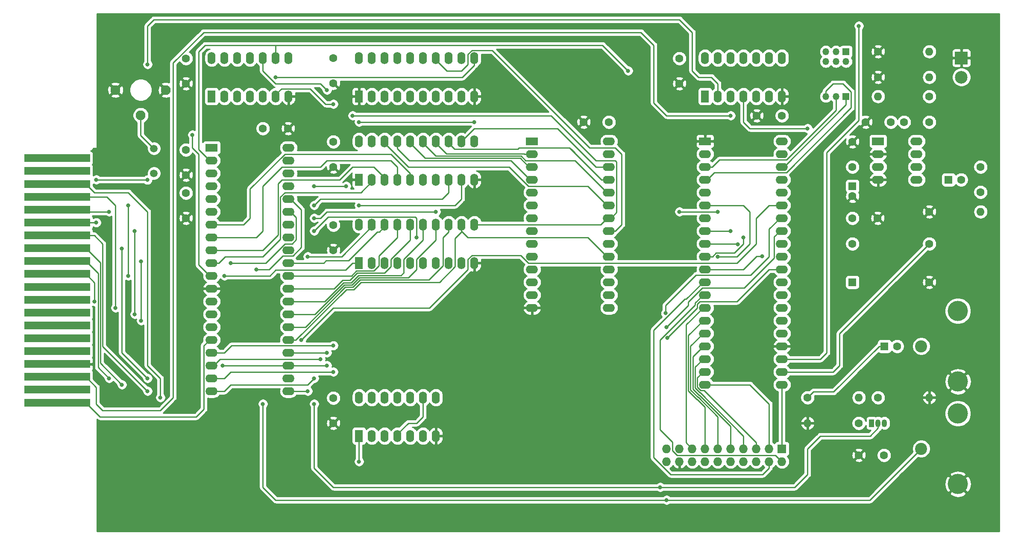
<source format=gbr>
G04 #@! TF.GenerationSoftware,KiCad,Pcbnew,(5.1.4)-1*
G04 #@! TF.CreationDate,2019-12-09T02:50:24+01:00*
G04 #@! TF.ProjectId,Z80MiniFrame-Sound_Graphics,5a38304d-696e-4694-9672-616d652d536f,rev?*
G04 #@! TF.SameCoordinates,Original*
G04 #@! TF.FileFunction,Copper,L2,Bot*
G04 #@! TF.FilePolarity,Positive*
%FSLAX46Y46*%
G04 Gerber Fmt 4.6, Leading zero omitted, Abs format (unit mm)*
G04 Created by KiCad (PCBNEW (5.1.4)-1) date 2019-12-09 02:50:24*
%MOMM*%
%LPD*%
G04 APERTURE LIST*
%ADD10C,1.950000*%
%ADD11C,1.600000*%
%ADD12O,1.727200X1.727200*%
%ADD13R,1.727200X1.727200*%
%ADD14C,2.400000*%
%ADD15C,4.000000*%
%ADD16O,1.600000X2.400000*%
%ADD17R,1.600000X2.400000*%
%ADD18O,1.600000X1.600000*%
%ADD19R,1.050000X1.500000*%
%ADD20O,1.050000X1.500000*%
%ADD21R,1.600000X1.600000*%
%ADD22R,2.400000X1.600000*%
%ADD23O,2.400000X1.600000*%
%ADD24O,1.350000X1.350000*%
%ADD25R,1.350000X1.350000*%
%ADD26C,1.500000*%
%ADD27C,2.499360*%
%ADD28R,2.499360X2.499360*%
%ADD29R,13.000000X1.650000*%
%ADD30C,0.800000*%
%ADD31C,0.250000*%
%ADD32C,1.000000*%
%ADD33C,0.254000*%
G04 APERTURE END LIST*
D10*
X63500000Y-58420000D03*
X68500000Y-63420000D03*
X73500000Y-58420000D03*
D11*
X214550000Y-83820000D03*
X209550000Y-83820000D03*
D12*
X172720000Y-132080000D03*
X172720000Y-129540000D03*
X175260000Y-132080000D03*
X175260000Y-129540000D03*
X177800000Y-132080000D03*
X177800000Y-129540000D03*
X180340000Y-132080000D03*
X180340000Y-129540000D03*
X182880000Y-132080000D03*
X182880000Y-129540000D03*
X185420000Y-132080000D03*
X185420000Y-129540000D03*
X187960000Y-132080000D03*
X187960000Y-129540000D03*
X190500000Y-132080000D03*
X190500000Y-129540000D03*
X193040000Y-132080000D03*
X193040000Y-129540000D03*
X195580000Y-132080000D03*
D13*
X195580000Y-129540000D03*
D14*
X223190000Y-129540000D03*
D15*
X230460000Y-136540000D03*
X230460000Y-122540000D03*
D14*
X223190000Y-109220000D03*
D15*
X230460000Y-116220000D03*
X230460000Y-102220000D03*
D16*
X111760000Y-119380000D03*
X127000000Y-127000000D03*
X114300000Y-119380000D03*
X124460000Y-127000000D03*
X116840000Y-119380000D03*
X121920000Y-127000000D03*
X119380000Y-119380000D03*
X119380000Y-127000000D03*
X121920000Y-119380000D03*
X116840000Y-127000000D03*
X124460000Y-119380000D03*
X114300000Y-127000000D03*
X127000000Y-119380000D03*
D17*
X111760000Y-127000000D03*
D18*
X224790000Y-119380000D03*
D11*
X214630000Y-119380000D03*
D18*
X200660000Y-124460000D03*
D11*
X210820000Y-124460000D03*
D19*
X213360000Y-124460000D03*
D20*
X215900000Y-124460000D03*
X214630000Y-124460000D03*
D11*
X215820000Y-130810000D03*
X210820000Y-130810000D03*
X218400000Y-109220000D03*
D21*
X215900000Y-109220000D03*
D22*
X180340000Y-68580000D03*
D23*
X195580000Y-116840000D03*
X180340000Y-71120000D03*
X195580000Y-114300000D03*
X180340000Y-73660000D03*
X195580000Y-111760000D03*
X180340000Y-76200000D03*
X195580000Y-109220000D03*
X180340000Y-78740000D03*
X195580000Y-106680000D03*
X180340000Y-81280000D03*
X195580000Y-104140000D03*
X180340000Y-83820000D03*
X195580000Y-101600000D03*
X180340000Y-86360000D03*
X195580000Y-99060000D03*
X180340000Y-88900000D03*
X195580000Y-96520000D03*
X180340000Y-91440000D03*
X195580000Y-93980000D03*
X180340000Y-93980000D03*
X195580000Y-91440000D03*
X180340000Y-96520000D03*
X195580000Y-88900000D03*
X180340000Y-99060000D03*
X195580000Y-86360000D03*
X180340000Y-101600000D03*
X195580000Y-83820000D03*
X180340000Y-104140000D03*
X195580000Y-81280000D03*
X180340000Y-106680000D03*
X195580000Y-78740000D03*
X180340000Y-109220000D03*
X195580000Y-76200000D03*
X180340000Y-111760000D03*
X195580000Y-73660000D03*
X180340000Y-114300000D03*
X195580000Y-71120000D03*
X180340000Y-116840000D03*
X195580000Y-68580000D03*
X222250000Y-68580000D03*
X214630000Y-76200000D03*
X222250000Y-71120000D03*
X214630000Y-73660000D03*
X222250000Y-73660000D03*
X214630000Y-71120000D03*
X222250000Y-76200000D03*
D22*
X214630000Y-68580000D03*
D18*
X214630000Y-59690000D03*
D11*
X224790000Y-59690000D03*
D24*
X204280000Y-59690000D03*
X206280000Y-59690000D03*
D25*
X208280000Y-59690000D03*
D24*
X204280000Y-52800000D03*
X204280000Y-50800000D03*
X206280000Y-52800000D03*
X206280000Y-50800000D03*
X208280000Y-52800000D03*
D25*
X208280000Y-50800000D03*
D11*
X209550000Y-68660000D03*
X209550000Y-73660000D03*
X209550000Y-79470000D03*
D21*
X209550000Y-77470000D03*
D23*
X97790000Y-69850000D03*
X82550000Y-118110000D03*
X97790000Y-72390000D03*
X82550000Y-115570000D03*
X97790000Y-74930000D03*
X82550000Y-113030000D03*
X97790000Y-77470000D03*
X82550000Y-110490000D03*
X97790000Y-80010000D03*
X82550000Y-107950000D03*
X97790000Y-82550000D03*
X82550000Y-105410000D03*
X97790000Y-85090000D03*
X82550000Y-102870000D03*
X97790000Y-87630000D03*
X82550000Y-100330000D03*
X97790000Y-90170000D03*
X82550000Y-97790000D03*
X97790000Y-92710000D03*
X82550000Y-95250000D03*
X97790000Y-95250000D03*
X82550000Y-92710000D03*
X97790000Y-97790000D03*
X82550000Y-90170000D03*
X97790000Y-100330000D03*
X82550000Y-87630000D03*
X97790000Y-102870000D03*
X82550000Y-85090000D03*
X97790000Y-105410000D03*
X82550000Y-82550000D03*
X97790000Y-107950000D03*
X82550000Y-80010000D03*
X97790000Y-110490000D03*
X82550000Y-77470000D03*
X97790000Y-113030000D03*
X82550000Y-74930000D03*
X97790000Y-115570000D03*
X82550000Y-72390000D03*
X97790000Y-118110000D03*
D22*
X82550000Y-69850000D03*
D11*
X77470000Y-70270000D03*
X77470000Y-75270000D03*
D23*
X161290000Y-68580000D03*
X146050000Y-101600000D03*
X161290000Y-71120000D03*
X146050000Y-99060000D03*
X161290000Y-73660000D03*
X146050000Y-96520000D03*
X161290000Y-76200000D03*
X146050000Y-93980000D03*
X161290000Y-78740000D03*
X146050000Y-91440000D03*
X161290000Y-81280000D03*
X146050000Y-88900000D03*
X161290000Y-83820000D03*
X146050000Y-86360000D03*
X161290000Y-86360000D03*
X146050000Y-83820000D03*
X161290000Y-88900000D03*
X146050000Y-81280000D03*
X161290000Y-91440000D03*
X146050000Y-78740000D03*
X161290000Y-93980000D03*
X146050000Y-76200000D03*
X161290000Y-96520000D03*
X146050000Y-73660000D03*
X161290000Y-99060000D03*
X146050000Y-71120000D03*
X161290000Y-101600000D03*
D22*
X146050000Y-68580000D03*
D11*
X224790000Y-96520000D03*
X224790000Y-88900000D03*
X209550000Y-88900000D03*
D21*
X209550000Y-96520000D03*
D11*
X106680000Y-119460000D03*
X106680000Y-124460000D03*
D18*
X210820000Y-119380000D03*
D11*
X200660000Y-119380000D03*
D26*
X71120000Y-70030000D03*
X71120000Y-74930000D03*
D11*
X77470000Y-78820000D03*
X77470000Y-83820000D03*
D27*
X231140000Y-55880000D03*
D28*
X231140000Y-52070000D03*
D11*
X175260000Y-52150000D03*
X175260000Y-57150000D03*
X77470000Y-52150000D03*
X77470000Y-57150000D03*
X161290000Y-64770000D03*
X156290000Y-64770000D03*
D29*
X51943000Y-71946000D03*
X51943000Y-74496000D03*
X51943000Y-77046000D03*
X51943000Y-79596000D03*
X51943000Y-82146000D03*
X51943000Y-84696000D03*
X51943000Y-87246000D03*
X51943000Y-89796000D03*
X51943000Y-92346000D03*
X51943000Y-94896000D03*
X51943000Y-97446000D03*
X51943000Y-99996000D03*
X51943000Y-102546000D03*
X51943000Y-115296000D03*
X51943000Y-105096000D03*
X51943000Y-107646000D03*
X51943000Y-112746000D03*
X51943000Y-110196000D03*
X51943000Y-117846000D03*
X51943000Y-120396000D03*
D11*
X106680000Y-85170000D03*
X106680000Y-90170000D03*
X106680000Y-68660000D03*
X106680000Y-73660000D03*
X106680000Y-57070000D03*
X106680000Y-52070000D03*
X97710000Y-66040000D03*
X92710000Y-66040000D03*
X190580000Y-63500000D03*
X195580000Y-63500000D03*
D18*
X234950000Y-82550000D03*
D11*
X224790000Y-82550000D03*
X234950000Y-78660000D03*
X234950000Y-73660000D03*
X219790000Y-64770000D03*
X224790000Y-64770000D03*
X212170000Y-64770000D03*
X217170000Y-64770000D03*
X231100000Y-76200000D03*
D21*
X228600000Y-76200000D03*
D18*
X224790000Y-55880000D03*
D11*
X214630000Y-55880000D03*
D18*
X224790000Y-50800000D03*
D11*
X214630000Y-50800000D03*
D17*
X82550000Y-59690000D03*
D16*
X97790000Y-52070000D03*
X85090000Y-59690000D03*
X95250000Y-52070000D03*
X87630000Y-59690000D03*
X92710000Y-52070000D03*
X90170000Y-59690000D03*
X90170000Y-52070000D03*
X92710000Y-59690000D03*
X87630000Y-52070000D03*
X95250000Y-59690000D03*
X85090000Y-52070000D03*
X97790000Y-59690000D03*
X82550000Y-52070000D03*
D17*
X180340000Y-59690000D03*
D16*
X195580000Y-52070000D03*
X182880000Y-59690000D03*
X193040000Y-52070000D03*
X185420000Y-59690000D03*
X190500000Y-52070000D03*
X187960000Y-59690000D03*
X187960000Y-52070000D03*
X190500000Y-59690000D03*
X185420000Y-52070000D03*
X193040000Y-59690000D03*
X182880000Y-52070000D03*
X195580000Y-59690000D03*
X180340000Y-52070000D03*
X111760000Y-85090000D03*
X134620000Y-92710000D03*
X114300000Y-85090000D03*
X132080000Y-92710000D03*
X116840000Y-85090000D03*
X129540000Y-92710000D03*
X119380000Y-85090000D03*
X127000000Y-92710000D03*
X121920000Y-85090000D03*
X124460000Y-92710000D03*
X124460000Y-85090000D03*
X121920000Y-92710000D03*
X127000000Y-85090000D03*
X119380000Y-92710000D03*
X129540000Y-85090000D03*
X116840000Y-92710000D03*
X132080000Y-85090000D03*
X114300000Y-92710000D03*
X134620000Y-85090000D03*
D17*
X111760000Y-92710000D03*
D16*
X111760000Y-68580000D03*
X134620000Y-76200000D03*
X114300000Y-68580000D03*
X132080000Y-76200000D03*
X116840000Y-68580000D03*
X129540000Y-76200000D03*
X119380000Y-68580000D03*
X127000000Y-76200000D03*
X121920000Y-68580000D03*
X124460000Y-76200000D03*
X124460000Y-68580000D03*
X121920000Y-76200000D03*
X127000000Y-68580000D03*
X119380000Y-76200000D03*
X129540000Y-68580000D03*
X116840000Y-76200000D03*
X132080000Y-68580000D03*
X114300000Y-76200000D03*
X134620000Y-68580000D03*
D17*
X111760000Y-76200000D03*
D16*
X111760000Y-52070000D03*
X134620000Y-59690000D03*
X114300000Y-52070000D03*
X132080000Y-59690000D03*
X116840000Y-52070000D03*
X129540000Y-59690000D03*
X119380000Y-52070000D03*
X127000000Y-59690000D03*
X121920000Y-52070000D03*
X124460000Y-59690000D03*
X124460000Y-52070000D03*
X121920000Y-59690000D03*
X127000000Y-52070000D03*
X119380000Y-59690000D03*
X129540000Y-52070000D03*
X116840000Y-59690000D03*
X132080000Y-52070000D03*
X114300000Y-59690000D03*
X134620000Y-52070000D03*
D17*
X111760000Y-59690000D03*
D30*
X78740000Y-67310000D03*
X85090000Y-95250000D03*
X165100000Y-54610000D03*
X95250000Y-55880000D03*
X134620000Y-64770000D03*
X111760000Y-64770000D03*
X106680000Y-61215010D03*
X110490000Y-63500000D03*
X105410000Y-58420000D03*
X102870000Y-74930000D03*
X106680000Y-81280000D03*
X175260000Y-135890000D03*
X101600000Y-91440000D03*
X102870000Y-86360000D03*
X123190000Y-87630000D03*
X102870000Y-83820000D03*
X127000000Y-82550000D03*
X102870000Y-81280000D03*
X102870000Y-77470000D03*
X109220000Y-77470000D03*
X111760000Y-81280000D03*
X200660000Y-66040000D03*
X185420000Y-63500000D03*
X69850000Y-53340000D03*
X66040000Y-95250000D03*
X66040000Y-81280000D03*
X62230000Y-82550000D03*
X105410000Y-110490000D03*
X100330000Y-107950000D03*
X59690000Y-84696000D03*
X102870000Y-115570000D03*
X69850000Y-118110000D03*
X172720000Y-105410000D03*
X104140000Y-111760000D03*
X175260000Y-82550000D03*
X182880000Y-82550000D03*
X64770000Y-116840000D03*
X106680000Y-109075010D03*
X68580000Y-92409000D03*
X68580000Y-104140000D03*
X172859034Y-107566285D03*
X64770000Y-89859000D03*
X106680000Y-114300000D03*
X69850000Y-115570000D03*
X101600000Y-118110000D03*
X172524136Y-102674135D03*
X105410000Y-113030000D03*
X67310000Y-86360000D03*
X84734968Y-113030000D03*
X67310000Y-102870000D03*
X59690000Y-76200000D03*
X210820000Y-45720000D03*
X69811839Y-76238161D03*
X63500000Y-101600000D03*
X62230000Y-115570000D03*
X59334968Y-100330000D03*
X72390000Y-119380000D03*
X111760000Y-132080000D03*
X182880000Y-91440000D03*
X185420000Y-86360000D03*
X186812338Y-89022338D03*
X187960000Y-87630000D03*
X191688601Y-91358601D03*
X91440000Y-93980000D03*
X102870000Y-120650000D03*
X92710000Y-120650000D03*
X86360000Y-92710000D03*
X172720000Y-139700000D03*
X171450000Y-137160000D03*
D31*
X82950000Y-95250000D02*
X82550000Y-95250000D01*
X78740000Y-69850000D02*
X78740000Y-67875685D01*
X78740000Y-67875685D02*
X78740000Y-67310000D01*
X80010000Y-71120000D02*
X78740000Y-69850000D01*
X80010000Y-89533590D02*
X80010000Y-71120000D01*
X95250000Y-94124990D02*
X94124990Y-95250000D01*
X111760000Y-92710000D02*
X111760000Y-93110000D01*
X95250000Y-94124990D02*
X109075010Y-94124990D01*
X110490000Y-92710000D02*
X111760000Y-92710000D01*
X109075010Y-94124990D02*
X110490000Y-92710000D01*
X94124990Y-95250000D02*
X85090000Y-95250000D01*
X82150000Y-95250000D02*
X80010000Y-93110000D01*
X82550000Y-95250000D02*
X82150000Y-95250000D01*
X80010000Y-93110000D02*
X80010000Y-88900000D01*
X161290000Y-88900000D02*
X161690000Y-88900000D01*
X138430000Y-49530000D02*
X96520000Y-49530000D01*
X95250000Y-49530000D02*
X95250000Y-52070000D01*
X95250000Y-49530000D02*
X138430000Y-49530000D01*
X82550000Y-72390000D02*
X82150000Y-72390000D01*
X82150000Y-72390000D02*
X80010000Y-70250000D01*
X80010000Y-70250000D02*
X80010000Y-50800000D01*
X81280000Y-49530000D02*
X95250000Y-49530000D01*
X80010000Y-50800000D02*
X81280000Y-49530000D01*
X138430000Y-49530000D02*
X160020000Y-49530000D01*
X160020000Y-49530000D02*
X165100000Y-54610000D01*
X95815685Y-55880000D02*
X95250000Y-55880000D01*
X134620000Y-53520000D02*
X132260000Y-55880000D01*
X132260000Y-55880000D02*
X95815685Y-55880000D01*
X134620000Y-52070000D02*
X134620000Y-53520000D01*
X95250000Y-59290000D02*
X95250000Y-59690000D01*
X96375010Y-58164990D02*
X95250000Y-59290000D01*
X102104970Y-58164990D02*
X96375010Y-58164990D01*
X106680000Y-61215010D02*
X105154990Y-61215010D01*
X105154990Y-61215010D02*
X102104970Y-58164990D01*
X111760000Y-64770000D02*
X134620000Y-64770000D01*
X160890000Y-83820000D02*
X161290000Y-83820000D01*
X159620000Y-85090000D02*
X160890000Y-83820000D01*
X134620000Y-85090000D02*
X159620000Y-85090000D01*
X92710000Y-52070000D02*
X92710000Y-54610000D01*
X92710000Y-54610000D02*
X93980000Y-55880000D01*
X93980000Y-55880000D02*
X95250000Y-57150000D01*
X95250000Y-57150000D02*
X104140000Y-57150000D01*
X104140000Y-57150000D02*
X105410000Y-58420000D01*
X110490000Y-63500000D02*
X142240000Y-63500000D01*
X142240000Y-63500000D02*
X142240000Y-63500000D01*
X110490000Y-63500000D02*
X110490000Y-63500000D01*
X162815010Y-82694990D02*
X161690000Y-83820000D01*
X161690000Y-83820000D02*
X161290000Y-83820000D01*
X142240000Y-63500000D02*
X149860000Y-63500000D01*
X162815010Y-82694990D02*
X162815010Y-72645010D01*
X162815010Y-72645010D02*
X162560000Y-72390000D01*
X162560000Y-72390000D02*
X158750000Y-72390000D01*
X158750000Y-72390000D02*
X149860000Y-63500000D01*
D32*
X195580000Y-106680000D02*
X195180000Y-106680000D01*
X195180000Y-99060000D02*
X195580000Y-99060000D01*
D31*
X82550000Y-97790000D02*
X82150000Y-97790000D01*
X114300000Y-85490000D02*
X114300000Y-85090000D01*
X108350000Y-91440000D02*
X114300000Y-85490000D01*
X108350000Y-91440000D02*
X101600000Y-91440000D01*
X105223600Y-92259989D02*
X109670011Y-92259989D01*
X116840000Y-85490000D02*
X116840000Y-85090000D01*
X109670011Y-92259989D02*
X115390000Y-86540000D01*
X115390000Y-86540000D02*
X115790000Y-86540000D01*
X115790000Y-86540000D02*
X116840000Y-85490000D01*
X104773590Y-92710000D02*
X105223600Y-92259989D01*
X97790000Y-92710000D02*
X104773590Y-92710000D01*
X115714990Y-93286014D02*
X115714990Y-91295010D01*
X97790000Y-95250000D02*
X110256410Y-95250000D01*
X111236465Y-94269945D02*
X114731059Y-94269945D01*
X114731059Y-94269945D02*
X115714990Y-93286014D01*
X119380000Y-87630000D02*
X119380000Y-86540000D01*
X115714990Y-91295010D02*
X119380000Y-87630000D01*
X110256410Y-95250000D02*
X111236465Y-94269945D01*
X119380000Y-86540000D02*
X119380000Y-85090000D01*
X85270000Y-91440000D02*
X84000000Y-92710000D01*
X92710000Y-91440000D02*
X85270000Y-91440000D01*
X114300000Y-76200000D02*
X114300000Y-76600000D01*
X114300000Y-76600000D02*
X112160000Y-78740000D01*
X84000000Y-92710000D02*
X82550000Y-92710000D01*
X112160000Y-78740000D02*
X97068996Y-78740000D01*
X97068996Y-78740000D02*
X96150022Y-79658974D01*
X96150022Y-79658974D02*
X96150022Y-87999978D01*
X96150022Y-87999978D02*
X92710000Y-91440000D01*
X116840000Y-75800000D02*
X116840000Y-76200000D01*
X96520000Y-76200000D02*
X107950000Y-76200000D01*
X114700000Y-73660000D02*
X116840000Y-75800000D01*
X110490000Y-73660000D02*
X114700000Y-73660000D01*
X107950000Y-76200000D02*
X110490000Y-73660000D01*
X82550000Y-90170000D02*
X92710000Y-90170000D01*
X95700011Y-77019989D02*
X96520000Y-76200000D01*
X95700011Y-77019989D02*
X95700011Y-87179989D01*
X95700011Y-87179989D02*
X92710000Y-90170000D01*
X91440000Y-87630000D02*
X82550000Y-87630000D01*
X92710000Y-77470000D02*
X92710000Y-86360000D01*
X119380000Y-73660000D02*
X118110000Y-72390000D01*
X92710000Y-86360000D02*
X91440000Y-87630000D01*
X119380000Y-76200000D02*
X119380000Y-73660000D01*
X118110000Y-72390000D02*
X105410000Y-72390000D01*
X105410000Y-72390000D02*
X104140000Y-73660000D01*
X104140000Y-73660000D02*
X96520000Y-73660000D01*
X96520000Y-73660000D02*
X92710000Y-77470000D01*
X121920000Y-74930000D02*
X121920000Y-76200000D01*
X97068996Y-71120000D02*
X118110000Y-71120000D01*
X118110000Y-71120000D02*
X121920000Y-74930000D01*
X97068996Y-71120000D02*
X90170000Y-78018996D01*
X90170000Y-78018996D02*
X90170000Y-83820000D01*
X88900000Y-85090000D02*
X82550000Y-85090000D01*
X90170000Y-83820000D02*
X88900000Y-85090000D01*
X122934990Y-83564990D02*
X123190000Y-83820000D01*
X123190000Y-83820000D02*
X123190000Y-87630000D01*
X105665010Y-83564990D02*
X106935010Y-83564990D01*
X102870000Y-86360000D02*
X105665010Y-83564990D01*
X106620008Y-83564990D02*
X106935010Y-83564990D01*
X106935010Y-83564990D02*
X122934990Y-83564990D01*
X102870000Y-83820000D02*
X104140000Y-83820000D01*
X104140000Y-83820000D02*
X105410000Y-82550000D01*
X105410000Y-82550000D02*
X125730000Y-82550000D01*
X125730000Y-82550000D02*
X125730000Y-82550000D01*
X125730000Y-82550000D02*
X127000000Y-82550000D01*
X127000000Y-82550000D02*
X127000000Y-82550000D01*
X102870000Y-81280000D02*
X104140000Y-80010000D01*
X104140000Y-80010000D02*
X128270000Y-80010000D01*
X128270000Y-80010000D02*
X129540000Y-78740000D01*
X129540000Y-78740000D02*
X129540000Y-76200000D01*
X82550000Y-74930000D02*
X82950000Y-74930000D01*
X102870000Y-77470000D02*
X109220000Y-77470000D01*
X109220000Y-77470000D02*
X109220000Y-77470000D01*
X111760000Y-81280000D02*
X130810000Y-81280000D01*
X130810000Y-81280000D02*
X132080000Y-80010000D01*
X132080000Y-80010000D02*
X132080000Y-76200000D01*
X116840000Y-52070000D02*
X116840000Y-51670000D01*
X162560000Y-69850000D02*
X161866014Y-69850000D01*
X163830000Y-71120000D02*
X162560000Y-69850000D01*
X163830000Y-85090000D02*
X163830000Y-71120000D01*
X161290000Y-86360000D02*
X162560000Y-86360000D01*
X162560000Y-86360000D02*
X163830000Y-85090000D01*
X157480000Y-69850000D02*
X147320000Y-59690000D01*
X160020000Y-69850000D02*
X157480000Y-69850000D01*
X161866014Y-69850000D02*
X160020000Y-69850000D01*
X160020000Y-69850000D02*
X159875010Y-69850000D01*
X127000000Y-51670000D02*
X127000000Y-52070000D01*
X147320000Y-59690000D02*
X138174990Y-50544990D01*
X134154006Y-50544990D02*
X133350000Y-51348996D01*
X138174990Y-50544990D02*
X134154006Y-50544990D01*
X133350000Y-51348996D02*
X133350000Y-53340000D01*
X133350000Y-53340000D02*
X132080000Y-54610000D01*
X127000000Y-52470000D02*
X127000000Y-52070000D01*
X129140000Y-54610000D02*
X127000000Y-52470000D01*
X132080000Y-54610000D02*
X129140000Y-54610000D01*
X160890000Y-81280000D02*
X161290000Y-81280000D01*
X116840000Y-68980000D02*
X121520000Y-73660000D01*
X116840000Y-68580000D02*
X116840000Y-68980000D01*
X121520000Y-73660000D02*
X141518996Y-73660000D01*
X141518996Y-73660000D02*
X145328996Y-77470000D01*
X145328996Y-77470000D02*
X157080000Y-77470000D01*
X157080000Y-77470000D02*
X160890000Y-81280000D01*
X119380000Y-68580000D02*
X119380000Y-70030000D01*
X119380000Y-70030000D02*
X121740000Y-72390000D01*
X145650000Y-76200000D02*
X146050000Y-76200000D01*
X141840000Y-72390000D02*
X145650000Y-76200000D01*
X121740000Y-72390000D02*
X141840000Y-72390000D01*
X145416411Y-73660000D02*
X146050000Y-73660000D01*
X124879989Y-71939989D02*
X143696400Y-71939989D01*
X121920000Y-68980000D02*
X124879989Y-71939989D01*
X121920000Y-68580000D02*
X121920000Y-68980000D01*
X143696400Y-71939989D02*
X145416411Y-73660000D01*
X124460000Y-68980000D02*
X126969978Y-71489978D01*
X126969978Y-71489978D02*
X143882800Y-71489978D01*
X143882800Y-71489978D02*
X144782822Y-72390000D01*
X154540000Y-72390000D02*
X160890000Y-78740000D01*
X124460000Y-68580000D02*
X124460000Y-68980000D01*
X144782822Y-72390000D02*
X154540000Y-72390000D01*
X160890000Y-78740000D02*
X161290000Y-78740000D01*
X129059967Y-71039967D02*
X144519967Y-71039967D01*
X144600000Y-71120000D02*
X146050000Y-71120000D01*
X127000000Y-68980000D02*
X129059967Y-71039967D01*
X127000000Y-68580000D02*
X127000000Y-68980000D01*
X144519967Y-71039967D02*
X144600000Y-71120000D01*
X160890000Y-76200000D02*
X161290000Y-76200000D01*
X129540000Y-68580000D02*
X129540000Y-68180000D01*
X129540000Y-68980000D02*
X130665010Y-70105010D01*
X129540000Y-68580000D02*
X129540000Y-68980000D01*
X159840000Y-76200000D02*
X161290000Y-76200000D01*
X153814990Y-70174990D02*
X159840000Y-76200000D01*
X130665010Y-70105010D02*
X143254990Y-70105010D01*
X143254990Y-70105010D02*
X143510000Y-69850000D01*
X153490000Y-69850000D02*
X159840000Y-76200000D01*
X143510000Y-69850000D02*
X153490000Y-69850000D01*
X134542340Y-66117660D02*
X132080000Y-68580000D01*
X134620000Y-66040000D02*
X134542340Y-66117660D01*
X134620000Y-66040000D02*
X151130000Y-66040000D01*
X151130000Y-66040000D02*
X158750000Y-73660000D01*
X158750000Y-73660000D02*
X161290000Y-73660000D01*
X118110000Y-93431004D02*
X118110000Y-91988996D01*
X106854356Y-97790000D02*
X108494336Y-96150020D01*
X108494336Y-96150020D02*
X109992802Y-96150020D01*
X109992802Y-96150020D02*
X111422866Y-94719956D01*
X111422866Y-94719956D02*
X116821048Y-94719956D01*
X118110000Y-91988996D02*
X121920000Y-88178996D01*
X97790000Y-97790000D02*
X106854356Y-97790000D01*
X121920000Y-86540000D02*
X121920000Y-85090000D01*
X116821048Y-94719956D02*
X118110000Y-93431004D01*
X121920000Y-88178996D02*
X121920000Y-86540000D01*
X124460000Y-88178996D02*
X124460000Y-86540000D01*
X120090802Y-95169967D02*
X120650000Y-94610769D01*
X108680736Y-96600031D02*
X110179201Y-96600031D01*
X124460000Y-86540000D02*
X124460000Y-85090000D01*
X111609265Y-95169967D02*
X120090802Y-95169967D01*
X120650000Y-94610769D02*
X120650000Y-91988996D01*
X120650000Y-91988996D02*
X124460000Y-88178996D01*
X110179201Y-96600031D02*
X111609265Y-95169967D01*
X104950767Y-100330000D02*
X108680736Y-96600031D01*
X97790000Y-100330000D02*
X104950767Y-100330000D01*
X110365602Y-97050042D02*
X111795666Y-95619978D01*
X121547202Y-95619978D02*
X123190000Y-93977180D01*
X123190000Y-91988996D02*
X127000000Y-88178996D01*
X127000000Y-88178996D02*
X127000000Y-86540000D01*
X127000000Y-86540000D02*
X127000000Y-85090000D01*
X111795666Y-95619978D02*
X121547202Y-95619978D01*
X108867136Y-97050042D02*
X110365602Y-97050042D01*
X103047178Y-102870000D02*
X108867136Y-97050042D01*
X97790000Y-102870000D02*
X103047178Y-102870000D01*
X123190000Y-93977180D02*
X123190000Y-91988996D01*
X129540000Y-86540000D02*
X129540000Y-85090000D01*
X109053536Y-97500053D02*
X110552001Y-97500053D01*
X101143589Y-105410000D02*
X109053536Y-97500053D01*
X125631015Y-96069989D02*
X128414990Y-93286014D01*
X128414990Y-93286014D02*
X128414990Y-87665010D01*
X128414990Y-87665010D02*
X129540000Y-86540000D01*
X110552001Y-97500053D02*
X111982065Y-96069989D01*
X111982065Y-96069989D02*
X125631015Y-96069989D01*
X97790000Y-105410000D02*
X101143589Y-105410000D01*
X160890000Y-91440000D02*
X161290000Y-91440000D01*
X160890000Y-91440000D02*
X157080000Y-87630000D01*
X157080000Y-87630000D02*
X133350000Y-87630000D01*
X133350000Y-87630000D02*
X132080000Y-86360000D01*
X97790000Y-107950000D02*
X99240000Y-107950000D01*
X130810000Y-87810000D02*
X132080000Y-86540000D01*
X132080000Y-86540000D02*
X132080000Y-85090000D01*
X130810000Y-93431004D02*
X130810000Y-87810000D01*
X99240000Y-107950000D02*
X109239936Y-97950064D01*
X127721004Y-96520000D02*
X130810000Y-93431004D01*
X109239936Y-97950064D02*
X110738402Y-97950064D01*
X112168466Y-96520000D02*
X127721004Y-96520000D01*
X110738402Y-97950064D02*
X112168466Y-96520000D01*
X187960000Y-64770000D02*
X187960000Y-59690000D01*
X200660000Y-66040000D02*
X189230000Y-66040000D01*
X189230000Y-66040000D02*
X187960000Y-64770000D01*
X205740000Y-114300000D02*
X195580000Y-114300000D01*
X207010000Y-113030000D02*
X205740000Y-114300000D01*
X207010000Y-106680000D02*
X224790000Y-88900000D01*
X207010000Y-113030000D02*
X207010000Y-106680000D01*
X170180000Y-49530000D02*
X170180000Y-49530000D01*
X59690000Y-117368000D02*
X59690000Y-120650000D01*
X57618000Y-115296000D02*
X59690000Y-117368000D01*
X51943000Y-115296000D02*
X57618000Y-115296000D01*
X59690000Y-120650000D02*
X60960000Y-121920000D01*
X74930000Y-119380000D02*
X72390000Y-121920000D01*
X72390000Y-121920000D02*
X60960000Y-121920000D01*
X170180000Y-49530000D02*
X167640000Y-46990000D01*
X167640000Y-46990000D02*
X80964998Y-46990000D01*
X80964998Y-46990000D02*
X74930000Y-53024998D01*
X74930000Y-53024998D02*
X74930000Y-119380000D01*
X170180000Y-49530000D02*
X170180000Y-60960000D01*
X170180000Y-60960000D02*
X172720000Y-63500000D01*
X184150000Y-63500000D02*
X185420000Y-63500000D01*
X185420000Y-63500000D02*
X185420000Y-63500000D01*
X172720000Y-63500000D02*
X184150000Y-63500000D01*
X69850000Y-45720000D02*
X69850000Y-53340000D01*
X71120000Y-44450000D02*
X69850000Y-45720000D01*
X175260000Y-44450000D02*
X71120000Y-44450000D01*
X182880000Y-57150000D02*
X181610000Y-55880000D01*
X181610000Y-55880000D02*
X179070000Y-55880000D01*
X179070000Y-55880000D02*
X177800000Y-54610000D01*
X177800000Y-54610000D02*
X177800000Y-46990000D01*
X177800000Y-46990000D02*
X175260000Y-44450000D01*
X182880000Y-59690000D02*
X182880000Y-57150000D01*
X66040000Y-93980000D02*
X66040000Y-81280000D01*
X66040000Y-95250000D02*
X66040000Y-93980000D01*
X57618000Y-82146000D02*
X58022000Y-82550000D01*
X51943000Y-82146000D02*
X57618000Y-82146000D01*
X58022000Y-82550000D02*
X62230000Y-82550000D01*
X62230000Y-82550000D02*
X62230000Y-82550000D01*
X105410000Y-110490000D02*
X97790000Y-110490000D01*
X51943000Y-84696000D02*
X59690000Y-84696000D01*
X195580000Y-81280000D02*
X195180000Y-81280000D01*
X190500000Y-83820000D02*
X193040000Y-81280000D01*
X190500000Y-88900000D02*
X190500000Y-83820000D01*
X186690000Y-92710000D02*
X190500000Y-88900000D01*
X145328996Y-92710000D02*
X186690000Y-92710000D01*
X143803986Y-91184990D02*
X145328996Y-92710000D01*
X106680000Y-101600000D02*
X125730000Y-101600000D01*
X100330000Y-107950000D02*
X106680000Y-101600000D01*
X125730000Y-101600000D02*
X133350000Y-93980000D01*
X193040000Y-81280000D02*
X195580000Y-81280000D01*
X133350000Y-91988996D02*
X134154006Y-91184990D01*
X133350000Y-93980000D02*
X133350000Y-91988996D01*
X134154006Y-91184990D02*
X143803986Y-91184990D01*
X82550000Y-118110000D02*
X85090000Y-118110000D01*
X85090000Y-118110000D02*
X86360000Y-116840000D01*
X59305996Y-87246000D02*
X51943000Y-87246000D01*
X60959998Y-88900002D02*
X59305996Y-87246000D01*
X86360000Y-116840000D02*
X101600000Y-116840000D01*
X101600000Y-116840000D02*
X102870000Y-115570000D01*
X60959998Y-109219998D02*
X63500000Y-111760000D01*
X60959998Y-88900002D02*
X60959998Y-109219998D01*
X63499999Y-111759999D02*
X63500000Y-111760000D01*
X63500000Y-111760000D02*
X68580000Y-116840000D01*
X176980009Y-100428987D02*
X179763986Y-97645010D01*
X194054990Y-91695010D02*
X194054990Y-87485010D01*
X179763986Y-97645010D02*
X188104990Y-97645010D01*
X176980009Y-101149991D02*
X176980009Y-100428987D01*
X172720000Y-105410000D02*
X176980009Y-101149991D01*
X195180000Y-86360000D02*
X195580000Y-86360000D01*
X194054990Y-87485010D02*
X195180000Y-86360000D01*
X188104990Y-97645010D02*
X194054990Y-91695010D01*
X82550000Y-118110000D02*
X82150000Y-118110000D01*
X68580000Y-116840000D02*
X69850000Y-118110000D01*
X82950000Y-113030000D02*
X82550000Y-113030000D01*
X84220000Y-111760000D02*
X82950000Y-113030000D01*
X104140000Y-111760000D02*
X84220000Y-111760000D01*
X195580000Y-91440000D02*
X195980000Y-91440000D01*
X175260000Y-82550000D02*
X182880000Y-82550000D01*
X51943000Y-89796000D02*
X57618000Y-89796000D01*
X60509989Y-92687989D02*
X60509989Y-112579989D01*
X57618000Y-89796000D02*
X60509989Y-92687989D01*
X82550000Y-113030000D02*
X82150000Y-113030000D01*
X60509989Y-112579989D02*
X64770000Y-116840000D01*
X195180000Y-93980000D02*
X195580000Y-93980000D01*
X85090000Y-110490000D02*
X82550000Y-110490000D01*
X86504990Y-109075010D02*
X85090000Y-110490000D01*
X106680000Y-109075010D02*
X86504990Y-109075010D01*
X195580000Y-93980000D02*
X194310000Y-93980000D01*
X68580000Y-97790000D02*
X68580000Y-92409000D01*
X68580000Y-97790000D02*
X68580000Y-104140000D01*
X178814990Y-101610329D02*
X173259033Y-107166286D01*
X178814990Y-100848618D02*
X178814990Y-101610329D01*
X173259033Y-107166286D02*
X172859034Y-107566285D01*
X179333608Y-100330000D02*
X178814990Y-100848618D01*
X186690000Y-100330000D02*
X179333608Y-100330000D01*
X193040000Y-93980000D02*
X186690000Y-100330000D01*
X195580000Y-93980000D02*
X193040000Y-93980000D01*
X82550000Y-115570000D02*
X85090000Y-115570000D01*
X85090000Y-115570000D02*
X86360000Y-114300000D01*
X195980000Y-88900000D02*
X195580000Y-88900000D01*
X86360000Y-114300000D02*
X106680000Y-114300000D01*
X69850000Y-115570000D02*
X64770000Y-110490000D01*
X64770000Y-110490000D02*
X64770000Y-89859000D01*
X82550000Y-115570000D02*
X82150000Y-115570000D01*
X97790000Y-118110000D02*
X101600000Y-118110000D01*
X178555028Y-95105010D02*
X172524136Y-101135902D01*
X193040000Y-91440000D02*
X189374990Y-95105010D01*
X195580000Y-83820000D02*
X195180000Y-83820000D01*
X193040000Y-85960000D02*
X193040000Y-91440000D01*
X195180000Y-83820000D02*
X193040000Y-85960000D01*
X189374990Y-95105010D02*
X178555028Y-95105010D01*
X172524136Y-101135902D02*
X172524136Y-102108450D01*
X172524136Y-102108450D02*
X172524136Y-102674135D01*
X85300653Y-113030000D02*
X84734968Y-113030000D01*
X97790000Y-113030000D02*
X85300653Y-113030000D01*
X97790000Y-113030000D02*
X105410000Y-113030000D01*
X67310000Y-96520000D02*
X67310000Y-86360000D01*
X67310000Y-96520000D02*
X67310000Y-102870000D01*
X204470000Y-83820000D02*
X204470000Y-110490000D01*
X203200000Y-111760000D02*
X195580000Y-111760000D01*
X204470000Y-110490000D02*
X203200000Y-111760000D01*
X204470000Y-70804998D02*
X210820000Y-64454998D01*
X204470000Y-83820000D02*
X204470000Y-70804998D01*
X210820000Y-64454998D02*
X210820000Y-45720000D01*
X69773678Y-76200000D02*
X69811839Y-76238161D01*
X59690000Y-76200000D02*
X69773678Y-76200000D01*
X51943000Y-79596000D02*
X57618000Y-79596000D01*
X61816000Y-79596000D02*
X51943000Y-79596000D01*
X63500000Y-81280000D02*
X61816000Y-79596000D01*
X63500000Y-81280000D02*
X63500000Y-97790000D01*
X63500000Y-97790000D02*
X63500000Y-101600000D01*
X60059978Y-113399978D02*
X62230000Y-115570000D01*
X60059978Y-94787978D02*
X60059978Y-113399978D01*
X51943000Y-92346000D02*
X57618000Y-92346000D01*
X57618000Y-92346000D02*
X60059978Y-94787978D01*
X121920000Y-119380000D02*
X121920000Y-119780000D01*
X57618000Y-94896000D02*
X57972000Y-95250000D01*
X57618000Y-94896000D02*
X51943000Y-94896000D01*
X59334968Y-96612968D02*
X57618000Y-94896000D01*
X59334968Y-100330000D02*
X59334968Y-96612968D01*
X72390000Y-118110000D02*
X72390000Y-118110000D01*
X72390000Y-115570000D02*
X72390000Y-118110000D01*
X51943000Y-77046000D02*
X57618000Y-77046000D01*
X59312000Y-78740000D02*
X66040000Y-78740000D01*
X66040000Y-78740000D02*
X69850000Y-82550000D01*
X57618000Y-77046000D02*
X59312000Y-78740000D01*
X69850000Y-82550000D02*
X69850000Y-113030000D01*
X69850000Y-113030000D02*
X72390000Y-115570000D01*
X72390000Y-118110000D02*
X72390000Y-119380000D01*
X111760000Y-132080000D02*
X111760000Y-127000000D01*
X97702586Y-69850000D02*
X97790000Y-69850000D01*
X68500000Y-67410000D02*
X71120000Y-70030000D01*
X68500000Y-64850000D02*
X68500000Y-63420000D01*
X68500000Y-64690000D02*
X68500000Y-64850000D01*
X68500000Y-64850000D02*
X68500000Y-67410000D01*
X51943000Y-120396000D02*
X58166000Y-120396000D01*
X51943000Y-120396000D02*
X57618000Y-120396000D01*
X57618000Y-120396000D02*
X60412000Y-123190000D01*
X82150000Y-107950000D02*
X82550000Y-107950000D01*
X81024990Y-109075010D02*
X81024990Y-121664990D01*
X82150000Y-107950000D02*
X81024990Y-109075010D01*
X81024990Y-121664990D02*
X79499980Y-123190000D01*
X79499980Y-123190000D02*
X71120000Y-123190000D01*
X60412000Y-123190000D02*
X71120000Y-123190000D01*
X71120000Y-123190000D02*
X71353590Y-123190000D01*
X214850000Y-109220000D02*
X215900000Y-109220000D01*
X205815001Y-118254999D02*
X214850000Y-109220000D01*
X201785001Y-118254999D02*
X205815001Y-118254999D01*
X200660000Y-119380000D02*
X201785001Y-118254999D01*
X119380000Y-127000000D02*
X119380000Y-126600000D01*
X119380000Y-126600000D02*
X121520000Y-124460000D01*
X121520000Y-124460000D02*
X123190000Y-124460000D01*
X124460000Y-123190000D02*
X124460000Y-119380000D01*
X123190000Y-124460000D02*
X124460000Y-123190000D01*
X204280000Y-58610000D02*
X204280000Y-59690000D01*
X207675002Y-57150000D02*
X205740000Y-57150000D01*
X180740000Y-76200000D02*
X182154990Y-74785010D01*
X205740000Y-57150000D02*
X204280000Y-58610000D01*
X180340000Y-76200000D02*
X180740000Y-76200000D01*
X182154990Y-74785010D02*
X196445994Y-74785010D01*
X196445994Y-74785010D02*
X209280001Y-61951003D01*
X209280001Y-61951003D02*
X209280001Y-58754999D01*
X209280001Y-58754999D02*
X207675002Y-57150000D01*
X206280000Y-60644594D02*
X206280000Y-59690000D01*
X206280000Y-62411004D02*
X206280000Y-60644594D01*
X196445994Y-72245010D02*
X206280000Y-62411004D01*
X183204990Y-72245010D02*
X196445994Y-72245010D01*
X181790000Y-73660000D02*
X183204990Y-72245010D01*
X180340000Y-73660000D02*
X181790000Y-73660000D01*
X208280000Y-60615000D02*
X208280000Y-59690000D01*
X208280000Y-61360000D02*
X208280000Y-60615000D01*
X195980000Y-73660000D02*
X208280000Y-61360000D01*
X195580000Y-73660000D02*
X195980000Y-73660000D01*
X182880000Y-91440000D02*
X186690000Y-91440000D01*
X186690000Y-91440000D02*
X189230000Y-88900000D01*
X189230000Y-88900000D02*
X189230000Y-82550000D01*
X187960000Y-81280000D02*
X180340000Y-81280000D01*
X189230000Y-82550000D02*
X187960000Y-81280000D01*
X179940000Y-101600000D02*
X180340000Y-101600000D01*
X176564935Y-104975065D02*
X179940000Y-101600000D01*
X176564935Y-128304935D02*
X176564935Y-104975065D01*
X177800000Y-129540000D02*
X176564935Y-128304935D01*
X180740000Y-104140000D02*
X180340000Y-104140000D01*
X177014948Y-107065052D02*
X179940000Y-104140000D01*
X177014948Y-118051592D02*
X177014948Y-107065052D01*
X179940000Y-104140000D02*
X180340000Y-104140000D01*
X178728406Y-119765053D02*
X177014948Y-118051592D01*
X178818644Y-119765053D02*
X178728406Y-119765053D01*
X180340000Y-121286410D02*
X178818644Y-119765053D01*
X180340000Y-129540000D02*
X180340000Y-121286410D01*
X185420000Y-86360000D02*
X180340000Y-86360000D01*
X180740000Y-106680000D02*
X180340000Y-106680000D01*
X179940000Y-106680000D02*
X180340000Y-106680000D01*
X177464957Y-109155043D02*
X179940000Y-106680000D01*
X177464957Y-117865194D02*
X177464957Y-109155043D01*
X178914806Y-119315043D02*
X177464957Y-117865194D01*
X179005043Y-119315043D02*
X178914806Y-119315043D01*
X182880000Y-123190000D02*
X179005043Y-119315043D01*
X182880000Y-129540000D02*
X182880000Y-123190000D01*
X186690000Y-88900000D02*
X186812338Y-89022338D01*
X180340000Y-88900000D02*
X186690000Y-88900000D01*
X179101206Y-118865032D02*
X177914968Y-117678793D01*
X177914968Y-117678793D02*
X177914968Y-111245032D01*
X179940000Y-109220000D02*
X180340000Y-109220000D01*
X177914968Y-111245032D02*
X179940000Y-109220000D01*
X185420000Y-125093589D02*
X179191443Y-118865032D01*
X185420000Y-129540000D02*
X185420000Y-125093589D01*
X179191443Y-118865032D02*
X179101206Y-118865032D01*
X187960000Y-87630000D02*
X187960000Y-88900000D01*
X181806998Y-91440000D02*
X180340000Y-91440000D01*
X182531999Y-90714999D02*
X181806998Y-91440000D01*
X186145001Y-90714999D02*
X182531999Y-90714999D01*
X187960000Y-88900000D02*
X186145001Y-90714999D01*
X179377843Y-118415021D02*
X179287607Y-118415021D01*
X187960000Y-129540000D02*
X187960000Y-126997178D01*
X187960000Y-126997178D02*
X179377843Y-118415021D01*
X178364979Y-117492393D02*
X178364979Y-113335021D01*
X179940000Y-111760000D02*
X180340000Y-111760000D01*
X179287607Y-118415021D02*
X178364979Y-117492393D01*
X178364979Y-113335021D02*
X179940000Y-111760000D01*
X191688601Y-91358601D02*
X190581399Y-91358601D01*
X187960000Y-93980000D02*
X180340000Y-93980000D01*
X190581399Y-91358601D02*
X187960000Y-93980000D01*
X180340000Y-114300000D02*
X180740000Y-114300000D01*
X190500000Y-128318686D02*
X180146324Y-117965010D01*
X190500000Y-129540000D02*
X190500000Y-128318686D01*
X179474006Y-117965010D02*
X178814990Y-117305994D01*
X180146324Y-117965010D02*
X179474006Y-117965010D01*
X179940000Y-114300000D02*
X180340000Y-114300000D01*
X178814990Y-115425010D02*
X179940000Y-114300000D01*
X178814990Y-117305994D02*
X178814990Y-115425010D01*
X179940000Y-96520000D02*
X176580009Y-99879991D01*
X180340000Y-96520000D02*
X179940000Y-96520000D01*
X176580009Y-99879991D02*
X176343599Y-99879991D01*
X176343599Y-99879991D02*
X170180000Y-106043590D01*
X170180000Y-106043590D02*
X170180000Y-131299130D01*
X170180000Y-131299130D02*
X173500870Y-134620000D01*
X173500870Y-134620000D02*
X191770000Y-134620000D01*
X193040000Y-133350000D02*
X193040000Y-132080000D01*
X191770000Y-134620000D02*
X193040000Y-133350000D01*
X180340000Y-116840000D02*
X180740000Y-116840000D01*
X193040000Y-129540000D02*
X193040000Y-120650000D01*
X189230000Y-116840000D02*
X180340000Y-116840000D01*
X193040000Y-120650000D02*
X189230000Y-116840000D01*
X180252585Y-99060000D02*
X180340000Y-99060000D01*
X195580000Y-132080000D02*
X194310000Y-130810000D01*
X173908601Y-129947731D02*
X173908601Y-128188601D01*
X194310000Y-130810000D02*
X174770870Y-130810000D01*
X174770870Y-130810000D02*
X173908601Y-129947731D01*
X173908601Y-128188601D02*
X171450000Y-125730000D01*
X178364979Y-100635021D02*
X179940000Y-99060000D01*
X179940000Y-99060000D02*
X180340000Y-99060000D01*
X171450000Y-107950000D02*
X178364979Y-101035021D01*
X178364979Y-101035021D02*
X178364979Y-100635021D01*
X171450000Y-125730000D02*
X171450000Y-107950000D01*
X195580000Y-129540000D02*
X195580000Y-116840000D01*
X98190000Y-80010000D02*
X100330000Y-82150000D01*
X97790000Y-80010000D02*
X98190000Y-80010000D01*
X100330000Y-82150000D02*
X100330000Y-89621004D01*
X98655994Y-91295010D02*
X96664990Y-91295010D01*
X100330000Y-89621004D02*
X98655994Y-91295010D01*
X96664990Y-91295010D02*
X95250000Y-92710000D01*
X95250000Y-92710000D02*
X93980000Y-93980000D01*
X93980000Y-93980000D02*
X91440000Y-93980000D01*
X91440000Y-93980000D02*
X91440000Y-93980000D01*
X102870000Y-123190000D02*
X102870000Y-123190000D01*
X214630000Y-125460000D02*
X214630000Y-124460000D01*
X213090000Y-127000000D02*
X214630000Y-125460000D01*
X102870000Y-123190000D02*
X102870000Y-133350000D01*
X102870000Y-133350000D02*
X106680000Y-137160000D01*
X200660000Y-129540000D02*
X203200000Y-127000000D01*
X203200000Y-127000000D02*
X213090000Y-127000000D01*
X200660000Y-129540000D02*
X200660000Y-134620000D01*
X200660000Y-134620000D02*
X198120000Y-137160000D01*
X198120000Y-137160000D02*
X106680000Y-137160000D01*
X98190000Y-82550000D02*
X97790000Y-82550000D01*
X99315010Y-83675010D02*
X98190000Y-82550000D01*
X99315010Y-88095994D02*
X99315010Y-83675010D01*
X98511004Y-88900000D02*
X99315010Y-88095994D01*
X97068996Y-88900000D02*
X98511004Y-88900000D01*
X86360000Y-92710000D02*
X86360000Y-92710000D01*
X93258996Y-92710000D02*
X97068996Y-88900000D01*
X86360000Y-92710000D02*
X93258996Y-92710000D01*
X92710000Y-137160000D02*
X92710000Y-127000000D01*
X51943000Y-99996000D02*
X57618000Y-99996000D01*
X92710000Y-127000000D02*
X92710000Y-120650000D01*
X92710000Y-137160000D02*
X95250000Y-139700000D01*
X95250000Y-139700000D02*
X172720000Y-139700000D01*
X213030000Y-139700000D02*
X223190000Y-129540000D01*
X172720000Y-139700000D02*
X213030000Y-139700000D01*
X102870000Y-123190000D02*
X102870000Y-120650000D01*
D33*
G36*
X238633000Y-145923000D02*
G01*
X59817000Y-145923000D01*
X59817000Y-123669802D01*
X59848201Y-123701003D01*
X59871999Y-123730001D01*
X59987724Y-123824974D01*
X60119753Y-123895546D01*
X60263014Y-123939003D01*
X60374667Y-123950000D01*
X60374675Y-123950000D01*
X60412000Y-123953676D01*
X60449325Y-123950000D01*
X79462658Y-123950000D01*
X79499980Y-123953676D01*
X79537302Y-123950000D01*
X79537313Y-123950000D01*
X79648966Y-123939003D01*
X79792227Y-123895546D01*
X79924256Y-123824974D01*
X80039981Y-123730001D01*
X80063784Y-123700997D01*
X81535993Y-122228789D01*
X81564991Y-122204991D01*
X81659964Y-122089266D01*
X81730536Y-121957237D01*
X81773993Y-121813976D01*
X81784990Y-121702323D01*
X81784990Y-121702313D01*
X81788666Y-121664990D01*
X81784990Y-121627667D01*
X81784990Y-120548061D01*
X91675000Y-120548061D01*
X91675000Y-120751939D01*
X91714774Y-120951898D01*
X91792795Y-121140256D01*
X91906063Y-121309774D01*
X91950001Y-121353712D01*
X91950000Y-127037332D01*
X91950001Y-127037342D01*
X91950000Y-137122678D01*
X91946324Y-137160000D01*
X91950000Y-137197322D01*
X91950000Y-137197332D01*
X91960997Y-137308985D01*
X92004454Y-137452246D01*
X92075026Y-137584276D01*
X92114871Y-137632826D01*
X92169999Y-137700001D01*
X92199003Y-137723804D01*
X94686205Y-140211008D01*
X94709999Y-140240001D01*
X94738992Y-140263795D01*
X94738996Y-140263799D01*
X94809685Y-140321811D01*
X94825724Y-140334974D01*
X94957753Y-140405546D01*
X95101014Y-140449003D01*
X95212667Y-140460000D01*
X95212676Y-140460000D01*
X95249999Y-140463676D01*
X95287322Y-140460000D01*
X172016289Y-140460000D01*
X172060226Y-140503937D01*
X172229744Y-140617205D01*
X172418102Y-140695226D01*
X172618061Y-140735000D01*
X172821939Y-140735000D01*
X173021898Y-140695226D01*
X173210256Y-140617205D01*
X173379774Y-140503937D01*
X173423711Y-140460000D01*
X212992678Y-140460000D01*
X213030000Y-140463676D01*
X213067322Y-140460000D01*
X213067333Y-140460000D01*
X213178986Y-140449003D01*
X213322247Y-140405546D01*
X213454276Y-140334974D01*
X213570001Y-140240001D01*
X213593804Y-140210997D01*
X215417302Y-138387499D01*
X228792106Y-138387499D01*
X229008228Y-138754258D01*
X229468105Y-138994938D01*
X229966098Y-139141275D01*
X230483071Y-139187648D01*
X230999159Y-139132273D01*
X231494526Y-138977279D01*
X231911772Y-138754258D01*
X232127894Y-138387499D01*
X230460000Y-136719605D01*
X228792106Y-138387499D01*
X215417302Y-138387499D01*
X217241730Y-136563071D01*
X227812352Y-136563071D01*
X227867727Y-137079159D01*
X228022721Y-137574526D01*
X228245742Y-137991772D01*
X228612501Y-138207894D01*
X230280395Y-136540000D01*
X230639605Y-136540000D01*
X232307499Y-138207894D01*
X232674258Y-137991772D01*
X232914938Y-137531895D01*
X233061275Y-137033902D01*
X233107648Y-136516929D01*
X233052273Y-136000841D01*
X232897279Y-135505474D01*
X232674258Y-135088228D01*
X232307499Y-134872106D01*
X230639605Y-136540000D01*
X230280395Y-136540000D01*
X228612501Y-134872106D01*
X228245742Y-135088228D01*
X228005062Y-135548105D01*
X227858725Y-136046098D01*
X227812352Y-136563071D01*
X217241730Y-136563071D01*
X219112300Y-134692501D01*
X228792106Y-134692501D01*
X230460000Y-136360395D01*
X232127894Y-134692501D01*
X231911772Y-134325742D01*
X231451895Y-134085062D01*
X230953902Y-133938725D01*
X230436929Y-133892352D01*
X229920841Y-133947727D01*
X229425474Y-134102721D01*
X229008228Y-134325742D01*
X228792106Y-134692501D01*
X219112300Y-134692501D01*
X222545551Y-131259251D01*
X222654750Y-131304482D01*
X223009268Y-131375000D01*
X223370732Y-131375000D01*
X223725250Y-131304482D01*
X224059199Y-131166156D01*
X224359744Y-130965338D01*
X224615338Y-130709744D01*
X224816156Y-130409199D01*
X224954482Y-130075250D01*
X225025000Y-129720732D01*
X225025000Y-129359268D01*
X224954482Y-129004750D01*
X224816156Y-128670801D01*
X224615338Y-128370256D01*
X224359744Y-128114662D01*
X224059199Y-127913844D01*
X223725250Y-127775518D01*
X223370732Y-127705000D01*
X223009268Y-127705000D01*
X222654750Y-127775518D01*
X222320801Y-127913844D01*
X222020256Y-128114662D01*
X221764662Y-128370256D01*
X221563844Y-128670801D01*
X221425518Y-129004750D01*
X221355000Y-129359268D01*
X221355000Y-129720732D01*
X221425518Y-130075250D01*
X221470749Y-130184449D01*
X212715199Y-138940000D01*
X173423711Y-138940000D01*
X173379774Y-138896063D01*
X173210256Y-138782795D01*
X173021898Y-138704774D01*
X172821939Y-138665000D01*
X172618061Y-138665000D01*
X172418102Y-138704774D01*
X172229744Y-138782795D01*
X172060226Y-138896063D01*
X172016289Y-138940000D01*
X95564803Y-138940000D01*
X93470000Y-136845199D01*
X93470000Y-121353711D01*
X93513937Y-121309774D01*
X93627205Y-121140256D01*
X93705226Y-120951898D01*
X93745000Y-120751939D01*
X93745000Y-120548061D01*
X101835000Y-120548061D01*
X101835000Y-120751939D01*
X101874774Y-120951898D01*
X101952795Y-121140256D01*
X102066063Y-121309774D01*
X102110001Y-121353712D01*
X102110000Y-123152667D01*
X102106323Y-123190000D01*
X102110000Y-123227332D01*
X102110001Y-133312668D01*
X102106324Y-133350000D01*
X102110001Y-133387332D01*
X102110001Y-133387333D01*
X102120998Y-133498986D01*
X102131910Y-133534958D01*
X102164454Y-133642246D01*
X102235026Y-133774276D01*
X102302362Y-133856324D01*
X102330000Y-133890001D01*
X102358998Y-133913799D01*
X106116200Y-137671002D01*
X106139999Y-137700001D01*
X106255724Y-137794974D01*
X106387753Y-137865546D01*
X106531014Y-137909003D01*
X106642667Y-137920000D01*
X106642675Y-137920000D01*
X106680000Y-137923676D01*
X106717325Y-137920000D01*
X170746289Y-137920000D01*
X170790226Y-137963937D01*
X170959744Y-138077205D01*
X171148102Y-138155226D01*
X171348061Y-138195000D01*
X171551939Y-138195000D01*
X171751898Y-138155226D01*
X171940256Y-138077205D01*
X172109774Y-137963937D01*
X172153711Y-137920000D01*
X198082678Y-137920000D01*
X198120000Y-137923676D01*
X198157322Y-137920000D01*
X198157333Y-137920000D01*
X198268986Y-137909003D01*
X198412247Y-137865546D01*
X198544276Y-137794974D01*
X198660001Y-137700001D01*
X198683804Y-137670997D01*
X201171008Y-135183795D01*
X201200001Y-135160001D01*
X201223795Y-135131008D01*
X201223799Y-135131004D01*
X201294973Y-135044277D01*
X201294974Y-135044276D01*
X201365546Y-134912247D01*
X201409003Y-134768986D01*
X201420000Y-134657333D01*
X201420000Y-134657324D01*
X201423676Y-134620001D01*
X201420000Y-134582678D01*
X201420000Y-131802702D01*
X210006903Y-131802702D01*
X210078486Y-132046671D01*
X210333996Y-132167571D01*
X210608184Y-132236300D01*
X210890512Y-132250217D01*
X211170130Y-132208787D01*
X211436292Y-132113603D01*
X211561514Y-132046671D01*
X211633097Y-131802702D01*
X210820000Y-130989605D01*
X210006903Y-131802702D01*
X201420000Y-131802702D01*
X201420000Y-130880512D01*
X209379783Y-130880512D01*
X209421213Y-131160130D01*
X209516397Y-131426292D01*
X209583329Y-131551514D01*
X209827298Y-131623097D01*
X210640395Y-130810000D01*
X210999605Y-130810000D01*
X211812702Y-131623097D01*
X212056671Y-131551514D01*
X212177571Y-131296004D01*
X212246300Y-131021816D01*
X212260217Y-130739488D01*
X212249724Y-130668665D01*
X214385000Y-130668665D01*
X214385000Y-130951335D01*
X214440147Y-131228574D01*
X214548320Y-131489727D01*
X214705363Y-131724759D01*
X214905241Y-131924637D01*
X215140273Y-132081680D01*
X215401426Y-132189853D01*
X215678665Y-132245000D01*
X215961335Y-132245000D01*
X216238574Y-132189853D01*
X216499727Y-132081680D01*
X216734759Y-131924637D01*
X216934637Y-131724759D01*
X217091680Y-131489727D01*
X217199853Y-131228574D01*
X217255000Y-130951335D01*
X217255000Y-130668665D01*
X217199853Y-130391426D01*
X217091680Y-130130273D01*
X216934637Y-129895241D01*
X216734759Y-129695363D01*
X216499727Y-129538320D01*
X216238574Y-129430147D01*
X215961335Y-129375000D01*
X215678665Y-129375000D01*
X215401426Y-129430147D01*
X215140273Y-129538320D01*
X214905241Y-129695363D01*
X214705363Y-129895241D01*
X214548320Y-130130273D01*
X214440147Y-130391426D01*
X214385000Y-130668665D01*
X212249724Y-130668665D01*
X212218787Y-130459870D01*
X212123603Y-130193708D01*
X212056671Y-130068486D01*
X211812702Y-129996903D01*
X210999605Y-130810000D01*
X210640395Y-130810000D01*
X209827298Y-129996903D01*
X209583329Y-130068486D01*
X209462429Y-130323996D01*
X209393700Y-130598184D01*
X209379783Y-130880512D01*
X201420000Y-130880512D01*
X201420000Y-129854801D01*
X201457503Y-129817298D01*
X210006903Y-129817298D01*
X210820000Y-130630395D01*
X211633097Y-129817298D01*
X211561514Y-129573329D01*
X211306004Y-129452429D01*
X211031816Y-129383700D01*
X210749488Y-129369783D01*
X210469870Y-129411213D01*
X210203708Y-129506397D01*
X210078486Y-129573329D01*
X210006903Y-129817298D01*
X201457503Y-129817298D01*
X203514803Y-127760000D01*
X213052678Y-127760000D01*
X213090000Y-127763676D01*
X213127322Y-127760000D01*
X213127333Y-127760000D01*
X213238986Y-127749003D01*
X213382247Y-127705546D01*
X213514276Y-127634974D01*
X213630001Y-127540001D01*
X213653804Y-127510997D01*
X215141004Y-126023798D01*
X215170001Y-126000001D01*
X215251892Y-125900217D01*
X215264974Y-125884277D01*
X215335546Y-125752247D01*
X215342730Y-125728563D01*
X215349549Y-125706086D01*
X215453941Y-125761885D01*
X215672601Y-125828215D01*
X215900000Y-125850612D01*
X216127400Y-125828215D01*
X216346060Y-125761885D01*
X216547579Y-125654171D01*
X216724212Y-125509212D01*
X216869171Y-125332579D01*
X216976885Y-125131059D01*
X217043215Y-124912399D01*
X217060000Y-124741978D01*
X217060000Y-124178021D01*
X217043215Y-124007600D01*
X216976885Y-123788940D01*
X216869171Y-123587421D01*
X216724212Y-123410788D01*
X216547578Y-123265829D01*
X216346059Y-123158115D01*
X216127399Y-123091785D01*
X215900000Y-123069388D01*
X215672600Y-123091785D01*
X215453940Y-123158115D01*
X215265000Y-123259106D01*
X215076059Y-123158115D01*
X214857399Y-123091785D01*
X214630000Y-123069388D01*
X214402600Y-123091785D01*
X214193902Y-123155093D01*
X214129180Y-123120498D01*
X214009482Y-123084188D01*
X213885000Y-123071928D01*
X212835000Y-123071928D01*
X212710518Y-123084188D01*
X212590820Y-123120498D01*
X212480506Y-123179463D01*
X212383815Y-123258815D01*
X212304463Y-123355506D01*
X212245498Y-123465820D01*
X212209188Y-123585518D01*
X212196928Y-123710000D01*
X212196928Y-124034364D01*
X212091680Y-123780273D01*
X211934637Y-123545241D01*
X211734759Y-123345363D01*
X211499727Y-123188320D01*
X211238574Y-123080147D01*
X210961335Y-123025000D01*
X210678665Y-123025000D01*
X210401426Y-123080147D01*
X210140273Y-123188320D01*
X209905241Y-123345363D01*
X209705363Y-123545241D01*
X209548320Y-123780273D01*
X209440147Y-124041426D01*
X209385000Y-124318665D01*
X209385000Y-124601335D01*
X209440147Y-124878574D01*
X209548320Y-125139727D01*
X209705363Y-125374759D01*
X209905241Y-125574637D01*
X210140273Y-125731680D01*
X210401426Y-125839853D01*
X210678665Y-125895000D01*
X210961335Y-125895000D01*
X211238574Y-125839853D01*
X211499727Y-125731680D01*
X211734759Y-125574637D01*
X211934637Y-125374759D01*
X212091680Y-125139727D01*
X212196928Y-124885636D01*
X212196928Y-125210000D01*
X212209188Y-125334482D01*
X212245498Y-125454180D01*
X212304463Y-125564494D01*
X212383815Y-125661185D01*
X212480506Y-125740537D01*
X212590820Y-125799502D01*
X212710518Y-125835812D01*
X212835000Y-125848072D01*
X213167127Y-125848072D01*
X212775199Y-126240000D01*
X203237322Y-126240000D01*
X203199999Y-126236324D01*
X203162676Y-126240000D01*
X203162667Y-126240000D01*
X203051014Y-126250997D01*
X202907753Y-126294454D01*
X202775724Y-126365026D01*
X202775722Y-126365027D01*
X202775723Y-126365027D01*
X202688996Y-126436201D01*
X202688992Y-126436205D01*
X202659999Y-126459999D01*
X202636205Y-126488992D01*
X200149003Y-128976196D01*
X200119999Y-128999999D01*
X200075733Y-129053938D01*
X200025026Y-129115724D01*
X199988502Y-129184055D01*
X199954454Y-129247754D01*
X199910997Y-129391015D01*
X199900000Y-129502668D01*
X199900000Y-129502678D01*
X199896324Y-129540000D01*
X199900000Y-129577323D01*
X199900001Y-134305196D01*
X197805199Y-136400000D01*
X172153711Y-136400000D01*
X172109774Y-136356063D01*
X171940256Y-136242795D01*
X171751898Y-136164774D01*
X171551939Y-136125000D01*
X171348061Y-136125000D01*
X171148102Y-136164774D01*
X170959744Y-136242795D01*
X170790226Y-136356063D01*
X170746289Y-136400000D01*
X106994802Y-136400000D01*
X103630000Y-133035199D01*
X103630000Y-125452702D01*
X105866903Y-125452702D01*
X105938486Y-125696671D01*
X106193996Y-125817571D01*
X106468184Y-125886300D01*
X106750512Y-125900217D01*
X107030130Y-125858787D01*
X107194515Y-125800000D01*
X110321928Y-125800000D01*
X110321928Y-128200000D01*
X110334188Y-128324482D01*
X110370498Y-128444180D01*
X110429463Y-128554494D01*
X110508815Y-128651185D01*
X110605506Y-128730537D01*
X110715820Y-128789502D01*
X110835518Y-128825812D01*
X110960000Y-128838072D01*
X111000001Y-128838072D01*
X111000000Y-131376289D01*
X110956063Y-131420226D01*
X110842795Y-131589744D01*
X110764774Y-131778102D01*
X110725000Y-131978061D01*
X110725000Y-132181939D01*
X110764774Y-132381898D01*
X110842795Y-132570256D01*
X110956063Y-132739774D01*
X111100226Y-132883937D01*
X111269744Y-132997205D01*
X111458102Y-133075226D01*
X111658061Y-133115000D01*
X111861939Y-133115000D01*
X112061898Y-133075226D01*
X112250256Y-132997205D01*
X112419774Y-132883937D01*
X112563937Y-132739774D01*
X112677205Y-132570256D01*
X112755226Y-132381898D01*
X112795000Y-132181939D01*
X112795000Y-131978061D01*
X112755226Y-131778102D01*
X112677205Y-131589744D01*
X112563937Y-131420226D01*
X112520000Y-131376289D01*
X112520000Y-128838072D01*
X112560000Y-128838072D01*
X112684482Y-128825812D01*
X112804180Y-128789502D01*
X112914494Y-128730537D01*
X113011185Y-128651185D01*
X113090537Y-128554494D01*
X113149502Y-128444180D01*
X113185812Y-128324482D01*
X113187581Y-128306517D01*
X113280393Y-128419608D01*
X113498900Y-128598932D01*
X113748193Y-128732182D01*
X114018692Y-128814236D01*
X114300000Y-128841943D01*
X114581309Y-128814236D01*
X114851808Y-128732182D01*
X115101101Y-128598932D01*
X115319608Y-128419608D01*
X115498932Y-128201101D01*
X115570000Y-128068142D01*
X115641068Y-128201101D01*
X115820393Y-128419608D01*
X116038900Y-128598932D01*
X116288193Y-128732182D01*
X116558692Y-128814236D01*
X116840000Y-128841943D01*
X117121309Y-128814236D01*
X117391808Y-128732182D01*
X117641101Y-128598932D01*
X117859608Y-128419608D01*
X118038932Y-128201101D01*
X118110000Y-128068142D01*
X118181068Y-128201101D01*
X118360393Y-128419608D01*
X118578900Y-128598932D01*
X118828193Y-128732182D01*
X119098692Y-128814236D01*
X119380000Y-128841943D01*
X119661309Y-128814236D01*
X119931808Y-128732182D01*
X120181101Y-128598932D01*
X120399608Y-128419608D01*
X120578932Y-128201101D01*
X120650000Y-128068142D01*
X120721068Y-128201101D01*
X120900393Y-128419608D01*
X121118900Y-128598932D01*
X121368193Y-128732182D01*
X121638692Y-128814236D01*
X121920000Y-128841943D01*
X122201309Y-128814236D01*
X122471808Y-128732182D01*
X122721101Y-128598932D01*
X122939608Y-128419608D01*
X123118932Y-128201101D01*
X123190000Y-128068142D01*
X123261068Y-128201101D01*
X123440393Y-128419608D01*
X123658900Y-128598932D01*
X123908193Y-128732182D01*
X124178692Y-128814236D01*
X124460000Y-128841943D01*
X124741309Y-128814236D01*
X125011808Y-128732182D01*
X125261101Y-128598932D01*
X125479608Y-128419608D01*
X125658932Y-128201101D01*
X125727265Y-128073259D01*
X125877399Y-128302839D01*
X126075105Y-128504500D01*
X126308354Y-128663715D01*
X126568182Y-128774367D01*
X126650961Y-128791904D01*
X126873000Y-128669915D01*
X126873000Y-127127000D01*
X127127000Y-127127000D01*
X127127000Y-128669915D01*
X127349039Y-128791904D01*
X127431818Y-128774367D01*
X127691646Y-128663715D01*
X127924895Y-128504500D01*
X128122601Y-128302839D01*
X128277166Y-128066483D01*
X128382650Y-127804514D01*
X128435000Y-127527000D01*
X128435000Y-127127000D01*
X127127000Y-127127000D01*
X126873000Y-127127000D01*
X126853000Y-127127000D01*
X126853000Y-126873000D01*
X126873000Y-126873000D01*
X126873000Y-125330085D01*
X127127000Y-125330085D01*
X127127000Y-126873000D01*
X128435000Y-126873000D01*
X128435000Y-126473000D01*
X128382650Y-126195486D01*
X128277166Y-125933517D01*
X128122601Y-125697161D01*
X127924895Y-125495500D01*
X127691646Y-125336285D01*
X127431818Y-125225633D01*
X127349039Y-125208096D01*
X127127000Y-125330085D01*
X126873000Y-125330085D01*
X126650961Y-125208096D01*
X126568182Y-125225633D01*
X126308354Y-125336285D01*
X126075105Y-125495500D01*
X125877399Y-125697161D01*
X125727265Y-125926741D01*
X125658932Y-125798899D01*
X125479607Y-125580392D01*
X125261100Y-125401068D01*
X125011807Y-125267818D01*
X124741308Y-125185764D01*
X124460000Y-125158057D01*
X124178691Y-125185764D01*
X123908192Y-125267818D01*
X123658899Y-125401068D01*
X123440392Y-125580393D01*
X123261068Y-125798900D01*
X123190000Y-125931858D01*
X123118932Y-125798899D01*
X122939607Y-125580392D01*
X122721100Y-125401068D01*
X122471807Y-125267818D01*
X122314170Y-125220000D01*
X123152678Y-125220000D01*
X123190000Y-125223676D01*
X123227322Y-125220000D01*
X123227333Y-125220000D01*
X123338986Y-125209003D01*
X123482247Y-125165546D01*
X123614276Y-125094974D01*
X123730001Y-125000001D01*
X123753804Y-124970997D01*
X124971004Y-123753798D01*
X125000001Y-123730001D01*
X125094974Y-123614276D01*
X125165546Y-123482247D01*
X125209003Y-123338986D01*
X125220000Y-123227333D01*
X125220000Y-123227324D01*
X125223676Y-123190001D01*
X125220000Y-123152678D01*
X125220000Y-121000901D01*
X125261101Y-120978932D01*
X125479608Y-120799608D01*
X125658932Y-120581101D01*
X125730000Y-120448142D01*
X125801068Y-120581101D01*
X125980393Y-120799608D01*
X126198900Y-120978932D01*
X126448193Y-121112182D01*
X126718692Y-121194236D01*
X127000000Y-121221943D01*
X127281309Y-121194236D01*
X127551808Y-121112182D01*
X127801101Y-120978932D01*
X128019608Y-120799608D01*
X128198932Y-120581101D01*
X128332182Y-120331808D01*
X128414236Y-120061309D01*
X128435000Y-119850491D01*
X128435000Y-118909508D01*
X128414236Y-118698691D01*
X128332182Y-118428192D01*
X128198932Y-118178899D01*
X128019607Y-117960392D01*
X127801100Y-117781068D01*
X127551807Y-117647818D01*
X127281308Y-117565764D01*
X127000000Y-117538057D01*
X126718691Y-117565764D01*
X126448192Y-117647818D01*
X126198899Y-117781068D01*
X125980392Y-117960393D01*
X125801068Y-118178900D01*
X125730000Y-118311858D01*
X125658932Y-118178899D01*
X125479607Y-117960392D01*
X125261100Y-117781068D01*
X125011807Y-117647818D01*
X124741308Y-117565764D01*
X124460000Y-117538057D01*
X124178691Y-117565764D01*
X123908192Y-117647818D01*
X123658899Y-117781068D01*
X123440392Y-117960393D01*
X123261068Y-118178900D01*
X123190000Y-118311858D01*
X123118932Y-118178899D01*
X122939607Y-117960392D01*
X122721100Y-117781068D01*
X122471807Y-117647818D01*
X122201308Y-117565764D01*
X121920000Y-117538057D01*
X121638691Y-117565764D01*
X121368192Y-117647818D01*
X121118899Y-117781068D01*
X120900392Y-117960393D01*
X120721068Y-118178900D01*
X120650000Y-118311858D01*
X120578932Y-118178899D01*
X120399607Y-117960392D01*
X120181100Y-117781068D01*
X119931807Y-117647818D01*
X119661308Y-117565764D01*
X119380000Y-117538057D01*
X119098691Y-117565764D01*
X118828192Y-117647818D01*
X118578899Y-117781068D01*
X118360392Y-117960393D01*
X118181068Y-118178900D01*
X118110000Y-118311858D01*
X118038932Y-118178899D01*
X117859607Y-117960392D01*
X117641100Y-117781068D01*
X117391807Y-117647818D01*
X117121308Y-117565764D01*
X116840000Y-117538057D01*
X116558691Y-117565764D01*
X116288192Y-117647818D01*
X116038899Y-117781068D01*
X115820392Y-117960393D01*
X115641068Y-118178900D01*
X115570000Y-118311858D01*
X115498932Y-118178899D01*
X115319607Y-117960392D01*
X115101100Y-117781068D01*
X114851807Y-117647818D01*
X114581308Y-117565764D01*
X114300000Y-117538057D01*
X114018691Y-117565764D01*
X113748192Y-117647818D01*
X113498899Y-117781068D01*
X113280392Y-117960393D01*
X113101068Y-118178900D01*
X113030000Y-118311858D01*
X112958932Y-118178899D01*
X112779607Y-117960392D01*
X112561100Y-117781068D01*
X112311807Y-117647818D01*
X112041308Y-117565764D01*
X111760000Y-117538057D01*
X111478691Y-117565764D01*
X111208192Y-117647818D01*
X110958899Y-117781068D01*
X110740392Y-117960393D01*
X110561068Y-118178900D01*
X110427818Y-118428193D01*
X110345764Y-118698692D01*
X110325000Y-118909509D01*
X110325000Y-119850492D01*
X110345764Y-120061309D01*
X110427818Y-120331808D01*
X110561068Y-120581101D01*
X110740393Y-120799608D01*
X110958900Y-120978932D01*
X111208193Y-121112182D01*
X111478692Y-121194236D01*
X111760000Y-121221943D01*
X112041309Y-121194236D01*
X112311808Y-121112182D01*
X112561101Y-120978932D01*
X112779608Y-120799608D01*
X112958932Y-120581101D01*
X113030000Y-120448142D01*
X113101068Y-120581101D01*
X113280393Y-120799608D01*
X113498900Y-120978932D01*
X113748193Y-121112182D01*
X114018692Y-121194236D01*
X114300000Y-121221943D01*
X114581309Y-121194236D01*
X114851808Y-121112182D01*
X115101101Y-120978932D01*
X115319608Y-120799608D01*
X115498932Y-120581101D01*
X115570000Y-120448142D01*
X115641068Y-120581101D01*
X115820393Y-120799608D01*
X116038900Y-120978932D01*
X116288193Y-121112182D01*
X116558692Y-121194236D01*
X116840000Y-121221943D01*
X117121309Y-121194236D01*
X117391808Y-121112182D01*
X117641101Y-120978932D01*
X117859608Y-120799608D01*
X118038932Y-120581101D01*
X118110000Y-120448142D01*
X118181068Y-120581101D01*
X118360393Y-120799608D01*
X118578900Y-120978932D01*
X118828193Y-121112182D01*
X119098692Y-121194236D01*
X119380000Y-121221943D01*
X119661309Y-121194236D01*
X119931808Y-121112182D01*
X120181101Y-120978932D01*
X120399608Y-120799608D01*
X120578932Y-120581101D01*
X120650000Y-120448142D01*
X120721068Y-120581101D01*
X120900393Y-120799608D01*
X121118900Y-120978932D01*
X121368193Y-121112182D01*
X121638692Y-121194236D01*
X121920000Y-121221943D01*
X122201309Y-121194236D01*
X122471808Y-121112182D01*
X122721101Y-120978932D01*
X122939608Y-120799608D01*
X123118932Y-120581101D01*
X123190000Y-120448142D01*
X123261068Y-120581101D01*
X123440393Y-120799608D01*
X123658900Y-120978932D01*
X123700001Y-121000901D01*
X123700000Y-122875198D01*
X122875199Y-123700000D01*
X121557322Y-123700000D01*
X121519999Y-123696324D01*
X121482676Y-123700000D01*
X121482667Y-123700000D01*
X121371014Y-123710997D01*
X121270705Y-123741425D01*
X121227753Y-123754454D01*
X121095723Y-123825026D01*
X121012083Y-123893668D01*
X120979999Y-123919999D01*
X120956201Y-123948997D01*
X119705906Y-125199293D01*
X119661308Y-125185764D01*
X119380000Y-125158057D01*
X119098691Y-125185764D01*
X118828192Y-125267818D01*
X118578899Y-125401068D01*
X118360392Y-125580393D01*
X118181068Y-125798900D01*
X118110000Y-125931858D01*
X118038932Y-125798899D01*
X117859607Y-125580392D01*
X117641100Y-125401068D01*
X117391807Y-125267818D01*
X117121308Y-125185764D01*
X116840000Y-125158057D01*
X116558691Y-125185764D01*
X116288192Y-125267818D01*
X116038899Y-125401068D01*
X115820392Y-125580393D01*
X115641068Y-125798900D01*
X115570000Y-125931858D01*
X115498932Y-125798899D01*
X115319607Y-125580392D01*
X115101100Y-125401068D01*
X114851807Y-125267818D01*
X114581308Y-125185764D01*
X114300000Y-125158057D01*
X114018691Y-125185764D01*
X113748192Y-125267818D01*
X113498899Y-125401068D01*
X113280392Y-125580393D01*
X113187581Y-125693483D01*
X113185812Y-125675518D01*
X113149502Y-125555820D01*
X113090537Y-125445506D01*
X113011185Y-125348815D01*
X112914494Y-125269463D01*
X112804180Y-125210498D01*
X112684482Y-125174188D01*
X112560000Y-125161928D01*
X110960000Y-125161928D01*
X110835518Y-125174188D01*
X110715820Y-125210498D01*
X110605506Y-125269463D01*
X110508815Y-125348815D01*
X110429463Y-125445506D01*
X110370498Y-125555820D01*
X110334188Y-125675518D01*
X110321928Y-125800000D01*
X107194515Y-125800000D01*
X107296292Y-125763603D01*
X107421514Y-125696671D01*
X107493097Y-125452702D01*
X106680000Y-124639605D01*
X105866903Y-125452702D01*
X103630000Y-125452702D01*
X103630000Y-124530512D01*
X105239783Y-124530512D01*
X105281213Y-124810130D01*
X105376397Y-125076292D01*
X105443329Y-125201514D01*
X105687298Y-125273097D01*
X106500395Y-124460000D01*
X106859605Y-124460000D01*
X107672702Y-125273097D01*
X107916671Y-125201514D01*
X108037571Y-124946004D01*
X108106300Y-124671816D01*
X108120217Y-124389488D01*
X108078787Y-124109870D01*
X107983603Y-123843708D01*
X107916671Y-123718486D01*
X107672702Y-123646903D01*
X106859605Y-124460000D01*
X106500395Y-124460000D01*
X105687298Y-123646903D01*
X105443329Y-123718486D01*
X105322429Y-123973996D01*
X105253700Y-124248184D01*
X105239783Y-124530512D01*
X103630000Y-124530512D01*
X103630000Y-123467298D01*
X105866903Y-123467298D01*
X106680000Y-124280395D01*
X107493097Y-123467298D01*
X107421514Y-123223329D01*
X107166004Y-123102429D01*
X106891816Y-123033700D01*
X106609488Y-123019783D01*
X106329870Y-123061213D01*
X106063708Y-123156397D01*
X105938486Y-123223329D01*
X105866903Y-123467298D01*
X103630000Y-123467298D01*
X103630000Y-123227332D01*
X103633677Y-123190000D01*
X103630000Y-123152667D01*
X103630000Y-121353711D01*
X103673937Y-121309774D01*
X103787205Y-121140256D01*
X103865226Y-120951898D01*
X103905000Y-120751939D01*
X103905000Y-120548061D01*
X103865226Y-120348102D01*
X103787205Y-120159744D01*
X103673937Y-119990226D01*
X103529774Y-119846063D01*
X103360256Y-119732795D01*
X103171898Y-119654774D01*
X102971939Y-119615000D01*
X102768061Y-119615000D01*
X102568102Y-119654774D01*
X102379744Y-119732795D01*
X102210226Y-119846063D01*
X102066063Y-119990226D01*
X101952795Y-120159744D01*
X101874774Y-120348102D01*
X101835000Y-120548061D01*
X93745000Y-120548061D01*
X93705226Y-120348102D01*
X93627205Y-120159744D01*
X93513937Y-119990226D01*
X93369774Y-119846063D01*
X93200256Y-119732795D01*
X93011898Y-119654774D01*
X92811939Y-119615000D01*
X92608061Y-119615000D01*
X92408102Y-119654774D01*
X92219744Y-119732795D01*
X92050226Y-119846063D01*
X91906063Y-119990226D01*
X91792795Y-120159744D01*
X91714774Y-120348102D01*
X91675000Y-120548061D01*
X81784990Y-120548061D01*
X81784990Y-119498846D01*
X81868691Y-119524236D01*
X82079508Y-119545000D01*
X83020492Y-119545000D01*
X83231309Y-119524236D01*
X83501808Y-119442182D01*
X83751101Y-119308932D01*
X83969608Y-119129608D01*
X84148932Y-118911101D01*
X84170901Y-118870000D01*
X85052678Y-118870000D01*
X85090000Y-118873676D01*
X85127322Y-118870000D01*
X85127333Y-118870000D01*
X85238986Y-118859003D01*
X85382247Y-118815546D01*
X85514276Y-118744974D01*
X85630001Y-118650001D01*
X85653804Y-118620997D01*
X86674802Y-117600000D01*
X96045136Y-117600000D01*
X95975764Y-117828691D01*
X95948057Y-118110000D01*
X95975764Y-118391309D01*
X96057818Y-118661808D01*
X96191068Y-118911101D01*
X96370392Y-119129608D01*
X96588899Y-119308932D01*
X96838192Y-119442182D01*
X97108691Y-119524236D01*
X97319508Y-119545000D01*
X98260492Y-119545000D01*
X98471309Y-119524236D01*
X98741808Y-119442182D01*
X98972891Y-119318665D01*
X105245000Y-119318665D01*
X105245000Y-119601335D01*
X105300147Y-119878574D01*
X105408320Y-120139727D01*
X105565363Y-120374759D01*
X105765241Y-120574637D01*
X106000273Y-120731680D01*
X106261426Y-120839853D01*
X106538665Y-120895000D01*
X106821335Y-120895000D01*
X107098574Y-120839853D01*
X107359727Y-120731680D01*
X107594759Y-120574637D01*
X107794637Y-120374759D01*
X107951680Y-120139727D01*
X108059853Y-119878574D01*
X108115000Y-119601335D01*
X108115000Y-119318665D01*
X108059853Y-119041426D01*
X107951680Y-118780273D01*
X107794637Y-118545241D01*
X107594759Y-118345363D01*
X107359727Y-118188320D01*
X107098574Y-118080147D01*
X106821335Y-118025000D01*
X106538665Y-118025000D01*
X106261426Y-118080147D01*
X106000273Y-118188320D01*
X105765241Y-118345363D01*
X105565363Y-118545241D01*
X105408320Y-118780273D01*
X105300147Y-119041426D01*
X105245000Y-119318665D01*
X98972891Y-119318665D01*
X98991101Y-119308932D01*
X99209608Y-119129608D01*
X99388932Y-118911101D01*
X99410901Y-118870000D01*
X100896289Y-118870000D01*
X100940226Y-118913937D01*
X101109744Y-119027205D01*
X101298102Y-119105226D01*
X101498061Y-119145000D01*
X101701939Y-119145000D01*
X101901898Y-119105226D01*
X102090256Y-119027205D01*
X102259774Y-118913937D01*
X102403937Y-118769774D01*
X102517205Y-118600256D01*
X102595226Y-118411898D01*
X102635000Y-118211939D01*
X102635000Y-118008061D01*
X102595226Y-117808102D01*
X102517205Y-117619744D01*
X102403937Y-117450226D01*
X102259774Y-117306063D01*
X102229180Y-117285621D01*
X102909802Y-116605000D01*
X102971939Y-116605000D01*
X103171898Y-116565226D01*
X103360256Y-116487205D01*
X103529774Y-116373937D01*
X103673937Y-116229774D01*
X103787205Y-116060256D01*
X103865226Y-115871898D01*
X103905000Y-115671939D01*
X103905000Y-115468061D01*
X103865226Y-115268102D01*
X103787205Y-115079744D01*
X103774013Y-115060000D01*
X105976289Y-115060000D01*
X106020226Y-115103937D01*
X106189744Y-115217205D01*
X106378102Y-115295226D01*
X106578061Y-115335000D01*
X106781939Y-115335000D01*
X106981898Y-115295226D01*
X107170256Y-115217205D01*
X107339774Y-115103937D01*
X107483937Y-114959774D01*
X107597205Y-114790256D01*
X107675226Y-114601898D01*
X107715000Y-114401939D01*
X107715000Y-114198061D01*
X107675226Y-113998102D01*
X107597205Y-113809744D01*
X107483937Y-113640226D01*
X107339774Y-113496063D01*
X107170256Y-113382795D01*
X106981898Y-113304774D01*
X106781939Y-113265000D01*
X106578061Y-113265000D01*
X106411961Y-113298039D01*
X106445000Y-113131939D01*
X106445000Y-112928061D01*
X106405226Y-112728102D01*
X106327205Y-112539744D01*
X106213937Y-112370226D01*
X106069774Y-112226063D01*
X105900256Y-112112795D01*
X105711898Y-112034774D01*
X105511939Y-111995000D01*
X105308061Y-111995000D01*
X105141961Y-112028039D01*
X105175000Y-111861939D01*
X105175000Y-111658061D01*
X105141961Y-111491961D01*
X105308061Y-111525000D01*
X105511939Y-111525000D01*
X105711898Y-111485226D01*
X105900256Y-111407205D01*
X106069774Y-111293937D01*
X106213937Y-111149774D01*
X106327205Y-110980256D01*
X106405226Y-110791898D01*
X106445000Y-110591939D01*
X106445000Y-110388061D01*
X106405226Y-110188102D01*
X106351910Y-110059387D01*
X106378102Y-110070236D01*
X106578061Y-110110010D01*
X106781939Y-110110010D01*
X106981898Y-110070236D01*
X107170256Y-109992215D01*
X107339774Y-109878947D01*
X107483937Y-109734784D01*
X107597205Y-109565266D01*
X107675226Y-109376908D01*
X107715000Y-109176949D01*
X107715000Y-108973071D01*
X107675226Y-108773112D01*
X107597205Y-108584754D01*
X107483937Y-108415236D01*
X107339774Y-108271073D01*
X107170256Y-108157805D01*
X106981898Y-108079784D01*
X106781939Y-108040010D01*
X106578061Y-108040010D01*
X106378102Y-108079784D01*
X106189744Y-108157805D01*
X106020226Y-108271073D01*
X105976289Y-108315010D01*
X101299084Y-108315010D01*
X101325226Y-108251898D01*
X101365000Y-108051939D01*
X101365000Y-107989801D01*
X106994802Y-102360000D01*
X125692678Y-102360000D01*
X125730000Y-102363676D01*
X125767322Y-102360000D01*
X125767333Y-102360000D01*
X125878986Y-102349003D01*
X126022247Y-102305546D01*
X126154276Y-102234974D01*
X126270001Y-102140001D01*
X126293804Y-102110997D01*
X126455762Y-101949039D01*
X144258096Y-101949039D01*
X144275633Y-102031818D01*
X144386285Y-102291646D01*
X144545500Y-102524895D01*
X144747161Y-102722601D01*
X144983517Y-102877166D01*
X145245486Y-102982650D01*
X145523000Y-103035000D01*
X145923000Y-103035000D01*
X145923000Y-101727000D01*
X146177000Y-101727000D01*
X146177000Y-103035000D01*
X146577000Y-103035000D01*
X146854514Y-102982650D01*
X147116483Y-102877166D01*
X147352839Y-102722601D01*
X147554500Y-102524895D01*
X147713715Y-102291646D01*
X147824367Y-102031818D01*
X147841904Y-101949039D01*
X147719915Y-101727000D01*
X146177000Y-101727000D01*
X145923000Y-101727000D01*
X144380085Y-101727000D01*
X144258096Y-101949039D01*
X126455762Y-101949039D01*
X133861004Y-94543798D01*
X133890001Y-94520001D01*
X133984974Y-94404276D01*
X133987782Y-94399023D01*
X134188182Y-94484367D01*
X134270961Y-94501904D01*
X134493000Y-94379915D01*
X134493000Y-92837000D01*
X134747000Y-92837000D01*
X134747000Y-94379915D01*
X134969039Y-94501904D01*
X135051818Y-94484367D01*
X135311646Y-94373715D01*
X135544895Y-94214500D01*
X135742601Y-94012839D01*
X135897166Y-93776483D01*
X136002650Y-93514514D01*
X136055000Y-93237000D01*
X136055000Y-92837000D01*
X134747000Y-92837000D01*
X134493000Y-92837000D01*
X134473000Y-92837000D01*
X134473000Y-92583000D01*
X134493000Y-92583000D01*
X134493000Y-92563000D01*
X134747000Y-92563000D01*
X134747000Y-92583000D01*
X136055000Y-92583000D01*
X136055000Y-92183000D01*
X136010102Y-91944990D01*
X143489185Y-91944990D01*
X144573684Y-93029490D01*
X144451068Y-93178899D01*
X144317818Y-93428192D01*
X144235764Y-93698691D01*
X144208057Y-93980000D01*
X144235764Y-94261309D01*
X144317818Y-94531808D01*
X144451068Y-94781101D01*
X144630392Y-94999608D01*
X144848899Y-95178932D01*
X144981858Y-95250000D01*
X144848899Y-95321068D01*
X144630392Y-95500392D01*
X144451068Y-95718899D01*
X144317818Y-95968192D01*
X144235764Y-96238691D01*
X144208057Y-96520000D01*
X144235764Y-96801309D01*
X144317818Y-97071808D01*
X144451068Y-97321101D01*
X144630392Y-97539608D01*
X144848899Y-97718932D01*
X144981858Y-97790000D01*
X144848899Y-97861068D01*
X144630392Y-98040392D01*
X144451068Y-98258899D01*
X144317818Y-98508192D01*
X144235764Y-98778691D01*
X144208057Y-99060000D01*
X144235764Y-99341309D01*
X144317818Y-99611808D01*
X144451068Y-99861101D01*
X144630392Y-100079608D01*
X144848899Y-100258932D01*
X144976741Y-100327265D01*
X144747161Y-100477399D01*
X144545500Y-100675105D01*
X144386285Y-100908354D01*
X144275633Y-101168182D01*
X144258096Y-101250961D01*
X144380085Y-101473000D01*
X145923000Y-101473000D01*
X145923000Y-101453000D01*
X146177000Y-101453000D01*
X146177000Y-101473000D01*
X147719915Y-101473000D01*
X147841904Y-101250961D01*
X147824367Y-101168182D01*
X147713715Y-100908354D01*
X147554500Y-100675105D01*
X147352839Y-100477399D01*
X147123259Y-100327265D01*
X147251101Y-100258932D01*
X147469608Y-100079608D01*
X147648932Y-99861101D01*
X147782182Y-99611808D01*
X147864236Y-99341309D01*
X147891943Y-99060000D01*
X147864236Y-98778691D01*
X147782182Y-98508192D01*
X147648932Y-98258899D01*
X147469608Y-98040392D01*
X147251101Y-97861068D01*
X147118142Y-97790000D01*
X147251101Y-97718932D01*
X147469608Y-97539608D01*
X147648932Y-97321101D01*
X147782182Y-97071808D01*
X147864236Y-96801309D01*
X147891943Y-96520000D01*
X147864236Y-96238691D01*
X147782182Y-95968192D01*
X147648932Y-95718899D01*
X147469608Y-95500392D01*
X147251101Y-95321068D01*
X147118142Y-95250000D01*
X147251101Y-95178932D01*
X147469608Y-94999608D01*
X147648932Y-94781101D01*
X147782182Y-94531808D01*
X147864236Y-94261309D01*
X147891943Y-93980000D01*
X147864236Y-93698691D01*
X147794864Y-93470000D01*
X159545136Y-93470000D01*
X159475764Y-93698691D01*
X159448057Y-93980000D01*
X159475764Y-94261309D01*
X159557818Y-94531808D01*
X159691068Y-94781101D01*
X159870392Y-94999608D01*
X160088899Y-95178932D01*
X160221858Y-95250000D01*
X160088899Y-95321068D01*
X159870392Y-95500392D01*
X159691068Y-95718899D01*
X159557818Y-95968192D01*
X159475764Y-96238691D01*
X159448057Y-96520000D01*
X159475764Y-96801309D01*
X159557818Y-97071808D01*
X159691068Y-97321101D01*
X159870392Y-97539608D01*
X160088899Y-97718932D01*
X160221858Y-97790000D01*
X160088899Y-97861068D01*
X159870392Y-98040392D01*
X159691068Y-98258899D01*
X159557818Y-98508192D01*
X159475764Y-98778691D01*
X159448057Y-99060000D01*
X159475764Y-99341309D01*
X159557818Y-99611808D01*
X159691068Y-99861101D01*
X159870392Y-100079608D01*
X160088899Y-100258932D01*
X160221858Y-100330000D01*
X160088899Y-100401068D01*
X159870392Y-100580392D01*
X159691068Y-100798899D01*
X159557818Y-101048192D01*
X159475764Y-101318691D01*
X159448057Y-101600000D01*
X159475764Y-101881309D01*
X159557818Y-102151808D01*
X159691068Y-102401101D01*
X159870392Y-102619608D01*
X160088899Y-102798932D01*
X160338192Y-102932182D01*
X160608691Y-103014236D01*
X160819508Y-103035000D01*
X161760492Y-103035000D01*
X161971309Y-103014236D01*
X162241808Y-102932182D01*
X162491101Y-102798932D01*
X162709608Y-102619608D01*
X162888932Y-102401101D01*
X163022182Y-102151808D01*
X163104236Y-101881309D01*
X163131943Y-101600000D01*
X163104236Y-101318691D01*
X163022182Y-101048192D01*
X162888932Y-100798899D01*
X162709608Y-100580392D01*
X162491101Y-100401068D01*
X162358142Y-100330000D01*
X162491101Y-100258932D01*
X162709608Y-100079608D01*
X162888932Y-99861101D01*
X163022182Y-99611808D01*
X163104236Y-99341309D01*
X163131943Y-99060000D01*
X163104236Y-98778691D01*
X163022182Y-98508192D01*
X162888932Y-98258899D01*
X162709608Y-98040392D01*
X162491101Y-97861068D01*
X162358142Y-97790000D01*
X162491101Y-97718932D01*
X162709608Y-97539608D01*
X162888932Y-97321101D01*
X163022182Y-97071808D01*
X163104236Y-96801309D01*
X163131943Y-96520000D01*
X163104236Y-96238691D01*
X163022182Y-95968192D01*
X162888932Y-95718899D01*
X162709608Y-95500392D01*
X162491101Y-95321068D01*
X162358142Y-95250000D01*
X162491101Y-95178932D01*
X162709608Y-94999608D01*
X162888932Y-94781101D01*
X163022182Y-94531808D01*
X163104236Y-94261309D01*
X163131943Y-93980000D01*
X163104236Y-93698691D01*
X163034864Y-93470000D01*
X178595136Y-93470000D01*
X178525764Y-93698691D01*
X178498057Y-93980000D01*
X178525764Y-94261309D01*
X178550184Y-94341811D01*
X178517704Y-94345010D01*
X178517695Y-94345010D01*
X178406042Y-94356007D01*
X178262781Y-94399464D01*
X178130752Y-94470036D01*
X178015027Y-94565009D01*
X177991229Y-94594007D01*
X172013139Y-100572098D01*
X171984135Y-100595901D01*
X171947952Y-100639991D01*
X171889162Y-100711626D01*
X171850474Y-100784006D01*
X171818590Y-100843656D01*
X171775133Y-100986917D01*
X171764136Y-101098570D01*
X171764136Y-101098580D01*
X171760460Y-101135902D01*
X171764136Y-101173225D01*
X171764137Y-101970423D01*
X171720199Y-102014361D01*
X171606931Y-102183879D01*
X171528910Y-102372237D01*
X171489136Y-102572196D01*
X171489136Y-102776074D01*
X171528910Y-102976033D01*
X171606931Y-103164391D01*
X171720199Y-103333909D01*
X171767539Y-103381249D01*
X169669003Y-105479786D01*
X169639999Y-105503589D01*
X169594537Y-105558985D01*
X169545026Y-105619314D01*
X169474455Y-105751343D01*
X169474454Y-105751344D01*
X169430997Y-105894605D01*
X169420000Y-106006258D01*
X169420000Y-106006268D01*
X169416324Y-106043590D01*
X169420000Y-106080912D01*
X169420001Y-131261797D01*
X169416324Y-131299130D01*
X169420001Y-131336463D01*
X169428849Y-131426292D01*
X169430998Y-131448115D01*
X169474454Y-131591376D01*
X169545026Y-131723406D01*
X169616201Y-131810132D01*
X169640000Y-131839131D01*
X169668998Y-131862929D01*
X172937075Y-135131008D01*
X172960869Y-135160001D01*
X172989862Y-135183795D01*
X172989866Y-135183799D01*
X173060555Y-135241811D01*
X173076594Y-135254974D01*
X173208623Y-135325546D01*
X173351884Y-135369003D01*
X173463537Y-135380000D01*
X173463546Y-135380000D01*
X173500869Y-135383676D01*
X173538192Y-135380000D01*
X191732678Y-135380000D01*
X191770000Y-135383676D01*
X191807322Y-135380000D01*
X191807333Y-135380000D01*
X191918986Y-135369003D01*
X192062247Y-135325546D01*
X192194276Y-135254974D01*
X192310001Y-135160001D01*
X192333804Y-135130997D01*
X193551004Y-133913798D01*
X193580001Y-133890001D01*
X193674974Y-133774276D01*
X193745546Y-133642247D01*
X193789003Y-133498986D01*
X193800000Y-133387333D01*
X193800000Y-133387324D01*
X193801488Y-133372221D01*
X193876606Y-133332069D01*
X194104797Y-133144797D01*
X194292069Y-132916606D01*
X194310000Y-132883060D01*
X194327931Y-132916606D01*
X194515203Y-133144797D01*
X194743394Y-133332069D01*
X195003736Y-133471225D01*
X195286223Y-133556916D01*
X195506381Y-133578600D01*
X195653619Y-133578600D01*
X195873777Y-133556916D01*
X196156264Y-133471225D01*
X196416606Y-133332069D01*
X196644797Y-133144797D01*
X196832069Y-132916606D01*
X196971225Y-132656264D01*
X197056916Y-132373777D01*
X197085851Y-132080000D01*
X197056916Y-131786223D01*
X196971225Y-131503736D01*
X196832069Y-131243394D01*
X196644797Y-131015203D01*
X196636735Y-131008586D01*
X196687780Y-130993102D01*
X196798094Y-130934137D01*
X196894785Y-130854785D01*
X196974137Y-130758094D01*
X197033102Y-130647780D01*
X197069412Y-130528082D01*
X197081672Y-130403600D01*
X197081672Y-128676400D01*
X197069412Y-128551918D01*
X197033102Y-128432220D01*
X196974137Y-128321906D01*
X196894785Y-128225215D01*
X196798094Y-128145863D01*
X196687780Y-128086898D01*
X196568082Y-128050588D01*
X196443600Y-128038328D01*
X196340000Y-128038328D01*
X196340000Y-124809039D01*
X199268096Y-124809039D01*
X199308754Y-124943087D01*
X199428963Y-125197420D01*
X199596481Y-125423414D01*
X199804869Y-125612385D01*
X200046119Y-125757070D01*
X200310960Y-125851909D01*
X200533000Y-125730624D01*
X200533000Y-124587000D01*
X200787000Y-124587000D01*
X200787000Y-125730624D01*
X201009040Y-125851909D01*
X201273881Y-125757070D01*
X201515131Y-125612385D01*
X201723519Y-125423414D01*
X201891037Y-125197420D01*
X202011246Y-124943087D01*
X202051904Y-124809039D01*
X201929915Y-124587000D01*
X200787000Y-124587000D01*
X200533000Y-124587000D01*
X199390085Y-124587000D01*
X199268096Y-124809039D01*
X196340000Y-124809039D01*
X196340000Y-124110961D01*
X199268096Y-124110961D01*
X199390085Y-124333000D01*
X200533000Y-124333000D01*
X200533000Y-123189376D01*
X200787000Y-123189376D01*
X200787000Y-124333000D01*
X201929915Y-124333000D01*
X202051904Y-124110961D01*
X202011246Y-123976913D01*
X201891037Y-123722580D01*
X201723519Y-123496586D01*
X201515131Y-123307615D01*
X201273881Y-123162930D01*
X201009040Y-123068091D01*
X200787000Y-123189376D01*
X200533000Y-123189376D01*
X200310960Y-123068091D01*
X200046119Y-123162930D01*
X199804869Y-123307615D01*
X199596481Y-123496586D01*
X199428963Y-123722580D01*
X199308754Y-123976913D01*
X199268096Y-124110961D01*
X196340000Y-124110961D01*
X196340000Y-122280475D01*
X227825000Y-122280475D01*
X227825000Y-122799525D01*
X227926261Y-123308601D01*
X228124893Y-123788141D01*
X228413262Y-124219715D01*
X228780285Y-124586738D01*
X229211859Y-124875107D01*
X229691399Y-125073739D01*
X230200475Y-125175000D01*
X230719525Y-125175000D01*
X231228601Y-125073739D01*
X231708141Y-124875107D01*
X232139715Y-124586738D01*
X232506738Y-124219715D01*
X232795107Y-123788141D01*
X232993739Y-123308601D01*
X233095000Y-122799525D01*
X233095000Y-122280475D01*
X232993739Y-121771399D01*
X232795107Y-121291859D01*
X232506738Y-120860285D01*
X232139715Y-120493262D01*
X231708141Y-120204893D01*
X231228601Y-120006261D01*
X230719525Y-119905000D01*
X230200475Y-119905000D01*
X229691399Y-120006261D01*
X229211859Y-120204893D01*
X228780285Y-120493262D01*
X228413262Y-120860285D01*
X228124893Y-121291859D01*
X227926261Y-121771399D01*
X227825000Y-122280475D01*
X196340000Y-122280475D01*
X196340000Y-119238665D01*
X199225000Y-119238665D01*
X199225000Y-119521335D01*
X199280147Y-119798574D01*
X199388320Y-120059727D01*
X199545363Y-120294759D01*
X199745241Y-120494637D01*
X199980273Y-120651680D01*
X200241426Y-120759853D01*
X200518665Y-120815000D01*
X200801335Y-120815000D01*
X201078574Y-120759853D01*
X201339727Y-120651680D01*
X201574759Y-120494637D01*
X201774637Y-120294759D01*
X201931680Y-120059727D01*
X202039853Y-119798574D01*
X202095000Y-119521335D01*
X202095000Y-119380000D01*
X209378057Y-119380000D01*
X209405764Y-119661309D01*
X209487818Y-119931808D01*
X209621068Y-120181101D01*
X209800392Y-120399608D01*
X210018899Y-120578932D01*
X210268192Y-120712182D01*
X210538691Y-120794236D01*
X210749508Y-120815000D01*
X210890492Y-120815000D01*
X211101309Y-120794236D01*
X211371808Y-120712182D01*
X211621101Y-120578932D01*
X211839608Y-120399608D01*
X212018932Y-120181101D01*
X212152182Y-119931808D01*
X212234236Y-119661309D01*
X212261943Y-119380000D01*
X212248023Y-119238665D01*
X213195000Y-119238665D01*
X213195000Y-119521335D01*
X213250147Y-119798574D01*
X213358320Y-120059727D01*
X213515363Y-120294759D01*
X213715241Y-120494637D01*
X213950273Y-120651680D01*
X214211426Y-120759853D01*
X214488665Y-120815000D01*
X214771335Y-120815000D01*
X215048574Y-120759853D01*
X215309727Y-120651680D01*
X215544759Y-120494637D01*
X215744637Y-120294759D01*
X215901680Y-120059727D01*
X216009853Y-119798574D01*
X216023684Y-119729039D01*
X223398096Y-119729039D01*
X223438754Y-119863087D01*
X223558963Y-120117420D01*
X223726481Y-120343414D01*
X223934869Y-120532385D01*
X224176119Y-120677070D01*
X224440960Y-120771909D01*
X224663000Y-120650624D01*
X224663000Y-119507000D01*
X224917000Y-119507000D01*
X224917000Y-120650624D01*
X225139040Y-120771909D01*
X225403881Y-120677070D01*
X225645131Y-120532385D01*
X225853519Y-120343414D01*
X226021037Y-120117420D01*
X226141246Y-119863087D01*
X226181904Y-119729039D01*
X226059915Y-119507000D01*
X224917000Y-119507000D01*
X224663000Y-119507000D01*
X223520085Y-119507000D01*
X223398096Y-119729039D01*
X216023684Y-119729039D01*
X216065000Y-119521335D01*
X216065000Y-119238665D01*
X216023685Y-119030961D01*
X223398096Y-119030961D01*
X223520085Y-119253000D01*
X224663000Y-119253000D01*
X224663000Y-118109376D01*
X224917000Y-118109376D01*
X224917000Y-119253000D01*
X226059915Y-119253000D01*
X226181904Y-119030961D01*
X226141246Y-118896913D01*
X226021037Y-118642580D01*
X225853519Y-118416586D01*
X225645131Y-118227615D01*
X225403881Y-118082930D01*
X225360790Y-118067499D01*
X228792106Y-118067499D01*
X229008228Y-118434258D01*
X229468105Y-118674938D01*
X229966098Y-118821275D01*
X230483071Y-118867648D01*
X230999159Y-118812273D01*
X231494526Y-118657279D01*
X231911772Y-118434258D01*
X232127894Y-118067499D01*
X230460000Y-116399605D01*
X228792106Y-118067499D01*
X225360790Y-118067499D01*
X225139040Y-117988091D01*
X224917000Y-118109376D01*
X224663000Y-118109376D01*
X224440960Y-117988091D01*
X224176119Y-118082930D01*
X223934869Y-118227615D01*
X223726481Y-118416586D01*
X223558963Y-118642580D01*
X223438754Y-118896913D01*
X223398096Y-119030961D01*
X216023685Y-119030961D01*
X216009853Y-118961426D01*
X215901680Y-118700273D01*
X215744637Y-118465241D01*
X215544759Y-118265363D01*
X215309727Y-118108320D01*
X215048574Y-118000147D01*
X214771335Y-117945000D01*
X214488665Y-117945000D01*
X214211426Y-118000147D01*
X213950273Y-118108320D01*
X213715241Y-118265363D01*
X213515363Y-118465241D01*
X213358320Y-118700273D01*
X213250147Y-118961426D01*
X213195000Y-119238665D01*
X212248023Y-119238665D01*
X212234236Y-119098691D01*
X212152182Y-118828192D01*
X212018932Y-118578899D01*
X211839608Y-118360392D01*
X211621101Y-118181068D01*
X211371808Y-118047818D01*
X211101309Y-117965764D01*
X210890492Y-117945000D01*
X210749508Y-117945000D01*
X210538691Y-117965764D01*
X210268192Y-118047818D01*
X210018899Y-118181068D01*
X209800392Y-118360392D01*
X209621068Y-118578899D01*
X209487818Y-118828192D01*
X209405764Y-119098691D01*
X209378057Y-119380000D01*
X202095000Y-119380000D01*
X202095000Y-119238665D01*
X202058688Y-119056114D01*
X202099803Y-119014999D01*
X205777679Y-119014999D01*
X205815001Y-119018675D01*
X205852323Y-119014999D01*
X205852334Y-119014999D01*
X205963987Y-119004002D01*
X206107248Y-118960545D01*
X206239277Y-118889973D01*
X206355002Y-118795000D01*
X206378805Y-118765996D01*
X208901730Y-116243071D01*
X227812352Y-116243071D01*
X227867727Y-116759159D01*
X228022721Y-117254526D01*
X228245742Y-117671772D01*
X228612501Y-117887894D01*
X230280395Y-116220000D01*
X230639605Y-116220000D01*
X232307499Y-117887894D01*
X232674258Y-117671772D01*
X232914938Y-117211895D01*
X233061275Y-116713902D01*
X233107648Y-116196929D01*
X233052273Y-115680841D01*
X232897279Y-115185474D01*
X232674258Y-114768228D01*
X232307499Y-114552106D01*
X230639605Y-116220000D01*
X230280395Y-116220000D01*
X228612501Y-114552106D01*
X228245742Y-114768228D01*
X228005062Y-115228105D01*
X227858725Y-115726098D01*
X227812352Y-116243071D01*
X208901730Y-116243071D01*
X210772300Y-114372501D01*
X228792106Y-114372501D01*
X230460000Y-116040395D01*
X232127894Y-114372501D01*
X231911772Y-114005742D01*
X231451895Y-113765062D01*
X230953902Y-113618725D01*
X230436929Y-113572352D01*
X229920841Y-113627727D01*
X229425474Y-113782721D01*
X229008228Y-114005742D01*
X228792106Y-114372501D01*
X210772300Y-114372501D01*
X214662437Y-110482365D01*
X214745506Y-110550537D01*
X214855820Y-110609502D01*
X214975518Y-110645812D01*
X215100000Y-110658072D01*
X216700000Y-110658072D01*
X216824482Y-110645812D01*
X216944180Y-110609502D01*
X217054494Y-110550537D01*
X217151185Y-110471185D01*
X217230537Y-110374494D01*
X217289502Y-110264180D01*
X217318661Y-110168057D01*
X217485241Y-110334637D01*
X217720273Y-110491680D01*
X217981426Y-110599853D01*
X218258665Y-110655000D01*
X218541335Y-110655000D01*
X218818574Y-110599853D01*
X219079727Y-110491680D01*
X219314759Y-110334637D01*
X219514637Y-110134759D01*
X219671680Y-109899727D01*
X219779853Y-109638574D01*
X219835000Y-109361335D01*
X219835000Y-109078665D01*
X219827164Y-109039268D01*
X221355000Y-109039268D01*
X221355000Y-109400732D01*
X221425518Y-109755250D01*
X221563844Y-110089199D01*
X221764662Y-110389744D01*
X222020256Y-110645338D01*
X222320801Y-110846156D01*
X222654750Y-110984482D01*
X223009268Y-111055000D01*
X223370732Y-111055000D01*
X223725250Y-110984482D01*
X224059199Y-110846156D01*
X224359744Y-110645338D01*
X224615338Y-110389744D01*
X224816156Y-110089199D01*
X224954482Y-109755250D01*
X225025000Y-109400732D01*
X225025000Y-109039268D01*
X224954482Y-108684750D01*
X224816156Y-108350801D01*
X224615338Y-108050256D01*
X224359744Y-107794662D01*
X224059199Y-107593844D01*
X223725250Y-107455518D01*
X223370732Y-107385000D01*
X223009268Y-107385000D01*
X222654750Y-107455518D01*
X222320801Y-107593844D01*
X222020256Y-107794662D01*
X221764662Y-108050256D01*
X221563844Y-108350801D01*
X221425518Y-108684750D01*
X221355000Y-109039268D01*
X219827164Y-109039268D01*
X219779853Y-108801426D01*
X219671680Y-108540273D01*
X219514637Y-108305241D01*
X219314759Y-108105363D01*
X219079727Y-107948320D01*
X218818574Y-107840147D01*
X218541335Y-107785000D01*
X218258665Y-107785000D01*
X217981426Y-107840147D01*
X217720273Y-107948320D01*
X217485241Y-108105363D01*
X217318661Y-108271943D01*
X217289502Y-108175820D01*
X217230537Y-108065506D01*
X217151185Y-107968815D01*
X217054494Y-107889463D01*
X216944180Y-107830498D01*
X216824482Y-107794188D01*
X216700000Y-107781928D01*
X215100000Y-107781928D01*
X214975518Y-107794188D01*
X214855820Y-107830498D01*
X214745506Y-107889463D01*
X214648815Y-107968815D01*
X214569463Y-108065506D01*
X214510498Y-108175820D01*
X214474188Y-108295518D01*
X214461928Y-108420000D01*
X214461928Y-108565674D01*
X214425723Y-108585026D01*
X214345657Y-108650735D01*
X214309999Y-108679999D01*
X214286201Y-108708997D01*
X205500200Y-117494999D01*
X201822326Y-117494999D01*
X201785001Y-117491323D01*
X201747676Y-117494999D01*
X201747668Y-117494999D01*
X201636015Y-117505996D01*
X201492754Y-117549453D01*
X201360725Y-117620025D01*
X201245000Y-117714998D01*
X201221202Y-117743996D01*
X200983886Y-117981312D01*
X200801335Y-117945000D01*
X200518665Y-117945000D01*
X200241426Y-118000147D01*
X199980273Y-118108320D01*
X199745241Y-118265363D01*
X199545363Y-118465241D01*
X199388320Y-118700273D01*
X199280147Y-118961426D01*
X199225000Y-119238665D01*
X196340000Y-119238665D01*
X196340000Y-118230366D01*
X196531808Y-118172182D01*
X196781101Y-118038932D01*
X196999608Y-117859608D01*
X197178932Y-117641101D01*
X197312182Y-117391808D01*
X197394236Y-117121309D01*
X197421943Y-116840000D01*
X197394236Y-116558691D01*
X197312182Y-116288192D01*
X197178932Y-116038899D01*
X196999608Y-115820392D01*
X196781101Y-115641068D01*
X196648142Y-115570000D01*
X196781101Y-115498932D01*
X196999608Y-115319608D01*
X197178932Y-115101101D01*
X197200901Y-115060000D01*
X205702678Y-115060000D01*
X205740000Y-115063676D01*
X205777322Y-115060000D01*
X205777333Y-115060000D01*
X205888986Y-115049003D01*
X206032247Y-115005546D01*
X206164276Y-114934974D01*
X206280001Y-114840001D01*
X206303804Y-114810997D01*
X207521004Y-113593798D01*
X207550001Y-113570001D01*
X207644974Y-113454276D01*
X207715546Y-113322247D01*
X207759003Y-113178986D01*
X207770000Y-113067333D01*
X207770000Y-113067324D01*
X207773676Y-113030001D01*
X207770000Y-112992678D01*
X207770000Y-106994801D01*
X212804326Y-101960475D01*
X227825000Y-101960475D01*
X227825000Y-102479525D01*
X227926261Y-102988601D01*
X228124893Y-103468141D01*
X228413262Y-103899715D01*
X228780285Y-104266738D01*
X229211859Y-104555107D01*
X229691399Y-104753739D01*
X230200475Y-104855000D01*
X230719525Y-104855000D01*
X231228601Y-104753739D01*
X231708141Y-104555107D01*
X232139715Y-104266738D01*
X232506738Y-103899715D01*
X232795107Y-103468141D01*
X232993739Y-102988601D01*
X233095000Y-102479525D01*
X233095000Y-101960475D01*
X232993739Y-101451399D01*
X232795107Y-100971859D01*
X232506738Y-100540285D01*
X232139715Y-100173262D01*
X231708141Y-99884893D01*
X231228601Y-99686261D01*
X230719525Y-99585000D01*
X230200475Y-99585000D01*
X229691399Y-99686261D01*
X229211859Y-99884893D01*
X228780285Y-100173262D01*
X228413262Y-100540285D01*
X228124893Y-100971859D01*
X227926261Y-101451399D01*
X227825000Y-101960475D01*
X212804326Y-101960475D01*
X217252099Y-97512702D01*
X223976903Y-97512702D01*
X224048486Y-97756671D01*
X224303996Y-97877571D01*
X224578184Y-97946300D01*
X224860512Y-97960217D01*
X225140130Y-97918787D01*
X225406292Y-97823603D01*
X225531514Y-97756671D01*
X225603097Y-97512702D01*
X224790000Y-96699605D01*
X223976903Y-97512702D01*
X217252099Y-97512702D01*
X218174289Y-96590512D01*
X223349783Y-96590512D01*
X223391213Y-96870130D01*
X223486397Y-97136292D01*
X223553329Y-97261514D01*
X223797298Y-97333097D01*
X224610395Y-96520000D01*
X224969605Y-96520000D01*
X225782702Y-97333097D01*
X226026671Y-97261514D01*
X226147571Y-97006004D01*
X226216300Y-96731816D01*
X226230217Y-96449488D01*
X226188787Y-96169870D01*
X226093603Y-95903708D01*
X226026671Y-95778486D01*
X225782702Y-95706903D01*
X224969605Y-96520000D01*
X224610395Y-96520000D01*
X223797298Y-95706903D01*
X223553329Y-95778486D01*
X223432429Y-96033996D01*
X223363700Y-96308184D01*
X223349783Y-96590512D01*
X218174289Y-96590512D01*
X219237503Y-95527298D01*
X223976903Y-95527298D01*
X224790000Y-96340395D01*
X225603097Y-95527298D01*
X225531514Y-95283329D01*
X225276004Y-95162429D01*
X225001816Y-95093700D01*
X224719488Y-95079783D01*
X224439870Y-95121213D01*
X224173708Y-95216397D01*
X224048486Y-95283329D01*
X223976903Y-95527298D01*
X219237503Y-95527298D01*
X224466114Y-90298688D01*
X224648665Y-90335000D01*
X224931335Y-90335000D01*
X225208574Y-90279853D01*
X225469727Y-90171680D01*
X225704759Y-90014637D01*
X225904637Y-89814759D01*
X226061680Y-89579727D01*
X226169853Y-89318574D01*
X226225000Y-89041335D01*
X226225000Y-88758665D01*
X226169853Y-88481426D01*
X226061680Y-88220273D01*
X225904637Y-87985241D01*
X225704759Y-87785363D01*
X225469727Y-87628320D01*
X225208574Y-87520147D01*
X224931335Y-87465000D01*
X224648665Y-87465000D01*
X224371426Y-87520147D01*
X224110273Y-87628320D01*
X223875241Y-87785363D01*
X223675363Y-87985241D01*
X223518320Y-88220273D01*
X223410147Y-88481426D01*
X223355000Y-88758665D01*
X223355000Y-89041335D01*
X223391312Y-89223886D01*
X206498998Y-106116201D01*
X206470000Y-106139999D01*
X206446202Y-106168997D01*
X206446201Y-106168998D01*
X206375026Y-106255724D01*
X206304454Y-106387754D01*
X206282315Y-106460740D01*
X206260998Y-106531014D01*
X206251615Y-106626285D01*
X206246324Y-106680000D01*
X206250001Y-106717332D01*
X206250000Y-112715198D01*
X205425199Y-113540000D01*
X197200901Y-113540000D01*
X197178932Y-113498899D01*
X196999608Y-113280392D01*
X196781101Y-113101068D01*
X196648142Y-113030000D01*
X196781101Y-112958932D01*
X196999608Y-112779608D01*
X197178932Y-112561101D01*
X197200901Y-112520000D01*
X203162678Y-112520000D01*
X203200000Y-112523676D01*
X203237322Y-112520000D01*
X203237333Y-112520000D01*
X203348986Y-112509003D01*
X203492247Y-112465546D01*
X203624276Y-112394974D01*
X203740001Y-112300001D01*
X203763804Y-112270997D01*
X204981003Y-111053799D01*
X205010001Y-111030001D01*
X205104974Y-110914276D01*
X205175546Y-110782247D01*
X205219003Y-110638986D01*
X205230000Y-110527333D01*
X205230000Y-110527324D01*
X205233676Y-110490001D01*
X205230000Y-110452678D01*
X205230000Y-95720000D01*
X208111928Y-95720000D01*
X208111928Y-97320000D01*
X208124188Y-97444482D01*
X208160498Y-97564180D01*
X208219463Y-97674494D01*
X208298815Y-97771185D01*
X208395506Y-97850537D01*
X208505820Y-97909502D01*
X208625518Y-97945812D01*
X208750000Y-97958072D01*
X210350000Y-97958072D01*
X210474482Y-97945812D01*
X210594180Y-97909502D01*
X210704494Y-97850537D01*
X210801185Y-97771185D01*
X210880537Y-97674494D01*
X210939502Y-97564180D01*
X210975812Y-97444482D01*
X210988072Y-97320000D01*
X210988072Y-95720000D01*
X210975812Y-95595518D01*
X210939502Y-95475820D01*
X210880537Y-95365506D01*
X210801185Y-95268815D01*
X210704494Y-95189463D01*
X210594180Y-95130498D01*
X210474482Y-95094188D01*
X210350000Y-95081928D01*
X208750000Y-95081928D01*
X208625518Y-95094188D01*
X208505820Y-95130498D01*
X208395506Y-95189463D01*
X208298815Y-95268815D01*
X208219463Y-95365506D01*
X208160498Y-95475820D01*
X208124188Y-95595518D01*
X208111928Y-95720000D01*
X205230000Y-95720000D01*
X205230000Y-88758665D01*
X208115000Y-88758665D01*
X208115000Y-89041335D01*
X208170147Y-89318574D01*
X208278320Y-89579727D01*
X208435363Y-89814759D01*
X208635241Y-90014637D01*
X208870273Y-90171680D01*
X209131426Y-90279853D01*
X209408665Y-90335000D01*
X209691335Y-90335000D01*
X209968574Y-90279853D01*
X210229727Y-90171680D01*
X210464759Y-90014637D01*
X210664637Y-89814759D01*
X210821680Y-89579727D01*
X210929853Y-89318574D01*
X210985000Y-89041335D01*
X210985000Y-88758665D01*
X210929853Y-88481426D01*
X210821680Y-88220273D01*
X210664637Y-87985241D01*
X210464759Y-87785363D01*
X210229727Y-87628320D01*
X209968574Y-87520147D01*
X209691335Y-87465000D01*
X209408665Y-87465000D01*
X209131426Y-87520147D01*
X208870273Y-87628320D01*
X208635241Y-87785363D01*
X208435363Y-87985241D01*
X208278320Y-88220273D01*
X208170147Y-88481426D01*
X208115000Y-88758665D01*
X205230000Y-88758665D01*
X205230000Y-83678665D01*
X208115000Y-83678665D01*
X208115000Y-83961335D01*
X208170147Y-84238574D01*
X208278320Y-84499727D01*
X208435363Y-84734759D01*
X208635241Y-84934637D01*
X208870273Y-85091680D01*
X209131426Y-85199853D01*
X209408665Y-85255000D01*
X209691335Y-85255000D01*
X209968574Y-85199853D01*
X210229727Y-85091680D01*
X210464759Y-84934637D01*
X210586694Y-84812702D01*
X213736903Y-84812702D01*
X213808486Y-85056671D01*
X214063996Y-85177571D01*
X214338184Y-85246300D01*
X214620512Y-85260217D01*
X214900130Y-85218787D01*
X215166292Y-85123603D01*
X215291514Y-85056671D01*
X215363097Y-84812702D01*
X214550000Y-83999605D01*
X213736903Y-84812702D01*
X210586694Y-84812702D01*
X210664637Y-84734759D01*
X210821680Y-84499727D01*
X210929853Y-84238574D01*
X210985000Y-83961335D01*
X210985000Y-83890512D01*
X213109783Y-83890512D01*
X213151213Y-84170130D01*
X213246397Y-84436292D01*
X213313329Y-84561514D01*
X213557298Y-84633097D01*
X214370395Y-83820000D01*
X214729605Y-83820000D01*
X215542702Y-84633097D01*
X215786671Y-84561514D01*
X215907571Y-84306004D01*
X215976300Y-84031816D01*
X215990217Y-83749488D01*
X215959579Y-83542702D01*
X223976903Y-83542702D01*
X224048486Y-83786671D01*
X224303996Y-83907571D01*
X224578184Y-83976300D01*
X224860512Y-83990217D01*
X225140130Y-83948787D01*
X225406292Y-83853603D01*
X225531514Y-83786671D01*
X225603097Y-83542702D01*
X224790000Y-82729605D01*
X223976903Y-83542702D01*
X215959579Y-83542702D01*
X215948787Y-83469870D01*
X215853603Y-83203708D01*
X215786671Y-83078486D01*
X215542702Y-83006903D01*
X214729605Y-83820000D01*
X214370395Y-83820000D01*
X213557298Y-83006903D01*
X213313329Y-83078486D01*
X213192429Y-83333996D01*
X213123700Y-83608184D01*
X213109783Y-83890512D01*
X210985000Y-83890512D01*
X210985000Y-83678665D01*
X210929853Y-83401426D01*
X210821680Y-83140273D01*
X210664637Y-82905241D01*
X210586694Y-82827298D01*
X213736903Y-82827298D01*
X214550000Y-83640395D01*
X215363097Y-82827298D01*
X215302424Y-82620512D01*
X223349783Y-82620512D01*
X223391213Y-82900130D01*
X223486397Y-83166292D01*
X223553329Y-83291514D01*
X223797298Y-83363097D01*
X224610395Y-82550000D01*
X224969605Y-82550000D01*
X225782702Y-83363097D01*
X226026671Y-83291514D01*
X226147571Y-83036004D01*
X226216300Y-82761816D01*
X226226741Y-82550000D01*
X233508057Y-82550000D01*
X233535764Y-82831309D01*
X233617818Y-83101808D01*
X233751068Y-83351101D01*
X233930392Y-83569608D01*
X234148899Y-83748932D01*
X234398192Y-83882182D01*
X234668691Y-83964236D01*
X234879508Y-83985000D01*
X235020492Y-83985000D01*
X235231309Y-83964236D01*
X235501808Y-83882182D01*
X235751101Y-83748932D01*
X235969608Y-83569608D01*
X236148932Y-83351101D01*
X236282182Y-83101808D01*
X236364236Y-82831309D01*
X236391943Y-82550000D01*
X236364236Y-82268691D01*
X236282182Y-81998192D01*
X236148932Y-81748899D01*
X235969608Y-81530392D01*
X235751101Y-81351068D01*
X235501808Y-81217818D01*
X235231309Y-81135764D01*
X235020492Y-81115000D01*
X234879508Y-81115000D01*
X234668691Y-81135764D01*
X234398192Y-81217818D01*
X234148899Y-81351068D01*
X233930392Y-81530392D01*
X233751068Y-81748899D01*
X233617818Y-81998192D01*
X233535764Y-82268691D01*
X233508057Y-82550000D01*
X226226741Y-82550000D01*
X226230217Y-82479488D01*
X226188787Y-82199870D01*
X226093603Y-81933708D01*
X226026671Y-81808486D01*
X225782702Y-81736903D01*
X224969605Y-82550000D01*
X224610395Y-82550000D01*
X223797298Y-81736903D01*
X223553329Y-81808486D01*
X223432429Y-82063996D01*
X223363700Y-82338184D01*
X223349783Y-82620512D01*
X215302424Y-82620512D01*
X215291514Y-82583329D01*
X215036004Y-82462429D01*
X214761816Y-82393700D01*
X214479488Y-82379783D01*
X214199870Y-82421213D01*
X213933708Y-82516397D01*
X213808486Y-82583329D01*
X213736903Y-82827298D01*
X210586694Y-82827298D01*
X210464759Y-82705363D01*
X210229727Y-82548320D01*
X209968574Y-82440147D01*
X209691335Y-82385000D01*
X209408665Y-82385000D01*
X209131426Y-82440147D01*
X208870273Y-82548320D01*
X208635241Y-82705363D01*
X208435363Y-82905241D01*
X208278320Y-83140273D01*
X208170147Y-83401426D01*
X208115000Y-83678665D01*
X205230000Y-83678665D01*
X205230000Y-81557298D01*
X223976903Y-81557298D01*
X224790000Y-82370395D01*
X225603097Y-81557298D01*
X225531514Y-81313329D01*
X225276004Y-81192429D01*
X225001816Y-81123700D01*
X224719488Y-81109783D01*
X224439870Y-81151213D01*
X224173708Y-81246397D01*
X224048486Y-81313329D01*
X223976903Y-81557298D01*
X205230000Y-81557298D01*
X205230000Y-80462702D01*
X208736903Y-80462702D01*
X208808486Y-80706671D01*
X209063996Y-80827571D01*
X209338184Y-80896300D01*
X209620512Y-80910217D01*
X209900130Y-80868787D01*
X210166292Y-80773603D01*
X210291514Y-80706671D01*
X210363097Y-80462702D01*
X209550000Y-79649605D01*
X208736903Y-80462702D01*
X205230000Y-80462702D01*
X205230000Y-79540512D01*
X208109783Y-79540512D01*
X208151213Y-79820130D01*
X208246397Y-80086292D01*
X208313329Y-80211514D01*
X208557298Y-80283097D01*
X209370395Y-79470000D01*
X209356253Y-79455858D01*
X209535858Y-79276253D01*
X209550000Y-79290395D01*
X209564143Y-79276253D01*
X209743748Y-79455858D01*
X209729605Y-79470000D01*
X210542702Y-80283097D01*
X210786671Y-80211514D01*
X210907571Y-79956004D01*
X210976300Y-79681816D01*
X210990217Y-79399488D01*
X210948787Y-79119870D01*
X210853603Y-78853708D01*
X210788384Y-78731691D01*
X210801185Y-78721185D01*
X210880537Y-78624494D01*
X210937104Y-78518665D01*
X233515000Y-78518665D01*
X233515000Y-78801335D01*
X233570147Y-79078574D01*
X233678320Y-79339727D01*
X233835363Y-79574759D01*
X234035241Y-79774637D01*
X234270273Y-79931680D01*
X234531426Y-80039853D01*
X234808665Y-80095000D01*
X235091335Y-80095000D01*
X235368574Y-80039853D01*
X235629727Y-79931680D01*
X235864759Y-79774637D01*
X236064637Y-79574759D01*
X236221680Y-79339727D01*
X236329853Y-79078574D01*
X236385000Y-78801335D01*
X236385000Y-78518665D01*
X236329853Y-78241426D01*
X236221680Y-77980273D01*
X236064637Y-77745241D01*
X235864759Y-77545363D01*
X235629727Y-77388320D01*
X235368574Y-77280147D01*
X235091335Y-77225000D01*
X234808665Y-77225000D01*
X234531426Y-77280147D01*
X234270273Y-77388320D01*
X234035241Y-77545363D01*
X233835363Y-77745241D01*
X233678320Y-77980273D01*
X233570147Y-78241426D01*
X233515000Y-78518665D01*
X210937104Y-78518665D01*
X210939502Y-78514180D01*
X210975812Y-78394482D01*
X210988072Y-78270000D01*
X210988072Y-76670000D01*
X210976159Y-76549039D01*
X212838096Y-76549039D01*
X212855633Y-76631818D01*
X212966285Y-76891646D01*
X213125500Y-77124895D01*
X213327161Y-77322601D01*
X213563517Y-77477166D01*
X213825486Y-77582650D01*
X214103000Y-77635000D01*
X214503000Y-77635000D01*
X214503000Y-76327000D01*
X214757000Y-76327000D01*
X214757000Y-77635000D01*
X215157000Y-77635000D01*
X215434514Y-77582650D01*
X215696483Y-77477166D01*
X215932839Y-77322601D01*
X216134500Y-77124895D01*
X216293715Y-76891646D01*
X216404367Y-76631818D01*
X216421904Y-76549039D01*
X216299915Y-76327000D01*
X214757000Y-76327000D01*
X214503000Y-76327000D01*
X212960085Y-76327000D01*
X212838096Y-76549039D01*
X210976159Y-76549039D01*
X210975812Y-76545518D01*
X210939502Y-76425820D01*
X210880537Y-76315506D01*
X210801185Y-76218815D01*
X210704494Y-76139463D01*
X210594180Y-76080498D01*
X210474482Y-76044188D01*
X210350000Y-76031928D01*
X208750000Y-76031928D01*
X208625518Y-76044188D01*
X208505820Y-76080498D01*
X208395506Y-76139463D01*
X208298815Y-76218815D01*
X208219463Y-76315506D01*
X208160498Y-76425820D01*
X208124188Y-76545518D01*
X208111928Y-76670000D01*
X208111928Y-78270000D01*
X208124188Y-78394482D01*
X208160498Y-78514180D01*
X208219463Y-78624494D01*
X208298815Y-78721185D01*
X208311758Y-78731807D01*
X208192429Y-78983996D01*
X208123700Y-79258184D01*
X208109783Y-79540512D01*
X205230000Y-79540512D01*
X205230000Y-73518665D01*
X208115000Y-73518665D01*
X208115000Y-73801335D01*
X208170147Y-74078574D01*
X208278320Y-74339727D01*
X208435363Y-74574759D01*
X208635241Y-74774637D01*
X208870273Y-74931680D01*
X209131426Y-75039853D01*
X209408665Y-75095000D01*
X209691335Y-75095000D01*
X209968574Y-75039853D01*
X210229727Y-74931680D01*
X210464759Y-74774637D01*
X210664637Y-74574759D01*
X210821680Y-74339727D01*
X210929853Y-74078574D01*
X210985000Y-73801335D01*
X210985000Y-73660000D01*
X212788057Y-73660000D01*
X212815764Y-73941309D01*
X212897818Y-74211808D01*
X213031068Y-74461101D01*
X213210392Y-74679608D01*
X213428899Y-74858932D01*
X213556741Y-74927265D01*
X213327161Y-75077399D01*
X213125500Y-75275105D01*
X212966285Y-75508354D01*
X212855633Y-75768182D01*
X212838096Y-75850961D01*
X212960085Y-76073000D01*
X214503000Y-76073000D01*
X214503000Y-76053000D01*
X214757000Y-76053000D01*
X214757000Y-76073000D01*
X216299915Y-76073000D01*
X216421904Y-75850961D01*
X216404367Y-75768182D01*
X216293715Y-75508354D01*
X216134500Y-75275105D01*
X215932839Y-75077399D01*
X215703259Y-74927265D01*
X215831101Y-74858932D01*
X216049608Y-74679608D01*
X216228932Y-74461101D01*
X216362182Y-74211808D01*
X216444236Y-73941309D01*
X216471943Y-73660000D01*
X216444236Y-73378691D01*
X216362182Y-73108192D01*
X216228932Y-72858899D01*
X216049608Y-72640392D01*
X215831101Y-72461068D01*
X215703259Y-72392735D01*
X215932839Y-72242601D01*
X216134500Y-72044895D01*
X216293715Y-71811646D01*
X216404367Y-71551818D01*
X216421904Y-71469039D01*
X216299915Y-71247000D01*
X214757000Y-71247000D01*
X214757000Y-71267000D01*
X214503000Y-71267000D01*
X214503000Y-71247000D01*
X212960085Y-71247000D01*
X212838096Y-71469039D01*
X212855633Y-71551818D01*
X212966285Y-71811646D01*
X213125500Y-72044895D01*
X213327161Y-72242601D01*
X213556741Y-72392735D01*
X213428899Y-72461068D01*
X213210392Y-72640392D01*
X213031068Y-72858899D01*
X212897818Y-73108192D01*
X212815764Y-73378691D01*
X212788057Y-73660000D01*
X210985000Y-73660000D01*
X210985000Y-73518665D01*
X210929853Y-73241426D01*
X210821680Y-72980273D01*
X210664637Y-72745241D01*
X210464759Y-72545363D01*
X210229727Y-72388320D01*
X209968574Y-72280147D01*
X209691335Y-72225000D01*
X209408665Y-72225000D01*
X209131426Y-72280147D01*
X208870273Y-72388320D01*
X208635241Y-72545363D01*
X208435363Y-72745241D01*
X208278320Y-72980273D01*
X208170147Y-73241426D01*
X208115000Y-73518665D01*
X205230000Y-73518665D01*
X205230000Y-71119799D01*
X206697097Y-69652702D01*
X208736903Y-69652702D01*
X208808486Y-69896671D01*
X209063996Y-70017571D01*
X209338184Y-70086300D01*
X209620512Y-70100217D01*
X209900130Y-70058787D01*
X210166292Y-69963603D01*
X210291514Y-69896671D01*
X210363097Y-69652702D01*
X209550000Y-68839605D01*
X208736903Y-69652702D01*
X206697097Y-69652702D01*
X208207361Y-68142438D01*
X208192429Y-68173996D01*
X208123700Y-68448184D01*
X208109783Y-68730512D01*
X208151213Y-69010130D01*
X208246397Y-69276292D01*
X208313329Y-69401514D01*
X208557298Y-69473097D01*
X209370395Y-68660000D01*
X209729605Y-68660000D01*
X210542702Y-69473097D01*
X210786671Y-69401514D01*
X210907571Y-69146004D01*
X210976300Y-68871816D01*
X210990217Y-68589488D01*
X210948787Y-68309870D01*
X210853603Y-68043708D01*
X210786671Y-67918486D01*
X210542702Y-67846903D01*
X209729605Y-68660000D01*
X209370395Y-68660000D01*
X209356253Y-68645858D01*
X209535858Y-68466253D01*
X209550000Y-68480395D01*
X210250395Y-67780000D01*
X212791928Y-67780000D01*
X212791928Y-69380000D01*
X212804188Y-69504482D01*
X212840498Y-69624180D01*
X212899463Y-69734494D01*
X212978815Y-69831185D01*
X213075506Y-69910537D01*
X213185820Y-69969502D01*
X213305518Y-70005812D01*
X213317387Y-70006981D01*
X213125500Y-70195105D01*
X212966285Y-70428354D01*
X212855633Y-70688182D01*
X212838096Y-70770961D01*
X212960085Y-70993000D01*
X214503000Y-70993000D01*
X214503000Y-70973000D01*
X214757000Y-70973000D01*
X214757000Y-70993000D01*
X216299915Y-70993000D01*
X216421904Y-70770961D01*
X216404367Y-70688182D01*
X216293715Y-70428354D01*
X216134500Y-70195105D01*
X215942613Y-70006981D01*
X215954482Y-70005812D01*
X216074180Y-69969502D01*
X216184494Y-69910537D01*
X216281185Y-69831185D01*
X216360537Y-69734494D01*
X216419502Y-69624180D01*
X216455812Y-69504482D01*
X216468072Y-69380000D01*
X216468072Y-68580000D01*
X220408057Y-68580000D01*
X220435764Y-68861309D01*
X220517818Y-69131808D01*
X220651068Y-69381101D01*
X220830392Y-69599608D01*
X221048899Y-69778932D01*
X221181858Y-69850000D01*
X221048899Y-69921068D01*
X220830392Y-70100392D01*
X220651068Y-70318899D01*
X220517818Y-70568192D01*
X220435764Y-70838691D01*
X220408057Y-71120000D01*
X220435764Y-71401309D01*
X220517818Y-71671808D01*
X220651068Y-71921101D01*
X220830392Y-72139608D01*
X221048899Y-72318932D01*
X221181858Y-72390000D01*
X221048899Y-72461068D01*
X220830392Y-72640392D01*
X220651068Y-72858899D01*
X220517818Y-73108192D01*
X220435764Y-73378691D01*
X220408057Y-73660000D01*
X220435764Y-73941309D01*
X220517818Y-74211808D01*
X220651068Y-74461101D01*
X220830392Y-74679608D01*
X221048899Y-74858932D01*
X221181858Y-74930000D01*
X221048899Y-75001068D01*
X220830392Y-75180392D01*
X220651068Y-75398899D01*
X220517818Y-75648192D01*
X220435764Y-75918691D01*
X220408057Y-76200000D01*
X220435764Y-76481309D01*
X220517818Y-76751808D01*
X220651068Y-77001101D01*
X220830392Y-77219608D01*
X221048899Y-77398932D01*
X221298192Y-77532182D01*
X221568691Y-77614236D01*
X221779508Y-77635000D01*
X222720492Y-77635000D01*
X222931309Y-77614236D01*
X223201808Y-77532182D01*
X223451101Y-77398932D01*
X223669608Y-77219608D01*
X223848932Y-77001101D01*
X223982182Y-76751808D01*
X224064236Y-76481309D01*
X224091943Y-76200000D01*
X224064236Y-75918691D01*
X223982182Y-75648192D01*
X223849521Y-75400000D01*
X227161928Y-75400000D01*
X227161928Y-77000000D01*
X227174188Y-77124482D01*
X227210498Y-77244180D01*
X227269463Y-77354494D01*
X227348815Y-77451185D01*
X227445506Y-77530537D01*
X227555820Y-77589502D01*
X227675518Y-77625812D01*
X227800000Y-77638072D01*
X229400000Y-77638072D01*
X229524482Y-77625812D01*
X229644180Y-77589502D01*
X229754494Y-77530537D01*
X229851185Y-77451185D01*
X229930537Y-77354494D01*
X229989502Y-77244180D01*
X230018661Y-77148057D01*
X230185241Y-77314637D01*
X230420273Y-77471680D01*
X230681426Y-77579853D01*
X230958665Y-77635000D01*
X231241335Y-77635000D01*
X231518574Y-77579853D01*
X231779727Y-77471680D01*
X232014759Y-77314637D01*
X232214637Y-77114759D01*
X232371680Y-76879727D01*
X232479853Y-76618574D01*
X232535000Y-76341335D01*
X232535000Y-76058665D01*
X232479853Y-75781426D01*
X232371680Y-75520273D01*
X232214637Y-75285241D01*
X232014759Y-75085363D01*
X231779727Y-74928320D01*
X231518574Y-74820147D01*
X231241335Y-74765000D01*
X230958665Y-74765000D01*
X230681426Y-74820147D01*
X230420273Y-74928320D01*
X230185241Y-75085363D01*
X230018661Y-75251943D01*
X229989502Y-75155820D01*
X229930537Y-75045506D01*
X229851185Y-74948815D01*
X229754494Y-74869463D01*
X229644180Y-74810498D01*
X229524482Y-74774188D01*
X229400000Y-74761928D01*
X227800000Y-74761928D01*
X227675518Y-74774188D01*
X227555820Y-74810498D01*
X227445506Y-74869463D01*
X227348815Y-74948815D01*
X227269463Y-75045506D01*
X227210498Y-75155820D01*
X227174188Y-75275518D01*
X227161928Y-75400000D01*
X223849521Y-75400000D01*
X223848932Y-75398899D01*
X223669608Y-75180392D01*
X223451101Y-75001068D01*
X223318142Y-74930000D01*
X223451101Y-74858932D01*
X223669608Y-74679608D01*
X223848932Y-74461101D01*
X223982182Y-74211808D01*
X224064236Y-73941309D01*
X224091943Y-73660000D01*
X224078023Y-73518665D01*
X233515000Y-73518665D01*
X233515000Y-73801335D01*
X233570147Y-74078574D01*
X233678320Y-74339727D01*
X233835363Y-74574759D01*
X234035241Y-74774637D01*
X234270273Y-74931680D01*
X234531426Y-75039853D01*
X234808665Y-75095000D01*
X235091335Y-75095000D01*
X235368574Y-75039853D01*
X235629727Y-74931680D01*
X235864759Y-74774637D01*
X236064637Y-74574759D01*
X236221680Y-74339727D01*
X236329853Y-74078574D01*
X236385000Y-73801335D01*
X236385000Y-73518665D01*
X236329853Y-73241426D01*
X236221680Y-72980273D01*
X236064637Y-72745241D01*
X235864759Y-72545363D01*
X235629727Y-72388320D01*
X235368574Y-72280147D01*
X235091335Y-72225000D01*
X234808665Y-72225000D01*
X234531426Y-72280147D01*
X234270273Y-72388320D01*
X234035241Y-72545363D01*
X233835363Y-72745241D01*
X233678320Y-72980273D01*
X233570147Y-73241426D01*
X233515000Y-73518665D01*
X224078023Y-73518665D01*
X224064236Y-73378691D01*
X223982182Y-73108192D01*
X223848932Y-72858899D01*
X223669608Y-72640392D01*
X223451101Y-72461068D01*
X223318142Y-72390000D01*
X223451101Y-72318932D01*
X223669608Y-72139608D01*
X223848932Y-71921101D01*
X223982182Y-71671808D01*
X224064236Y-71401309D01*
X224091943Y-71120000D01*
X224064236Y-70838691D01*
X223982182Y-70568192D01*
X223848932Y-70318899D01*
X223669608Y-70100392D01*
X223451101Y-69921068D01*
X223318142Y-69850000D01*
X223451101Y-69778932D01*
X223669608Y-69599608D01*
X223848932Y-69381101D01*
X223982182Y-69131808D01*
X224064236Y-68861309D01*
X224091943Y-68580000D01*
X224064236Y-68298691D01*
X223982182Y-68028192D01*
X223848932Y-67778899D01*
X223669608Y-67560392D01*
X223451101Y-67381068D01*
X223201808Y-67247818D01*
X222931309Y-67165764D01*
X222720492Y-67145000D01*
X221779508Y-67145000D01*
X221568691Y-67165764D01*
X221298192Y-67247818D01*
X221048899Y-67381068D01*
X220830392Y-67560392D01*
X220651068Y-67778899D01*
X220517818Y-68028192D01*
X220435764Y-68298691D01*
X220408057Y-68580000D01*
X216468072Y-68580000D01*
X216468072Y-67780000D01*
X216455812Y-67655518D01*
X216419502Y-67535820D01*
X216360537Y-67425506D01*
X216281185Y-67328815D01*
X216184494Y-67249463D01*
X216074180Y-67190498D01*
X215954482Y-67154188D01*
X215830000Y-67141928D01*
X213430000Y-67141928D01*
X213305518Y-67154188D01*
X213185820Y-67190498D01*
X213075506Y-67249463D01*
X212978815Y-67328815D01*
X212899463Y-67425506D01*
X212840498Y-67535820D01*
X212804188Y-67655518D01*
X212791928Y-67780000D01*
X210250395Y-67780000D01*
X210363097Y-67667298D01*
X210291514Y-67423329D01*
X210036004Y-67302429D01*
X209761816Y-67233700D01*
X209479488Y-67219783D01*
X209199870Y-67261213D01*
X209026635Y-67323165D01*
X210587098Y-65762702D01*
X211356903Y-65762702D01*
X211428486Y-66006671D01*
X211683996Y-66127571D01*
X211958184Y-66196300D01*
X212240512Y-66210217D01*
X212520130Y-66168787D01*
X212786292Y-66073603D01*
X212911514Y-66006671D01*
X212983097Y-65762702D01*
X212170000Y-64949605D01*
X211356903Y-65762702D01*
X210587098Y-65762702D01*
X210900223Y-65449577D01*
X210933329Y-65511514D01*
X211177298Y-65583097D01*
X211990395Y-64770000D01*
X212349605Y-64770000D01*
X213162702Y-65583097D01*
X213406671Y-65511514D01*
X213527571Y-65256004D01*
X213596300Y-64981816D01*
X213610217Y-64699488D01*
X213599724Y-64628665D01*
X215735000Y-64628665D01*
X215735000Y-64911335D01*
X215790147Y-65188574D01*
X215898320Y-65449727D01*
X216055363Y-65684759D01*
X216255241Y-65884637D01*
X216490273Y-66041680D01*
X216751426Y-66149853D01*
X217028665Y-66205000D01*
X217311335Y-66205000D01*
X217588574Y-66149853D01*
X217849727Y-66041680D01*
X218084759Y-65884637D01*
X218284637Y-65684759D01*
X218441680Y-65449727D01*
X218480000Y-65357214D01*
X218518320Y-65449727D01*
X218675363Y-65684759D01*
X218875241Y-65884637D01*
X219110273Y-66041680D01*
X219371426Y-66149853D01*
X219648665Y-66205000D01*
X219931335Y-66205000D01*
X220208574Y-66149853D01*
X220469727Y-66041680D01*
X220704759Y-65884637D01*
X220904637Y-65684759D01*
X221061680Y-65449727D01*
X221169853Y-65188574D01*
X221225000Y-64911335D01*
X221225000Y-64628665D01*
X223355000Y-64628665D01*
X223355000Y-64911335D01*
X223410147Y-65188574D01*
X223518320Y-65449727D01*
X223675363Y-65684759D01*
X223875241Y-65884637D01*
X224110273Y-66041680D01*
X224371426Y-66149853D01*
X224648665Y-66205000D01*
X224931335Y-66205000D01*
X225208574Y-66149853D01*
X225469727Y-66041680D01*
X225704759Y-65884637D01*
X225904637Y-65684759D01*
X226061680Y-65449727D01*
X226169853Y-65188574D01*
X226225000Y-64911335D01*
X226225000Y-64628665D01*
X226169853Y-64351426D01*
X226061680Y-64090273D01*
X225904637Y-63855241D01*
X225704759Y-63655363D01*
X225469727Y-63498320D01*
X225208574Y-63390147D01*
X224931335Y-63335000D01*
X224648665Y-63335000D01*
X224371426Y-63390147D01*
X224110273Y-63498320D01*
X223875241Y-63655363D01*
X223675363Y-63855241D01*
X223518320Y-64090273D01*
X223410147Y-64351426D01*
X223355000Y-64628665D01*
X221225000Y-64628665D01*
X221169853Y-64351426D01*
X221061680Y-64090273D01*
X220904637Y-63855241D01*
X220704759Y-63655363D01*
X220469727Y-63498320D01*
X220208574Y-63390147D01*
X219931335Y-63335000D01*
X219648665Y-63335000D01*
X219371426Y-63390147D01*
X219110273Y-63498320D01*
X218875241Y-63655363D01*
X218675363Y-63855241D01*
X218518320Y-64090273D01*
X218480000Y-64182786D01*
X218441680Y-64090273D01*
X218284637Y-63855241D01*
X218084759Y-63655363D01*
X217849727Y-63498320D01*
X217588574Y-63390147D01*
X217311335Y-63335000D01*
X217028665Y-63335000D01*
X216751426Y-63390147D01*
X216490273Y-63498320D01*
X216255241Y-63655363D01*
X216055363Y-63855241D01*
X215898320Y-64090273D01*
X215790147Y-64351426D01*
X215735000Y-64628665D01*
X213599724Y-64628665D01*
X213568787Y-64419870D01*
X213473603Y-64153708D01*
X213406671Y-64028486D01*
X213162702Y-63956903D01*
X212349605Y-64770000D01*
X211990395Y-64770000D01*
X211976253Y-64755858D01*
X212155858Y-64576253D01*
X212170000Y-64590395D01*
X212983097Y-63777298D01*
X212911514Y-63533329D01*
X212656004Y-63412429D01*
X212381816Y-63343700D01*
X212099488Y-63329783D01*
X211819870Y-63371213D01*
X211580000Y-63456995D01*
X211580000Y-59690000D01*
X213188057Y-59690000D01*
X213215764Y-59971309D01*
X213297818Y-60241808D01*
X213431068Y-60491101D01*
X213610392Y-60709608D01*
X213828899Y-60888932D01*
X214078192Y-61022182D01*
X214348691Y-61104236D01*
X214559508Y-61125000D01*
X214700492Y-61125000D01*
X214911309Y-61104236D01*
X215181808Y-61022182D01*
X215431101Y-60888932D01*
X215649608Y-60709608D01*
X215828932Y-60491101D01*
X215962182Y-60241808D01*
X216044236Y-59971309D01*
X216071943Y-59690000D01*
X216058023Y-59548665D01*
X223355000Y-59548665D01*
X223355000Y-59831335D01*
X223410147Y-60108574D01*
X223518320Y-60369727D01*
X223675363Y-60604759D01*
X223875241Y-60804637D01*
X224110273Y-60961680D01*
X224371426Y-61069853D01*
X224648665Y-61125000D01*
X224931335Y-61125000D01*
X225208574Y-61069853D01*
X225469727Y-60961680D01*
X225704759Y-60804637D01*
X225904637Y-60604759D01*
X226061680Y-60369727D01*
X226169853Y-60108574D01*
X226225000Y-59831335D01*
X226225000Y-59548665D01*
X226169853Y-59271426D01*
X226061680Y-59010273D01*
X225904637Y-58775241D01*
X225704759Y-58575363D01*
X225469727Y-58418320D01*
X225208574Y-58310147D01*
X224931335Y-58255000D01*
X224648665Y-58255000D01*
X224371426Y-58310147D01*
X224110273Y-58418320D01*
X223875241Y-58575363D01*
X223675363Y-58775241D01*
X223518320Y-59010273D01*
X223410147Y-59271426D01*
X223355000Y-59548665D01*
X216058023Y-59548665D01*
X216044236Y-59408691D01*
X215962182Y-59138192D01*
X215828932Y-58888899D01*
X215649608Y-58670392D01*
X215431101Y-58491068D01*
X215181808Y-58357818D01*
X214911309Y-58275764D01*
X214700492Y-58255000D01*
X214559508Y-58255000D01*
X214348691Y-58275764D01*
X214078192Y-58357818D01*
X213828899Y-58491068D01*
X213610392Y-58670392D01*
X213431068Y-58888899D01*
X213297818Y-59138192D01*
X213215764Y-59408691D01*
X213188057Y-59690000D01*
X211580000Y-59690000D01*
X211580000Y-56872702D01*
X213816903Y-56872702D01*
X213888486Y-57116671D01*
X214143996Y-57237571D01*
X214418184Y-57306300D01*
X214700512Y-57320217D01*
X214980130Y-57278787D01*
X215246292Y-57183603D01*
X215371514Y-57116671D01*
X215443097Y-56872702D01*
X214630000Y-56059605D01*
X213816903Y-56872702D01*
X211580000Y-56872702D01*
X211580000Y-55950512D01*
X213189783Y-55950512D01*
X213231213Y-56230130D01*
X213326397Y-56496292D01*
X213393329Y-56621514D01*
X213637298Y-56693097D01*
X214450395Y-55880000D01*
X214809605Y-55880000D01*
X215622702Y-56693097D01*
X215866671Y-56621514D01*
X215987571Y-56366004D01*
X216056300Y-56091816D01*
X216066741Y-55880000D01*
X223348057Y-55880000D01*
X223375764Y-56161309D01*
X223457818Y-56431808D01*
X223591068Y-56681101D01*
X223770392Y-56899608D01*
X223988899Y-57078932D01*
X224238192Y-57212182D01*
X224508691Y-57294236D01*
X224719508Y-57315000D01*
X224860492Y-57315000D01*
X225071309Y-57294236D01*
X225341808Y-57212182D01*
X225591101Y-57078932D01*
X225809608Y-56899608D01*
X225988932Y-56681101D01*
X226122182Y-56431808D01*
X226204236Y-56161309D01*
X226231943Y-55880000D01*
X226213661Y-55694375D01*
X229255320Y-55694375D01*
X229255320Y-56065625D01*
X229327747Y-56429741D01*
X229469818Y-56772731D01*
X229676074Y-57081413D01*
X229938587Y-57343926D01*
X230247269Y-57550182D01*
X230590259Y-57692253D01*
X230954375Y-57764680D01*
X231325625Y-57764680D01*
X231689741Y-57692253D01*
X232032731Y-57550182D01*
X232341413Y-57343926D01*
X232603926Y-57081413D01*
X232810182Y-56772731D01*
X232952253Y-56429741D01*
X233024680Y-56065625D01*
X233024680Y-55694375D01*
X232952253Y-55330259D01*
X232810182Y-54987269D01*
X232603926Y-54678587D01*
X232341413Y-54416074D01*
X232032731Y-54209818D01*
X231689741Y-54067747D01*
X231325625Y-53995320D01*
X230954375Y-53995320D01*
X230590259Y-54067747D01*
X230247269Y-54209818D01*
X229938587Y-54416074D01*
X229676074Y-54678587D01*
X229469818Y-54987269D01*
X229327747Y-55330259D01*
X229255320Y-55694375D01*
X226213661Y-55694375D01*
X226204236Y-55598691D01*
X226122182Y-55328192D01*
X225988932Y-55078899D01*
X225809608Y-54860392D01*
X225591101Y-54681068D01*
X225341808Y-54547818D01*
X225071309Y-54465764D01*
X224860492Y-54445000D01*
X224719508Y-54445000D01*
X224508691Y-54465764D01*
X224238192Y-54547818D01*
X223988899Y-54681068D01*
X223770392Y-54860392D01*
X223591068Y-55078899D01*
X223457818Y-55328192D01*
X223375764Y-55598691D01*
X223348057Y-55880000D01*
X216066741Y-55880000D01*
X216070217Y-55809488D01*
X216028787Y-55529870D01*
X215933603Y-55263708D01*
X215866671Y-55138486D01*
X215622702Y-55066903D01*
X214809605Y-55880000D01*
X214450395Y-55880000D01*
X213637298Y-55066903D01*
X213393329Y-55138486D01*
X213272429Y-55393996D01*
X213203700Y-55668184D01*
X213189783Y-55950512D01*
X211580000Y-55950512D01*
X211580000Y-54887298D01*
X213816903Y-54887298D01*
X214630000Y-55700395D01*
X215443097Y-54887298D01*
X215371514Y-54643329D01*
X215116004Y-54522429D01*
X214841816Y-54453700D01*
X214559488Y-54439783D01*
X214279870Y-54481213D01*
X214013708Y-54576397D01*
X213888486Y-54643329D01*
X213816903Y-54887298D01*
X211580000Y-54887298D01*
X211580000Y-53319680D01*
X229252248Y-53319680D01*
X229264508Y-53444162D01*
X229300818Y-53563860D01*
X229359783Y-53674174D01*
X229439135Y-53770865D01*
X229535826Y-53850217D01*
X229646140Y-53909182D01*
X229765838Y-53945492D01*
X229890320Y-53957752D01*
X230854250Y-53954680D01*
X231013000Y-53795930D01*
X231013000Y-52197000D01*
X231267000Y-52197000D01*
X231267000Y-53795930D01*
X231425750Y-53954680D01*
X232389680Y-53957752D01*
X232514162Y-53945492D01*
X232633860Y-53909182D01*
X232744174Y-53850217D01*
X232840865Y-53770865D01*
X232920217Y-53674174D01*
X232979182Y-53563860D01*
X233015492Y-53444162D01*
X233027752Y-53319680D01*
X233024680Y-52355750D01*
X232865930Y-52197000D01*
X231267000Y-52197000D01*
X231013000Y-52197000D01*
X229414070Y-52197000D01*
X229255320Y-52355750D01*
X229252248Y-53319680D01*
X211580000Y-53319680D01*
X211580000Y-51792702D01*
X213816903Y-51792702D01*
X213888486Y-52036671D01*
X214143996Y-52157571D01*
X214418184Y-52226300D01*
X214700512Y-52240217D01*
X214980130Y-52198787D01*
X215246292Y-52103603D01*
X215371514Y-52036671D01*
X215443097Y-51792702D01*
X214630000Y-50979605D01*
X213816903Y-51792702D01*
X211580000Y-51792702D01*
X211580000Y-50870512D01*
X213189783Y-50870512D01*
X213231213Y-51150130D01*
X213326397Y-51416292D01*
X213393329Y-51541514D01*
X213637298Y-51613097D01*
X214450395Y-50800000D01*
X214809605Y-50800000D01*
X215622702Y-51613097D01*
X215866671Y-51541514D01*
X215987571Y-51286004D01*
X216056300Y-51011816D01*
X216066741Y-50800000D01*
X223348057Y-50800000D01*
X223375764Y-51081309D01*
X223457818Y-51351808D01*
X223591068Y-51601101D01*
X223770392Y-51819608D01*
X223988899Y-51998932D01*
X224238192Y-52132182D01*
X224508691Y-52214236D01*
X224719508Y-52235000D01*
X224860492Y-52235000D01*
X225071309Y-52214236D01*
X225341808Y-52132182D01*
X225591101Y-51998932D01*
X225809608Y-51819608D01*
X225988932Y-51601101D01*
X226122182Y-51351808D01*
X226204236Y-51081309D01*
X226229941Y-50820320D01*
X229252248Y-50820320D01*
X229255320Y-51784250D01*
X229414070Y-51943000D01*
X231013000Y-51943000D01*
X231013000Y-50344070D01*
X231267000Y-50344070D01*
X231267000Y-51943000D01*
X232865930Y-51943000D01*
X233024680Y-51784250D01*
X233027752Y-50820320D01*
X233015492Y-50695838D01*
X232979182Y-50576140D01*
X232920217Y-50465826D01*
X232840865Y-50369135D01*
X232744174Y-50289783D01*
X232633860Y-50230818D01*
X232514162Y-50194508D01*
X232389680Y-50182248D01*
X231425750Y-50185320D01*
X231267000Y-50344070D01*
X231013000Y-50344070D01*
X230854250Y-50185320D01*
X229890320Y-50182248D01*
X229765838Y-50194508D01*
X229646140Y-50230818D01*
X229535826Y-50289783D01*
X229439135Y-50369135D01*
X229359783Y-50465826D01*
X229300818Y-50576140D01*
X229264508Y-50695838D01*
X229252248Y-50820320D01*
X226229941Y-50820320D01*
X226231943Y-50800000D01*
X226204236Y-50518691D01*
X226122182Y-50248192D01*
X225988932Y-49998899D01*
X225809608Y-49780392D01*
X225591101Y-49601068D01*
X225341808Y-49467818D01*
X225071309Y-49385764D01*
X224860492Y-49365000D01*
X224719508Y-49365000D01*
X224508691Y-49385764D01*
X224238192Y-49467818D01*
X223988899Y-49601068D01*
X223770392Y-49780392D01*
X223591068Y-49998899D01*
X223457818Y-50248192D01*
X223375764Y-50518691D01*
X223348057Y-50800000D01*
X216066741Y-50800000D01*
X216070217Y-50729488D01*
X216028787Y-50449870D01*
X215933603Y-50183708D01*
X215866671Y-50058486D01*
X215622702Y-49986903D01*
X214809605Y-50800000D01*
X214450395Y-50800000D01*
X213637298Y-49986903D01*
X213393329Y-50058486D01*
X213272429Y-50313996D01*
X213203700Y-50588184D01*
X213189783Y-50870512D01*
X211580000Y-50870512D01*
X211580000Y-49807298D01*
X213816903Y-49807298D01*
X214630000Y-50620395D01*
X215443097Y-49807298D01*
X215371514Y-49563329D01*
X215116004Y-49442429D01*
X214841816Y-49373700D01*
X214559488Y-49359783D01*
X214279870Y-49401213D01*
X214013708Y-49496397D01*
X213888486Y-49563329D01*
X213816903Y-49807298D01*
X211580000Y-49807298D01*
X211580000Y-46423711D01*
X211623937Y-46379774D01*
X211737205Y-46210256D01*
X211815226Y-46021898D01*
X211855000Y-45821939D01*
X211855000Y-45618061D01*
X211815226Y-45418102D01*
X211737205Y-45229744D01*
X211623937Y-45060226D01*
X211479774Y-44916063D01*
X211310256Y-44802795D01*
X211121898Y-44724774D01*
X210921939Y-44685000D01*
X210718061Y-44685000D01*
X210518102Y-44724774D01*
X210329744Y-44802795D01*
X210160226Y-44916063D01*
X210016063Y-45060226D01*
X209902795Y-45229744D01*
X209824774Y-45418102D01*
X209785000Y-45618061D01*
X209785000Y-45821939D01*
X209824774Y-46021898D01*
X209902795Y-46210256D01*
X210016063Y-46379774D01*
X210060001Y-46423712D01*
X210060000Y-64140196D01*
X203958998Y-70241199D01*
X203930000Y-70264997D01*
X203906202Y-70293995D01*
X203906201Y-70293996D01*
X203835026Y-70380722D01*
X203764454Y-70512752D01*
X203744056Y-70579999D01*
X203720998Y-70656012D01*
X203712727Y-70739984D01*
X203706324Y-70804998D01*
X203710001Y-70842330D01*
X203710000Y-83782667D01*
X203710000Y-83782668D01*
X203710001Y-110175197D01*
X202885199Y-111000000D01*
X197200901Y-111000000D01*
X197178932Y-110958899D01*
X196999608Y-110740392D01*
X196781101Y-110561068D01*
X196653259Y-110492735D01*
X196882839Y-110342601D01*
X197084500Y-110144895D01*
X197243715Y-109911646D01*
X197354367Y-109651818D01*
X197371904Y-109569039D01*
X197249915Y-109347000D01*
X195707000Y-109347000D01*
X195707000Y-109367000D01*
X195453000Y-109367000D01*
X195453000Y-109347000D01*
X193910085Y-109347000D01*
X193788096Y-109569039D01*
X193805633Y-109651818D01*
X193916285Y-109911646D01*
X194075500Y-110144895D01*
X194277161Y-110342601D01*
X194506741Y-110492735D01*
X194378899Y-110561068D01*
X194160392Y-110740392D01*
X193981068Y-110958899D01*
X193847818Y-111208192D01*
X193765764Y-111478691D01*
X193738057Y-111760000D01*
X193765764Y-112041309D01*
X193847818Y-112311808D01*
X193981068Y-112561101D01*
X194160392Y-112779608D01*
X194378899Y-112958932D01*
X194511858Y-113030000D01*
X194378899Y-113101068D01*
X194160392Y-113280392D01*
X193981068Y-113498899D01*
X193847818Y-113748192D01*
X193765764Y-114018691D01*
X193738057Y-114300000D01*
X193765764Y-114581309D01*
X193847818Y-114851808D01*
X193981068Y-115101101D01*
X194160392Y-115319608D01*
X194378899Y-115498932D01*
X194511858Y-115570000D01*
X194378899Y-115641068D01*
X194160392Y-115820392D01*
X193981068Y-116038899D01*
X193847818Y-116288192D01*
X193765764Y-116558691D01*
X193738057Y-116840000D01*
X193765764Y-117121309D01*
X193847818Y-117391808D01*
X193981068Y-117641101D01*
X194160392Y-117859608D01*
X194378899Y-118038932D01*
X194628192Y-118172182D01*
X194820001Y-118230366D01*
X194820000Y-128038328D01*
X194716400Y-128038328D01*
X194591918Y-128050588D01*
X194472220Y-128086898D01*
X194361906Y-128145863D01*
X194265215Y-128225215D01*
X194185863Y-128321906D01*
X194126898Y-128432220D01*
X194111414Y-128483265D01*
X194104797Y-128475203D01*
X193876606Y-128287931D01*
X193800000Y-128246984D01*
X193800000Y-120687325D01*
X193803676Y-120650000D01*
X193800000Y-120612675D01*
X193800000Y-120612667D01*
X193789003Y-120501014D01*
X193745546Y-120357753D01*
X193674974Y-120225724D01*
X193580001Y-120109999D01*
X193551003Y-120086201D01*
X189793804Y-116329003D01*
X189770001Y-116299999D01*
X189654276Y-116205026D01*
X189522247Y-116134454D01*
X189378986Y-116090997D01*
X189267333Y-116080000D01*
X189267322Y-116080000D01*
X189230000Y-116076324D01*
X189192678Y-116080000D01*
X181960901Y-116080000D01*
X181938932Y-116038899D01*
X181759608Y-115820392D01*
X181541101Y-115641068D01*
X181408142Y-115570000D01*
X181541101Y-115498932D01*
X181759608Y-115319608D01*
X181938932Y-115101101D01*
X182072182Y-114851808D01*
X182154236Y-114581309D01*
X182181943Y-114300000D01*
X182154236Y-114018691D01*
X182072182Y-113748192D01*
X181938932Y-113498899D01*
X181759608Y-113280392D01*
X181541101Y-113101068D01*
X181408142Y-113030000D01*
X181541101Y-112958932D01*
X181759608Y-112779608D01*
X181938932Y-112561101D01*
X182072182Y-112311808D01*
X182154236Y-112041309D01*
X182181943Y-111760000D01*
X182154236Y-111478691D01*
X182072182Y-111208192D01*
X181938932Y-110958899D01*
X181759608Y-110740392D01*
X181541101Y-110561068D01*
X181408142Y-110490000D01*
X181541101Y-110418932D01*
X181759608Y-110239608D01*
X181938932Y-110021101D01*
X182072182Y-109771808D01*
X182154236Y-109501309D01*
X182181943Y-109220000D01*
X182154236Y-108938691D01*
X182072182Y-108668192D01*
X181938932Y-108418899D01*
X181759608Y-108200392D01*
X181541101Y-108021068D01*
X181408142Y-107950000D01*
X181541101Y-107878932D01*
X181759608Y-107699608D01*
X181938932Y-107481101D01*
X182072182Y-107231808D01*
X182154236Y-106961309D01*
X182181943Y-106680000D01*
X182154236Y-106398691D01*
X182072182Y-106128192D01*
X181938932Y-105878899D01*
X181759608Y-105660392D01*
X181541101Y-105481068D01*
X181408142Y-105410000D01*
X181541101Y-105338932D01*
X181759608Y-105159608D01*
X181938932Y-104941101D01*
X182072182Y-104691808D01*
X182154236Y-104421309D01*
X182181943Y-104140000D01*
X182154236Y-103858691D01*
X182072182Y-103588192D01*
X181938932Y-103338899D01*
X181759608Y-103120392D01*
X181541101Y-102941068D01*
X181408142Y-102870000D01*
X181541101Y-102798932D01*
X181759608Y-102619608D01*
X181938932Y-102401101D01*
X182072182Y-102151808D01*
X182154236Y-101881309D01*
X182181943Y-101600000D01*
X182154236Y-101318691D01*
X182084864Y-101090000D01*
X186652678Y-101090000D01*
X186690000Y-101093676D01*
X186727322Y-101090000D01*
X186727333Y-101090000D01*
X186838986Y-101079003D01*
X186982247Y-101035546D01*
X187114276Y-100964974D01*
X187230001Y-100870001D01*
X187253804Y-100840997D01*
X193354802Y-94740000D01*
X193959099Y-94740000D01*
X193981068Y-94781101D01*
X194160392Y-94999608D01*
X194378899Y-95178932D01*
X194511858Y-95250000D01*
X194378899Y-95321068D01*
X194160392Y-95500392D01*
X193981068Y-95718899D01*
X193847818Y-95968192D01*
X193765764Y-96238691D01*
X193738057Y-96520000D01*
X193765764Y-96801309D01*
X193847818Y-97071808D01*
X193981068Y-97321101D01*
X194160392Y-97539608D01*
X194378899Y-97718932D01*
X194511858Y-97790000D01*
X194378899Y-97861068D01*
X194160392Y-98040392D01*
X193981068Y-98258899D01*
X193847818Y-98508192D01*
X193765764Y-98778691D01*
X193738057Y-99060000D01*
X193765764Y-99341309D01*
X193847818Y-99611808D01*
X193981068Y-99861101D01*
X194160392Y-100079608D01*
X194378899Y-100258932D01*
X194511858Y-100330000D01*
X194378899Y-100401068D01*
X194160392Y-100580392D01*
X193981068Y-100798899D01*
X193847818Y-101048192D01*
X193765764Y-101318691D01*
X193738057Y-101600000D01*
X193765764Y-101881309D01*
X193847818Y-102151808D01*
X193981068Y-102401101D01*
X194160392Y-102619608D01*
X194378899Y-102798932D01*
X194511858Y-102870000D01*
X194378899Y-102941068D01*
X194160392Y-103120392D01*
X193981068Y-103338899D01*
X193847818Y-103588192D01*
X193765764Y-103858691D01*
X193738057Y-104140000D01*
X193765764Y-104421309D01*
X193847818Y-104691808D01*
X193981068Y-104941101D01*
X194160392Y-105159608D01*
X194378899Y-105338932D01*
X194511858Y-105410000D01*
X194378899Y-105481068D01*
X194160392Y-105660392D01*
X193981068Y-105878899D01*
X193847818Y-106128192D01*
X193765764Y-106398691D01*
X193738057Y-106680000D01*
X193765764Y-106961309D01*
X193847818Y-107231808D01*
X193981068Y-107481101D01*
X194160392Y-107699608D01*
X194378899Y-107878932D01*
X194506741Y-107947265D01*
X194277161Y-108097399D01*
X194075500Y-108295105D01*
X193916285Y-108528354D01*
X193805633Y-108788182D01*
X193788096Y-108870961D01*
X193910085Y-109093000D01*
X195453000Y-109093000D01*
X195453000Y-109073000D01*
X195707000Y-109073000D01*
X195707000Y-109093000D01*
X197249915Y-109093000D01*
X197371904Y-108870961D01*
X197354367Y-108788182D01*
X197243715Y-108528354D01*
X197084500Y-108295105D01*
X196882839Y-108097399D01*
X196653259Y-107947265D01*
X196781101Y-107878932D01*
X196999608Y-107699608D01*
X197178932Y-107481101D01*
X197312182Y-107231808D01*
X197394236Y-106961309D01*
X197421943Y-106680000D01*
X197394236Y-106398691D01*
X197312182Y-106128192D01*
X197178932Y-105878899D01*
X196999608Y-105660392D01*
X196781101Y-105481068D01*
X196648142Y-105410000D01*
X196781101Y-105338932D01*
X196999608Y-105159608D01*
X197178932Y-104941101D01*
X197312182Y-104691808D01*
X197394236Y-104421309D01*
X197421943Y-104140000D01*
X197394236Y-103858691D01*
X197312182Y-103588192D01*
X197178932Y-103338899D01*
X196999608Y-103120392D01*
X196781101Y-102941068D01*
X196648142Y-102870000D01*
X196781101Y-102798932D01*
X196999608Y-102619608D01*
X197178932Y-102401101D01*
X197312182Y-102151808D01*
X197394236Y-101881309D01*
X197421943Y-101600000D01*
X197394236Y-101318691D01*
X197312182Y-101048192D01*
X197178932Y-100798899D01*
X196999608Y-100580392D01*
X196781101Y-100401068D01*
X196648142Y-100330000D01*
X196781101Y-100258932D01*
X196999608Y-100079608D01*
X197178932Y-99861101D01*
X197312182Y-99611808D01*
X197394236Y-99341309D01*
X197421943Y-99060000D01*
X197394236Y-98778691D01*
X197312182Y-98508192D01*
X197178932Y-98258899D01*
X196999608Y-98040392D01*
X196781101Y-97861068D01*
X196648142Y-97790000D01*
X196781101Y-97718932D01*
X196999608Y-97539608D01*
X197178932Y-97321101D01*
X197312182Y-97071808D01*
X197394236Y-96801309D01*
X197421943Y-96520000D01*
X197394236Y-96238691D01*
X197312182Y-95968192D01*
X197178932Y-95718899D01*
X196999608Y-95500392D01*
X196781101Y-95321068D01*
X196648142Y-95250000D01*
X196781101Y-95178932D01*
X196999608Y-94999608D01*
X197178932Y-94781101D01*
X197312182Y-94531808D01*
X197394236Y-94261309D01*
X197421943Y-93980000D01*
X197394236Y-93698691D01*
X197312182Y-93428192D01*
X197178932Y-93178899D01*
X196999608Y-92960392D01*
X196781101Y-92781068D01*
X196648142Y-92710000D01*
X196781101Y-92638932D01*
X196999608Y-92459608D01*
X197178932Y-92241101D01*
X197312182Y-91991808D01*
X197394236Y-91721309D01*
X197421943Y-91440000D01*
X197394236Y-91158691D01*
X197312182Y-90888192D01*
X197178932Y-90638899D01*
X196999608Y-90420392D01*
X196781101Y-90241068D01*
X196648142Y-90170000D01*
X196781101Y-90098932D01*
X196999608Y-89919608D01*
X197178932Y-89701101D01*
X197312182Y-89451808D01*
X197394236Y-89181309D01*
X197421943Y-88900000D01*
X197394236Y-88618691D01*
X197312182Y-88348192D01*
X197178932Y-88098899D01*
X196999608Y-87880392D01*
X196781101Y-87701068D01*
X196648142Y-87630000D01*
X196781101Y-87558932D01*
X196999608Y-87379608D01*
X197178932Y-87161101D01*
X197312182Y-86911808D01*
X197394236Y-86641309D01*
X197421943Y-86360000D01*
X197394236Y-86078691D01*
X197312182Y-85808192D01*
X197178932Y-85558899D01*
X196999608Y-85340392D01*
X196781101Y-85161068D01*
X196648142Y-85090000D01*
X196781101Y-85018932D01*
X196999608Y-84839608D01*
X197178932Y-84621101D01*
X197312182Y-84371808D01*
X197394236Y-84101309D01*
X197421943Y-83820000D01*
X197394236Y-83538691D01*
X197312182Y-83268192D01*
X197178932Y-83018899D01*
X196999608Y-82800392D01*
X196781101Y-82621068D01*
X196648142Y-82550000D01*
X196781101Y-82478932D01*
X196999608Y-82299608D01*
X197178932Y-82081101D01*
X197312182Y-81831808D01*
X197394236Y-81561309D01*
X197421943Y-81280000D01*
X197394236Y-80998691D01*
X197312182Y-80728192D01*
X197178932Y-80478899D01*
X196999608Y-80260392D01*
X196781101Y-80081068D01*
X196648142Y-80010000D01*
X196781101Y-79938932D01*
X196999608Y-79759608D01*
X197178932Y-79541101D01*
X197312182Y-79291808D01*
X197394236Y-79021309D01*
X197421943Y-78740000D01*
X197394236Y-78458691D01*
X197312182Y-78188192D01*
X197178932Y-77938899D01*
X196999608Y-77720392D01*
X196781101Y-77541068D01*
X196648142Y-77470000D01*
X196781101Y-77398932D01*
X196999608Y-77219608D01*
X197178932Y-77001101D01*
X197312182Y-76751808D01*
X197394236Y-76481309D01*
X197421943Y-76200000D01*
X197394236Y-75918691D01*
X197312182Y-75648192D01*
X197178932Y-75398899D01*
X197056315Y-75249490D01*
X209791005Y-62514801D01*
X209820002Y-62491004D01*
X209914975Y-62375279D01*
X209985547Y-62243250D01*
X210029004Y-62099989D01*
X210040001Y-61988336D01*
X210040001Y-61988328D01*
X210043677Y-61951003D01*
X210040001Y-61913678D01*
X210040001Y-58792321D01*
X210043677Y-58754998D01*
X210040001Y-58717675D01*
X210040001Y-58717666D01*
X210029004Y-58606013D01*
X209985547Y-58462752D01*
X209914975Y-58330723D01*
X209820002Y-58214998D01*
X209791004Y-58191200D01*
X208238806Y-56639003D01*
X208215003Y-56609999D01*
X208099278Y-56515026D01*
X207967249Y-56444454D01*
X207823988Y-56400997D01*
X207712335Y-56390000D01*
X207712324Y-56390000D01*
X207675002Y-56386324D01*
X207637680Y-56390000D01*
X205777323Y-56390000D01*
X205740000Y-56386324D01*
X205702677Y-56390000D01*
X205702667Y-56390000D01*
X205591014Y-56400997D01*
X205447753Y-56444454D01*
X205315724Y-56515026D01*
X205199999Y-56609999D01*
X205176201Y-56638997D01*
X203769003Y-58046196D01*
X203739999Y-58069999D01*
X203698944Y-58120025D01*
X203645026Y-58185724D01*
X203637464Y-58199872D01*
X203574454Y-58317754D01*
X203530997Y-58461015D01*
X203520000Y-58572668D01*
X203520000Y-58572678D01*
X203516324Y-58610000D01*
X203517423Y-58621158D01*
X203349208Y-58759208D01*
X203185505Y-58958682D01*
X203063862Y-59186259D01*
X202988955Y-59433195D01*
X202963662Y-59690000D01*
X202988955Y-59946805D01*
X203063862Y-60193741D01*
X203185505Y-60421318D01*
X203349208Y-60620792D01*
X203548682Y-60784495D01*
X203776259Y-60906138D01*
X204023195Y-60981045D01*
X204215649Y-61000000D01*
X204344351Y-61000000D01*
X204536805Y-60981045D01*
X204783741Y-60906138D01*
X205011318Y-60784495D01*
X205210792Y-60620792D01*
X205280000Y-60536461D01*
X205349208Y-60620792D01*
X205520001Y-60760957D01*
X205520000Y-62096202D01*
X201692203Y-65923999D01*
X201655226Y-65738102D01*
X201577205Y-65549744D01*
X201463937Y-65380226D01*
X201319774Y-65236063D01*
X201150256Y-65122795D01*
X200961898Y-65044774D01*
X200761939Y-65005000D01*
X200558061Y-65005000D01*
X200358102Y-65044774D01*
X200169744Y-65122795D01*
X200000226Y-65236063D01*
X199956289Y-65280000D01*
X189544802Y-65280000D01*
X188757504Y-64492702D01*
X189766903Y-64492702D01*
X189838486Y-64736671D01*
X190093996Y-64857571D01*
X190368184Y-64926300D01*
X190650512Y-64940217D01*
X190930130Y-64898787D01*
X191196292Y-64803603D01*
X191321514Y-64736671D01*
X191393097Y-64492702D01*
X190580000Y-63679605D01*
X189766903Y-64492702D01*
X188757504Y-64492702D01*
X188720000Y-64455199D01*
X188720000Y-63570512D01*
X189139783Y-63570512D01*
X189181213Y-63850130D01*
X189276397Y-64116292D01*
X189343329Y-64241514D01*
X189587298Y-64313097D01*
X190400395Y-63500000D01*
X190759605Y-63500000D01*
X191572702Y-64313097D01*
X191816671Y-64241514D01*
X191937571Y-63986004D01*
X192006300Y-63711816D01*
X192020217Y-63429488D01*
X192009724Y-63358665D01*
X194145000Y-63358665D01*
X194145000Y-63641335D01*
X194200147Y-63918574D01*
X194308320Y-64179727D01*
X194465363Y-64414759D01*
X194665241Y-64614637D01*
X194900273Y-64771680D01*
X195161426Y-64879853D01*
X195438665Y-64935000D01*
X195721335Y-64935000D01*
X195998574Y-64879853D01*
X196259727Y-64771680D01*
X196494759Y-64614637D01*
X196694637Y-64414759D01*
X196851680Y-64179727D01*
X196959853Y-63918574D01*
X197015000Y-63641335D01*
X197015000Y-63358665D01*
X196959853Y-63081426D01*
X196851680Y-62820273D01*
X196694637Y-62585241D01*
X196494759Y-62385363D01*
X196259727Y-62228320D01*
X195998574Y-62120147D01*
X195721335Y-62065000D01*
X195438665Y-62065000D01*
X195161426Y-62120147D01*
X194900273Y-62228320D01*
X194665241Y-62385363D01*
X194465363Y-62585241D01*
X194308320Y-62820273D01*
X194200147Y-63081426D01*
X194145000Y-63358665D01*
X192009724Y-63358665D01*
X191978787Y-63149870D01*
X191883603Y-62883708D01*
X191816671Y-62758486D01*
X191572702Y-62686903D01*
X190759605Y-63500000D01*
X190400395Y-63500000D01*
X189587298Y-62686903D01*
X189343329Y-62758486D01*
X189222429Y-63013996D01*
X189153700Y-63288184D01*
X189139783Y-63570512D01*
X188720000Y-63570512D01*
X188720000Y-62507298D01*
X189766903Y-62507298D01*
X190580000Y-63320395D01*
X191393097Y-62507298D01*
X191321514Y-62263329D01*
X191066004Y-62142429D01*
X190791816Y-62073700D01*
X190509488Y-62059783D01*
X190229870Y-62101213D01*
X189963708Y-62196397D01*
X189838486Y-62263329D01*
X189766903Y-62507298D01*
X188720000Y-62507298D01*
X188720000Y-61310901D01*
X188761101Y-61288932D01*
X188979608Y-61109608D01*
X189158932Y-60891101D01*
X189230000Y-60758142D01*
X189301068Y-60891101D01*
X189480393Y-61109608D01*
X189698900Y-61288932D01*
X189948193Y-61422182D01*
X190218692Y-61504236D01*
X190500000Y-61531943D01*
X190781309Y-61504236D01*
X191051808Y-61422182D01*
X191301101Y-61288932D01*
X191519608Y-61109608D01*
X191698932Y-60891101D01*
X191770000Y-60758142D01*
X191841068Y-60891101D01*
X192020393Y-61109608D01*
X192238900Y-61288932D01*
X192488193Y-61422182D01*
X192758692Y-61504236D01*
X193040000Y-61531943D01*
X193321309Y-61504236D01*
X193591808Y-61422182D01*
X193841101Y-61288932D01*
X194059608Y-61109608D01*
X194238932Y-60891101D01*
X194307265Y-60763259D01*
X194457399Y-60992839D01*
X194655105Y-61194500D01*
X194888354Y-61353715D01*
X195148182Y-61464367D01*
X195230961Y-61481904D01*
X195453000Y-61359915D01*
X195453000Y-59817000D01*
X195707000Y-59817000D01*
X195707000Y-61359915D01*
X195929039Y-61481904D01*
X196011818Y-61464367D01*
X196271646Y-61353715D01*
X196504895Y-61194500D01*
X196702601Y-60992839D01*
X196857166Y-60756483D01*
X196962650Y-60494514D01*
X197015000Y-60217000D01*
X197015000Y-59817000D01*
X195707000Y-59817000D01*
X195453000Y-59817000D01*
X195433000Y-59817000D01*
X195433000Y-59563000D01*
X195453000Y-59563000D01*
X195453000Y-58020085D01*
X195707000Y-58020085D01*
X195707000Y-59563000D01*
X197015000Y-59563000D01*
X197015000Y-59163000D01*
X196962650Y-58885486D01*
X196857166Y-58623517D01*
X196702601Y-58387161D01*
X196504895Y-58185500D01*
X196271646Y-58026285D01*
X196011818Y-57915633D01*
X195929039Y-57898096D01*
X195707000Y-58020085D01*
X195453000Y-58020085D01*
X195230961Y-57898096D01*
X195148182Y-57915633D01*
X194888354Y-58026285D01*
X194655105Y-58185500D01*
X194457399Y-58387161D01*
X194307265Y-58616741D01*
X194238932Y-58488899D01*
X194059607Y-58270392D01*
X193841100Y-58091068D01*
X193591807Y-57957818D01*
X193321308Y-57875764D01*
X193040000Y-57848057D01*
X192758691Y-57875764D01*
X192488192Y-57957818D01*
X192238899Y-58091068D01*
X192020392Y-58270393D01*
X191841068Y-58488900D01*
X191770000Y-58621858D01*
X191698932Y-58488899D01*
X191519607Y-58270392D01*
X191301100Y-58091068D01*
X191051807Y-57957818D01*
X190781308Y-57875764D01*
X190500000Y-57848057D01*
X190218691Y-57875764D01*
X189948192Y-57957818D01*
X189698899Y-58091068D01*
X189480392Y-58270393D01*
X189301068Y-58488900D01*
X189230000Y-58621858D01*
X189158932Y-58488899D01*
X188979607Y-58270392D01*
X188761100Y-58091068D01*
X188511807Y-57957818D01*
X188241308Y-57875764D01*
X187960000Y-57848057D01*
X187678691Y-57875764D01*
X187408192Y-57957818D01*
X187158899Y-58091068D01*
X186940392Y-58270393D01*
X186761068Y-58488900D01*
X186690000Y-58621858D01*
X186618932Y-58488899D01*
X186439607Y-58270392D01*
X186221100Y-58091068D01*
X185971807Y-57957818D01*
X185701308Y-57875764D01*
X185420000Y-57848057D01*
X185138691Y-57875764D01*
X184868192Y-57957818D01*
X184618899Y-58091068D01*
X184400392Y-58270393D01*
X184221068Y-58488900D01*
X184150000Y-58621858D01*
X184078932Y-58488899D01*
X183899607Y-58270392D01*
X183681100Y-58091068D01*
X183640000Y-58069100D01*
X183640000Y-57187322D01*
X183643676Y-57149999D01*
X183640000Y-57112676D01*
X183640000Y-57112667D01*
X183629003Y-57001014D01*
X183585546Y-56857753D01*
X183514974Y-56725724D01*
X183420001Y-56609999D01*
X183391003Y-56586201D01*
X182173804Y-55369003D01*
X182150001Y-55339999D01*
X182034276Y-55245026D01*
X181902247Y-55174454D01*
X181758986Y-55130997D01*
X181647333Y-55120000D01*
X181647322Y-55120000D01*
X181610000Y-55116324D01*
X181572678Y-55120000D01*
X179384802Y-55120000D01*
X178560000Y-54295199D01*
X178560000Y-51599509D01*
X178905000Y-51599509D01*
X178905000Y-52540492D01*
X178925764Y-52751309D01*
X179007818Y-53021808D01*
X179141068Y-53271101D01*
X179320393Y-53489608D01*
X179538900Y-53668932D01*
X179788193Y-53802182D01*
X180058692Y-53884236D01*
X180340000Y-53911943D01*
X180621309Y-53884236D01*
X180891808Y-53802182D01*
X181141101Y-53668932D01*
X181359608Y-53489608D01*
X181538932Y-53271101D01*
X181610000Y-53138142D01*
X181681068Y-53271101D01*
X181860393Y-53489608D01*
X182078900Y-53668932D01*
X182328193Y-53802182D01*
X182598692Y-53884236D01*
X182880000Y-53911943D01*
X183161309Y-53884236D01*
X183431808Y-53802182D01*
X183681101Y-53668932D01*
X183899608Y-53489608D01*
X184078932Y-53271101D01*
X184150000Y-53138142D01*
X184221068Y-53271101D01*
X184400393Y-53489608D01*
X184618900Y-53668932D01*
X184868193Y-53802182D01*
X185138692Y-53884236D01*
X185420000Y-53911943D01*
X185701309Y-53884236D01*
X185971808Y-53802182D01*
X186221101Y-53668932D01*
X186439608Y-53489608D01*
X186618932Y-53271101D01*
X186690000Y-53138142D01*
X186761068Y-53271101D01*
X186940393Y-53489608D01*
X187158900Y-53668932D01*
X187408193Y-53802182D01*
X187678692Y-53884236D01*
X187960000Y-53911943D01*
X188241309Y-53884236D01*
X188511808Y-53802182D01*
X188761101Y-53668932D01*
X188979608Y-53489608D01*
X189158932Y-53271101D01*
X189230000Y-53138142D01*
X189301068Y-53271101D01*
X189480393Y-53489608D01*
X189698900Y-53668932D01*
X189948193Y-53802182D01*
X190218692Y-53884236D01*
X190500000Y-53911943D01*
X190781309Y-53884236D01*
X191051808Y-53802182D01*
X191301101Y-53668932D01*
X191519608Y-53489608D01*
X191698932Y-53271101D01*
X191770000Y-53138142D01*
X191841068Y-53271101D01*
X192020393Y-53489608D01*
X192238900Y-53668932D01*
X192488193Y-53802182D01*
X192758692Y-53884236D01*
X193040000Y-53911943D01*
X193321309Y-53884236D01*
X193591808Y-53802182D01*
X193841101Y-53668932D01*
X194059608Y-53489608D01*
X194238932Y-53271101D01*
X194310000Y-53138142D01*
X194381068Y-53271101D01*
X194560393Y-53489608D01*
X194778900Y-53668932D01*
X195028193Y-53802182D01*
X195298692Y-53884236D01*
X195580000Y-53911943D01*
X195861309Y-53884236D01*
X196131808Y-53802182D01*
X196381101Y-53668932D01*
X196599608Y-53489608D01*
X196778932Y-53271101D01*
X196912182Y-53021808D01*
X196994236Y-52751309D01*
X197015000Y-52540491D01*
X197015000Y-51599508D01*
X196994236Y-51388691D01*
X196912182Y-51118192D01*
X196778932Y-50868899D01*
X196722388Y-50800000D01*
X202963662Y-50800000D01*
X202988955Y-51056805D01*
X203063862Y-51303741D01*
X203185505Y-51531318D01*
X203349208Y-51730792D01*
X203433539Y-51800000D01*
X203349208Y-51869208D01*
X203185505Y-52068682D01*
X203063862Y-52296259D01*
X202988955Y-52543195D01*
X202963662Y-52800000D01*
X202988955Y-53056805D01*
X203063862Y-53303741D01*
X203185505Y-53531318D01*
X203349208Y-53730792D01*
X203548682Y-53894495D01*
X203776259Y-54016138D01*
X204023195Y-54091045D01*
X204215649Y-54110000D01*
X204344351Y-54110000D01*
X204536805Y-54091045D01*
X204783741Y-54016138D01*
X205011318Y-53894495D01*
X205210792Y-53730792D01*
X205280000Y-53646461D01*
X205349208Y-53730792D01*
X205548682Y-53894495D01*
X205776259Y-54016138D01*
X206023195Y-54091045D01*
X206215649Y-54110000D01*
X206344351Y-54110000D01*
X206536805Y-54091045D01*
X206783741Y-54016138D01*
X207011318Y-53894495D01*
X207210792Y-53730792D01*
X207280000Y-53646461D01*
X207349208Y-53730792D01*
X207548682Y-53894495D01*
X207776259Y-54016138D01*
X208023195Y-54091045D01*
X208215649Y-54110000D01*
X208344351Y-54110000D01*
X208536805Y-54091045D01*
X208783741Y-54016138D01*
X209011318Y-53894495D01*
X209210792Y-53730792D01*
X209374495Y-53531318D01*
X209496138Y-53303741D01*
X209571045Y-53056805D01*
X209596338Y-52800000D01*
X209571045Y-52543195D01*
X209496138Y-52296259D01*
X209374495Y-52068682D01*
X209317369Y-51999074D01*
X209406185Y-51926185D01*
X209485537Y-51829494D01*
X209544502Y-51719180D01*
X209580812Y-51599482D01*
X209593072Y-51475000D01*
X209593072Y-50125000D01*
X209580812Y-50000518D01*
X209544502Y-49880820D01*
X209485537Y-49770506D01*
X209406185Y-49673815D01*
X209309494Y-49594463D01*
X209199180Y-49535498D01*
X209079482Y-49499188D01*
X208955000Y-49486928D01*
X207605000Y-49486928D01*
X207480518Y-49499188D01*
X207360820Y-49535498D01*
X207250506Y-49594463D01*
X207153815Y-49673815D01*
X207080926Y-49762631D01*
X207011318Y-49705505D01*
X206783741Y-49583862D01*
X206536805Y-49508955D01*
X206344351Y-49490000D01*
X206215649Y-49490000D01*
X206023195Y-49508955D01*
X205776259Y-49583862D01*
X205548682Y-49705505D01*
X205349208Y-49869208D01*
X205280000Y-49953539D01*
X205210792Y-49869208D01*
X205011318Y-49705505D01*
X204783741Y-49583862D01*
X204536805Y-49508955D01*
X204344351Y-49490000D01*
X204215649Y-49490000D01*
X204023195Y-49508955D01*
X203776259Y-49583862D01*
X203548682Y-49705505D01*
X203349208Y-49869208D01*
X203185505Y-50068682D01*
X203063862Y-50296259D01*
X202988955Y-50543195D01*
X202963662Y-50800000D01*
X196722388Y-50800000D01*
X196599607Y-50650392D01*
X196381100Y-50471068D01*
X196131807Y-50337818D01*
X195861308Y-50255764D01*
X195580000Y-50228057D01*
X195298691Y-50255764D01*
X195028192Y-50337818D01*
X194778899Y-50471068D01*
X194560392Y-50650393D01*
X194381068Y-50868900D01*
X194310000Y-51001858D01*
X194238932Y-50868899D01*
X194059607Y-50650392D01*
X193841100Y-50471068D01*
X193591807Y-50337818D01*
X193321308Y-50255764D01*
X193040000Y-50228057D01*
X192758691Y-50255764D01*
X192488192Y-50337818D01*
X192238899Y-50471068D01*
X192020392Y-50650393D01*
X191841068Y-50868900D01*
X191770000Y-51001858D01*
X191698932Y-50868899D01*
X191519607Y-50650392D01*
X191301100Y-50471068D01*
X191051807Y-50337818D01*
X190781308Y-50255764D01*
X190500000Y-50228057D01*
X190218691Y-50255764D01*
X189948192Y-50337818D01*
X189698899Y-50471068D01*
X189480392Y-50650393D01*
X189301068Y-50868900D01*
X189230000Y-51001858D01*
X189158932Y-50868899D01*
X188979607Y-50650392D01*
X188761100Y-50471068D01*
X188511807Y-50337818D01*
X188241308Y-50255764D01*
X187960000Y-50228057D01*
X187678691Y-50255764D01*
X187408192Y-50337818D01*
X187158899Y-50471068D01*
X186940392Y-50650393D01*
X186761068Y-50868900D01*
X186690000Y-51001858D01*
X186618932Y-50868899D01*
X186439607Y-50650392D01*
X186221100Y-50471068D01*
X185971807Y-50337818D01*
X185701308Y-50255764D01*
X185420000Y-50228057D01*
X185138691Y-50255764D01*
X184868192Y-50337818D01*
X184618899Y-50471068D01*
X184400392Y-50650393D01*
X184221068Y-50868900D01*
X184150000Y-51001858D01*
X184078932Y-50868899D01*
X183899607Y-50650392D01*
X183681100Y-50471068D01*
X183431807Y-50337818D01*
X183161308Y-50255764D01*
X182880000Y-50228057D01*
X182598691Y-50255764D01*
X182328192Y-50337818D01*
X182078899Y-50471068D01*
X181860392Y-50650393D01*
X181681068Y-50868900D01*
X181610000Y-51001858D01*
X181538932Y-50868899D01*
X181359607Y-50650392D01*
X181141100Y-50471068D01*
X180891807Y-50337818D01*
X180621308Y-50255764D01*
X180340000Y-50228057D01*
X180058691Y-50255764D01*
X179788192Y-50337818D01*
X179538899Y-50471068D01*
X179320392Y-50650393D01*
X179141068Y-50868900D01*
X179007818Y-51118193D01*
X178925764Y-51388692D01*
X178905000Y-51599509D01*
X178560000Y-51599509D01*
X178560000Y-47027322D01*
X178563676Y-46989999D01*
X178560000Y-46952676D01*
X178560000Y-46952667D01*
X178549003Y-46841014D01*
X178505546Y-46697753D01*
X178434974Y-46565724D01*
X178421811Y-46549685D01*
X178363799Y-46478996D01*
X178363795Y-46478992D01*
X178340001Y-46449999D01*
X178311008Y-46426205D01*
X175823804Y-43939003D01*
X175800001Y-43909999D01*
X175684276Y-43815026D01*
X175552247Y-43744454D01*
X175408986Y-43700997D01*
X175297333Y-43690000D01*
X175297322Y-43690000D01*
X175260000Y-43686324D01*
X175222678Y-43690000D01*
X71157322Y-43690000D01*
X71119999Y-43686324D01*
X71082676Y-43690000D01*
X71082667Y-43690000D01*
X70971014Y-43700997D01*
X70827753Y-43744454D01*
X70695724Y-43815026D01*
X70579999Y-43909999D01*
X70556201Y-43938997D01*
X69339003Y-45156196D01*
X69309999Y-45179999D01*
X69269175Y-45229744D01*
X69215026Y-45295724D01*
X69149613Y-45418102D01*
X69144454Y-45427754D01*
X69100997Y-45571015D01*
X69090000Y-45682668D01*
X69090000Y-45682678D01*
X69086324Y-45720000D01*
X69090000Y-45757322D01*
X69090001Y-52636288D01*
X69046063Y-52680226D01*
X68932795Y-52849744D01*
X68854774Y-53038102D01*
X68815000Y-53238061D01*
X68815000Y-53441939D01*
X68854774Y-53641898D01*
X68932795Y-53830256D01*
X69046063Y-53999774D01*
X69190226Y-54143937D01*
X69359744Y-54257205D01*
X69548102Y-54335226D01*
X69748061Y-54375000D01*
X69951939Y-54375000D01*
X70151898Y-54335226D01*
X70340256Y-54257205D01*
X70509774Y-54143937D01*
X70653937Y-53999774D01*
X70767205Y-53830256D01*
X70845226Y-53641898D01*
X70885000Y-53441939D01*
X70885000Y-53238061D01*
X70845226Y-53038102D01*
X70767205Y-52849744D01*
X70653937Y-52680226D01*
X70610000Y-52636289D01*
X70610000Y-46034801D01*
X71434802Y-45210000D01*
X174945199Y-45210000D01*
X177040001Y-47304804D01*
X177040000Y-54572678D01*
X177036324Y-54610000D01*
X177040000Y-54647322D01*
X177040000Y-54647332D01*
X177050997Y-54758985D01*
X177077089Y-54845000D01*
X177094454Y-54902246D01*
X177165026Y-55034276D01*
X177191803Y-55066903D01*
X177259999Y-55150001D01*
X177289003Y-55173804D01*
X178506200Y-56391002D01*
X178529999Y-56420001D01*
X178645724Y-56514974D01*
X178777753Y-56585546D01*
X178921014Y-56629003D01*
X179032667Y-56640000D01*
X179032676Y-56640000D01*
X179069999Y-56643676D01*
X179107322Y-56640000D01*
X181295199Y-56640000D01*
X182120001Y-57464803D01*
X182120001Y-58069099D01*
X182078899Y-58091068D01*
X181860392Y-58270393D01*
X181767581Y-58383483D01*
X181765812Y-58365518D01*
X181729502Y-58245820D01*
X181670537Y-58135506D01*
X181591185Y-58038815D01*
X181494494Y-57959463D01*
X181384180Y-57900498D01*
X181264482Y-57864188D01*
X181140000Y-57851928D01*
X179540000Y-57851928D01*
X179415518Y-57864188D01*
X179295820Y-57900498D01*
X179185506Y-57959463D01*
X179088815Y-58038815D01*
X179009463Y-58135506D01*
X178950498Y-58245820D01*
X178914188Y-58365518D01*
X178901928Y-58490000D01*
X178901928Y-60890000D01*
X178914188Y-61014482D01*
X178950498Y-61134180D01*
X179009463Y-61244494D01*
X179088815Y-61341185D01*
X179185506Y-61420537D01*
X179295820Y-61479502D01*
X179415518Y-61515812D01*
X179540000Y-61528072D01*
X181140000Y-61528072D01*
X181264482Y-61515812D01*
X181384180Y-61479502D01*
X181494494Y-61420537D01*
X181591185Y-61341185D01*
X181670537Y-61244494D01*
X181729502Y-61134180D01*
X181765812Y-61014482D01*
X181767581Y-60996517D01*
X181860393Y-61109608D01*
X182078900Y-61288932D01*
X182328193Y-61422182D01*
X182598692Y-61504236D01*
X182880000Y-61531943D01*
X183161309Y-61504236D01*
X183431808Y-61422182D01*
X183681101Y-61288932D01*
X183899608Y-61109608D01*
X184078932Y-60891101D01*
X184150000Y-60758142D01*
X184221068Y-60891101D01*
X184400393Y-61109608D01*
X184618900Y-61288932D01*
X184868193Y-61422182D01*
X185138692Y-61504236D01*
X185420000Y-61531943D01*
X185701309Y-61504236D01*
X185971808Y-61422182D01*
X186221101Y-61288932D01*
X186439608Y-61109608D01*
X186618932Y-60891101D01*
X186690000Y-60758142D01*
X186761068Y-60891101D01*
X186940393Y-61109608D01*
X187158900Y-61288932D01*
X187200001Y-61310901D01*
X187200000Y-64732677D01*
X187196324Y-64770000D01*
X187200000Y-64807322D01*
X187200000Y-64807332D01*
X187210997Y-64918985D01*
X187249154Y-65044774D01*
X187254454Y-65062246D01*
X187325026Y-65194276D01*
X187345050Y-65218675D01*
X187419999Y-65310001D01*
X187449003Y-65333804D01*
X188666200Y-66551002D01*
X188689999Y-66580001D01*
X188805724Y-66674974D01*
X188937753Y-66745546D01*
X189081014Y-66789003D01*
X189192667Y-66800000D01*
X189192676Y-66800000D01*
X189229999Y-66803676D01*
X189267322Y-66800000D01*
X199956289Y-66800000D01*
X200000226Y-66843937D01*
X200169744Y-66957205D01*
X200358102Y-67035226D01*
X200544000Y-67072203D01*
X197220164Y-70396039D01*
X197178932Y-70318899D01*
X196999608Y-70100392D01*
X196781101Y-69921068D01*
X196648142Y-69850000D01*
X196781101Y-69778932D01*
X196999608Y-69599608D01*
X197178932Y-69381101D01*
X197312182Y-69131808D01*
X197394236Y-68861309D01*
X197421943Y-68580000D01*
X197394236Y-68298691D01*
X197312182Y-68028192D01*
X197178932Y-67778899D01*
X196999608Y-67560392D01*
X196781101Y-67381068D01*
X196531808Y-67247818D01*
X196261309Y-67165764D01*
X196050492Y-67145000D01*
X195109508Y-67145000D01*
X194898691Y-67165764D01*
X194628192Y-67247818D01*
X194378899Y-67381068D01*
X194160392Y-67560392D01*
X193981068Y-67778899D01*
X193847818Y-68028192D01*
X193765764Y-68298691D01*
X193738057Y-68580000D01*
X193765764Y-68861309D01*
X193847818Y-69131808D01*
X193981068Y-69381101D01*
X194160392Y-69599608D01*
X194378899Y-69778932D01*
X194511858Y-69850000D01*
X194378899Y-69921068D01*
X194160392Y-70100392D01*
X193981068Y-70318899D01*
X193847818Y-70568192D01*
X193765764Y-70838691D01*
X193738057Y-71120000D01*
X193765764Y-71401309D01*
X193791154Y-71485010D01*
X183242312Y-71485010D01*
X183204989Y-71481334D01*
X183167666Y-71485010D01*
X183167657Y-71485010D01*
X183056004Y-71496007D01*
X182912743Y-71539464D01*
X182780713Y-71610036D01*
X182701628Y-71674940D01*
X182664989Y-71705009D01*
X182641191Y-71734007D01*
X181745986Y-72629213D01*
X181541101Y-72461068D01*
X181408142Y-72390000D01*
X181541101Y-72318932D01*
X181759608Y-72139608D01*
X181938932Y-71921101D01*
X182072182Y-71671808D01*
X182154236Y-71401309D01*
X182181943Y-71120000D01*
X182154236Y-70838691D01*
X182072182Y-70568192D01*
X181938932Y-70318899D01*
X181759608Y-70100392D01*
X181646518Y-70007581D01*
X181664482Y-70005812D01*
X181784180Y-69969502D01*
X181894494Y-69910537D01*
X181991185Y-69831185D01*
X182070537Y-69734494D01*
X182129502Y-69624180D01*
X182165812Y-69504482D01*
X182178072Y-69380000D01*
X182175000Y-68865750D01*
X182016250Y-68707000D01*
X180467000Y-68707000D01*
X180467000Y-68727000D01*
X180213000Y-68727000D01*
X180213000Y-68707000D01*
X178663750Y-68707000D01*
X178505000Y-68865750D01*
X178501928Y-69380000D01*
X178514188Y-69504482D01*
X178550498Y-69624180D01*
X178609463Y-69734494D01*
X178688815Y-69831185D01*
X178785506Y-69910537D01*
X178895820Y-69969502D01*
X179015518Y-70005812D01*
X179033482Y-70007581D01*
X178920392Y-70100392D01*
X178741068Y-70318899D01*
X178607818Y-70568192D01*
X178525764Y-70838691D01*
X178498057Y-71120000D01*
X178525764Y-71401309D01*
X178607818Y-71671808D01*
X178741068Y-71921101D01*
X178920392Y-72139608D01*
X179138899Y-72318932D01*
X179271858Y-72390000D01*
X179138899Y-72461068D01*
X178920392Y-72640392D01*
X178741068Y-72858899D01*
X178607818Y-73108192D01*
X178525764Y-73378691D01*
X178498057Y-73660000D01*
X178525764Y-73941309D01*
X178607818Y-74211808D01*
X178741068Y-74461101D01*
X178920392Y-74679608D01*
X179138899Y-74858932D01*
X179271858Y-74930000D01*
X179138899Y-75001068D01*
X178920392Y-75180392D01*
X178741068Y-75398899D01*
X178607818Y-75648192D01*
X178525764Y-75918691D01*
X178498057Y-76200000D01*
X178525764Y-76481309D01*
X178607818Y-76751808D01*
X178741068Y-77001101D01*
X178920392Y-77219608D01*
X179138899Y-77398932D01*
X179271858Y-77470000D01*
X179138899Y-77541068D01*
X178920392Y-77720392D01*
X178741068Y-77938899D01*
X178607818Y-78188192D01*
X178525764Y-78458691D01*
X178498057Y-78740000D01*
X178525764Y-79021309D01*
X178607818Y-79291808D01*
X178741068Y-79541101D01*
X178920392Y-79759608D01*
X179138899Y-79938932D01*
X179271858Y-80010000D01*
X179138899Y-80081068D01*
X178920392Y-80260392D01*
X178741068Y-80478899D01*
X178607818Y-80728192D01*
X178525764Y-80998691D01*
X178498057Y-81280000D01*
X178525764Y-81561309D01*
X178595136Y-81790000D01*
X175963711Y-81790000D01*
X175919774Y-81746063D01*
X175750256Y-81632795D01*
X175561898Y-81554774D01*
X175361939Y-81515000D01*
X175158061Y-81515000D01*
X174958102Y-81554774D01*
X174769744Y-81632795D01*
X174600226Y-81746063D01*
X174456063Y-81890226D01*
X174342795Y-82059744D01*
X174264774Y-82248102D01*
X174225000Y-82448061D01*
X174225000Y-82651939D01*
X174264774Y-82851898D01*
X174342795Y-83040256D01*
X174456063Y-83209774D01*
X174600226Y-83353937D01*
X174769744Y-83467205D01*
X174958102Y-83545226D01*
X175158061Y-83585000D01*
X175361939Y-83585000D01*
X175561898Y-83545226D01*
X175750256Y-83467205D01*
X175919774Y-83353937D01*
X175963711Y-83310000D01*
X178595136Y-83310000D01*
X178525764Y-83538691D01*
X178498057Y-83820000D01*
X178525764Y-84101309D01*
X178607818Y-84371808D01*
X178741068Y-84621101D01*
X178920392Y-84839608D01*
X179138899Y-85018932D01*
X179271858Y-85090000D01*
X179138899Y-85161068D01*
X178920392Y-85340392D01*
X178741068Y-85558899D01*
X178607818Y-85808192D01*
X178525764Y-86078691D01*
X178498057Y-86360000D01*
X178525764Y-86641309D01*
X178607818Y-86911808D01*
X178741068Y-87161101D01*
X178920392Y-87379608D01*
X179138899Y-87558932D01*
X179271858Y-87630000D01*
X179138899Y-87701068D01*
X178920392Y-87880392D01*
X178741068Y-88098899D01*
X178607818Y-88348192D01*
X178525764Y-88618691D01*
X178498057Y-88900000D01*
X178525764Y-89181309D01*
X178607818Y-89451808D01*
X178741068Y-89701101D01*
X178920392Y-89919608D01*
X179138899Y-90098932D01*
X179271858Y-90170000D01*
X179138899Y-90241068D01*
X178920392Y-90420392D01*
X178741068Y-90638899D01*
X178607818Y-90888192D01*
X178525764Y-91158691D01*
X178498057Y-91440000D01*
X178525764Y-91721309D01*
X178595136Y-91950000D01*
X163034864Y-91950000D01*
X163104236Y-91721309D01*
X163131943Y-91440000D01*
X163104236Y-91158691D01*
X163022182Y-90888192D01*
X162888932Y-90638899D01*
X162709608Y-90420392D01*
X162491101Y-90241068D01*
X162358142Y-90170000D01*
X162491101Y-90098932D01*
X162709608Y-89919608D01*
X162888932Y-89701101D01*
X163022182Y-89451808D01*
X163104236Y-89181309D01*
X163131943Y-88900000D01*
X163104236Y-88618691D01*
X163022182Y-88348192D01*
X162888932Y-88098899D01*
X162709608Y-87880392D01*
X162491101Y-87701068D01*
X162358142Y-87630000D01*
X162491101Y-87558932D01*
X162709608Y-87379608D01*
X162888932Y-87161101D01*
X162975110Y-86999873D01*
X162984276Y-86994974D01*
X163100001Y-86900001D01*
X163123804Y-86870997D01*
X164341004Y-85653798D01*
X164370001Y-85630001D01*
X164464974Y-85514276D01*
X164535546Y-85382247D01*
X164579003Y-85238986D01*
X164590000Y-85127333D01*
X164590000Y-85127324D01*
X164593676Y-85090001D01*
X164590000Y-85052678D01*
X164590000Y-71157322D01*
X164593676Y-71119999D01*
X164590000Y-71082676D01*
X164590000Y-71082667D01*
X164579003Y-70971014D01*
X164535546Y-70827753D01*
X164464974Y-70695724D01*
X164370001Y-70579999D01*
X164341003Y-70556201D01*
X163123804Y-69339003D01*
X163100001Y-69309999D01*
X162984276Y-69215026D01*
X162979162Y-69212293D01*
X163022182Y-69131808D01*
X163104236Y-68861309D01*
X163131943Y-68580000D01*
X163104236Y-68298691D01*
X163022182Y-68028192D01*
X162889521Y-67780000D01*
X178501928Y-67780000D01*
X178505000Y-68294250D01*
X178663750Y-68453000D01*
X180213000Y-68453000D01*
X180213000Y-67303750D01*
X180467000Y-67303750D01*
X180467000Y-68453000D01*
X182016250Y-68453000D01*
X182175000Y-68294250D01*
X182178072Y-67780000D01*
X182165812Y-67655518D01*
X182129502Y-67535820D01*
X182070537Y-67425506D01*
X181991185Y-67328815D01*
X181894494Y-67249463D01*
X181784180Y-67190498D01*
X181664482Y-67154188D01*
X181540000Y-67141928D01*
X180625750Y-67145000D01*
X180467000Y-67303750D01*
X180213000Y-67303750D01*
X180054250Y-67145000D01*
X179140000Y-67141928D01*
X179015518Y-67154188D01*
X178895820Y-67190498D01*
X178785506Y-67249463D01*
X178688815Y-67328815D01*
X178609463Y-67425506D01*
X178550498Y-67535820D01*
X178514188Y-67655518D01*
X178501928Y-67780000D01*
X162889521Y-67780000D01*
X162888932Y-67778899D01*
X162709608Y-67560392D01*
X162491101Y-67381068D01*
X162241808Y-67247818D01*
X161971309Y-67165764D01*
X161760492Y-67145000D01*
X160819508Y-67145000D01*
X160608691Y-67165764D01*
X160338192Y-67247818D01*
X160088899Y-67381068D01*
X159870392Y-67560392D01*
X159691068Y-67778899D01*
X159557818Y-68028192D01*
X159475764Y-68298691D01*
X159448057Y-68580000D01*
X159475764Y-68861309D01*
X159545136Y-69090000D01*
X157794802Y-69090000D01*
X154467504Y-65762702D01*
X155476903Y-65762702D01*
X155548486Y-66006671D01*
X155803996Y-66127571D01*
X156078184Y-66196300D01*
X156360512Y-66210217D01*
X156640130Y-66168787D01*
X156906292Y-66073603D01*
X157031514Y-66006671D01*
X157103097Y-65762702D01*
X156290000Y-64949605D01*
X155476903Y-65762702D01*
X154467504Y-65762702D01*
X153545314Y-64840512D01*
X154849783Y-64840512D01*
X154891213Y-65120130D01*
X154986397Y-65386292D01*
X155053329Y-65511514D01*
X155297298Y-65583097D01*
X156110395Y-64770000D01*
X156469605Y-64770000D01*
X157282702Y-65583097D01*
X157526671Y-65511514D01*
X157647571Y-65256004D01*
X157716300Y-64981816D01*
X157730217Y-64699488D01*
X157719724Y-64628665D01*
X159855000Y-64628665D01*
X159855000Y-64911335D01*
X159910147Y-65188574D01*
X160018320Y-65449727D01*
X160175363Y-65684759D01*
X160375241Y-65884637D01*
X160610273Y-66041680D01*
X160871426Y-66149853D01*
X161148665Y-66205000D01*
X161431335Y-66205000D01*
X161708574Y-66149853D01*
X161969727Y-66041680D01*
X162204759Y-65884637D01*
X162404637Y-65684759D01*
X162561680Y-65449727D01*
X162669853Y-65188574D01*
X162725000Y-64911335D01*
X162725000Y-64628665D01*
X162669853Y-64351426D01*
X162561680Y-64090273D01*
X162404637Y-63855241D01*
X162204759Y-63655363D01*
X161969727Y-63498320D01*
X161708574Y-63390147D01*
X161431335Y-63335000D01*
X161148665Y-63335000D01*
X160871426Y-63390147D01*
X160610273Y-63498320D01*
X160375241Y-63655363D01*
X160175363Y-63855241D01*
X160018320Y-64090273D01*
X159910147Y-64351426D01*
X159855000Y-64628665D01*
X157719724Y-64628665D01*
X157688787Y-64419870D01*
X157593603Y-64153708D01*
X157526671Y-64028486D01*
X157282702Y-63956903D01*
X156469605Y-64770000D01*
X156110395Y-64770000D01*
X155297298Y-63956903D01*
X155053329Y-64028486D01*
X154932429Y-64283996D01*
X154863700Y-64558184D01*
X154849783Y-64840512D01*
X153545314Y-64840512D01*
X152482100Y-63777298D01*
X155476903Y-63777298D01*
X156290000Y-64590395D01*
X157103097Y-63777298D01*
X157031514Y-63533329D01*
X156776004Y-63412429D01*
X156501816Y-63343700D01*
X156219488Y-63329783D01*
X155939870Y-63371213D01*
X155673708Y-63466397D01*
X155548486Y-63533329D01*
X155476903Y-63777298D01*
X152482100Y-63777298D01*
X147883804Y-59179003D01*
X147883799Y-59178997D01*
X138994801Y-50290000D01*
X159705199Y-50290000D01*
X164065000Y-54649802D01*
X164065000Y-54711939D01*
X164104774Y-54911898D01*
X164182795Y-55100256D01*
X164296063Y-55269774D01*
X164440226Y-55413937D01*
X164609744Y-55527205D01*
X164798102Y-55605226D01*
X164998061Y-55645000D01*
X165201939Y-55645000D01*
X165401898Y-55605226D01*
X165590256Y-55527205D01*
X165759774Y-55413937D01*
X165903937Y-55269774D01*
X166017205Y-55100256D01*
X166095226Y-54911898D01*
X166135000Y-54711939D01*
X166135000Y-54508061D01*
X166095226Y-54308102D01*
X166017205Y-54119744D01*
X165903937Y-53950226D01*
X165759774Y-53806063D01*
X165590256Y-53692795D01*
X165401898Y-53614774D01*
X165201939Y-53575000D01*
X165139802Y-53575000D01*
X160583804Y-49019003D01*
X160560001Y-48989999D01*
X160444276Y-48895026D01*
X160312247Y-48824454D01*
X160168986Y-48780997D01*
X160057333Y-48770000D01*
X160057322Y-48770000D01*
X160020000Y-48766324D01*
X159982678Y-48770000D01*
X95287333Y-48770000D01*
X95250000Y-48766323D01*
X95212667Y-48770000D01*
X81317322Y-48770000D01*
X81279999Y-48766324D01*
X81242676Y-48770000D01*
X81242667Y-48770000D01*
X81131014Y-48780997D01*
X80987753Y-48824454D01*
X80855724Y-48895026D01*
X80739999Y-48989999D01*
X80716202Y-49018996D01*
X79498998Y-50236201D01*
X79470000Y-50259999D01*
X79446202Y-50288997D01*
X79446201Y-50288998D01*
X79375026Y-50375724D01*
X79304454Y-50507754D01*
X79293704Y-50543195D01*
X79260998Y-50651014D01*
X79256583Y-50695838D01*
X79246324Y-50800000D01*
X79250001Y-50837333D01*
X79250000Y-66405988D01*
X79230256Y-66392795D01*
X79041898Y-66314774D01*
X78841939Y-66275000D01*
X78638061Y-66275000D01*
X78438102Y-66314774D01*
X78249744Y-66392795D01*
X78080226Y-66506063D01*
X77936063Y-66650226D01*
X77822795Y-66819744D01*
X77744774Y-67008102D01*
X77705000Y-67208061D01*
X77705000Y-67411939D01*
X77744774Y-67611898D01*
X77822795Y-67800256D01*
X77936063Y-67969774D01*
X77980001Y-68013712D01*
X77980000Y-68928017D01*
X77888574Y-68890147D01*
X77611335Y-68835000D01*
X77328665Y-68835000D01*
X77051426Y-68890147D01*
X76790273Y-68998320D01*
X76555241Y-69155363D01*
X76355363Y-69355241D01*
X76198320Y-69590273D01*
X76090147Y-69851426D01*
X76035000Y-70128665D01*
X76035000Y-70411335D01*
X76090147Y-70688574D01*
X76198320Y-70949727D01*
X76355363Y-71184759D01*
X76555241Y-71384637D01*
X76790273Y-71541680D01*
X77051426Y-71649853D01*
X77328665Y-71705000D01*
X77611335Y-71705000D01*
X77888574Y-71649853D01*
X78149727Y-71541680D01*
X78384759Y-71384637D01*
X78584637Y-71184759D01*
X78741680Y-70949727D01*
X78748488Y-70933290D01*
X79250001Y-71434803D01*
X79250000Y-89570922D01*
X79250001Y-89570930D01*
X79250000Y-93072677D01*
X79246324Y-93110000D01*
X79250000Y-93147322D01*
X79250000Y-93147332D01*
X79260997Y-93258985D01*
X79292038Y-93361314D01*
X79304454Y-93402246D01*
X79375026Y-93534276D01*
X79392629Y-93555725D01*
X79469999Y-93650001D01*
X79499003Y-93673804D01*
X80749292Y-94924094D01*
X80735764Y-94968691D01*
X80708057Y-95250000D01*
X80735764Y-95531309D01*
X80817818Y-95801808D01*
X80951068Y-96051101D01*
X81130392Y-96269608D01*
X81348899Y-96448932D01*
X81476741Y-96517265D01*
X81247161Y-96667399D01*
X81045500Y-96865105D01*
X80886285Y-97098354D01*
X80775633Y-97358182D01*
X80758096Y-97440961D01*
X80880085Y-97663000D01*
X82423000Y-97663000D01*
X82423000Y-97643000D01*
X82677000Y-97643000D01*
X82677000Y-97663000D01*
X84219915Y-97663000D01*
X84341904Y-97440961D01*
X84324367Y-97358182D01*
X84213715Y-97098354D01*
X84054500Y-96865105D01*
X83852839Y-96667399D01*
X83623259Y-96517265D01*
X83751101Y-96448932D01*
X83969608Y-96269608D01*
X84148932Y-96051101D01*
X84251845Y-95858564D01*
X84286063Y-95909774D01*
X84430226Y-96053937D01*
X84599744Y-96167205D01*
X84788102Y-96245226D01*
X84988061Y-96285000D01*
X85191939Y-96285000D01*
X85391898Y-96245226D01*
X85580256Y-96167205D01*
X85749774Y-96053937D01*
X85793711Y-96010000D01*
X94087668Y-96010000D01*
X94124990Y-96013676D01*
X94162312Y-96010000D01*
X94162323Y-96010000D01*
X94273976Y-95999003D01*
X94417237Y-95955546D01*
X94549266Y-95884974D01*
X94664991Y-95790001D01*
X94688793Y-95760998D01*
X95564803Y-94884990D01*
X96001154Y-94884990D01*
X95975764Y-94968691D01*
X95948057Y-95250000D01*
X95975764Y-95531309D01*
X96057818Y-95801808D01*
X96191068Y-96051101D01*
X96370392Y-96269608D01*
X96588899Y-96448932D01*
X96721858Y-96520000D01*
X96588899Y-96591068D01*
X96370392Y-96770392D01*
X96191068Y-96988899D01*
X96057818Y-97238192D01*
X95975764Y-97508691D01*
X95948057Y-97790000D01*
X95975764Y-98071309D01*
X96057818Y-98341808D01*
X96191068Y-98591101D01*
X96370392Y-98809608D01*
X96588899Y-98988932D01*
X96721858Y-99060000D01*
X96588899Y-99131068D01*
X96370392Y-99310392D01*
X96191068Y-99528899D01*
X96057818Y-99778192D01*
X95975764Y-100048691D01*
X95948057Y-100330000D01*
X95975764Y-100611309D01*
X96057818Y-100881808D01*
X96191068Y-101131101D01*
X96370392Y-101349608D01*
X96588899Y-101528932D01*
X96721858Y-101600000D01*
X96588899Y-101671068D01*
X96370392Y-101850392D01*
X96191068Y-102068899D01*
X96057818Y-102318192D01*
X95975764Y-102588691D01*
X95948057Y-102870000D01*
X95975764Y-103151309D01*
X96057818Y-103421808D01*
X96191068Y-103671101D01*
X96370392Y-103889608D01*
X96588899Y-104068932D01*
X96721858Y-104140000D01*
X96588899Y-104211068D01*
X96370392Y-104390392D01*
X96191068Y-104608899D01*
X96057818Y-104858192D01*
X95975764Y-105128691D01*
X95948057Y-105410000D01*
X95975764Y-105691309D01*
X96057818Y-105961808D01*
X96191068Y-106211101D01*
X96370392Y-106429608D01*
X96588899Y-106608932D01*
X96721858Y-106680000D01*
X96588899Y-106751068D01*
X96370392Y-106930392D01*
X96191068Y-107148899D01*
X96057818Y-107398192D01*
X95975764Y-107668691D01*
X95948057Y-107950000D01*
X95975764Y-108231309D01*
X96001154Y-108315010D01*
X86542312Y-108315010D01*
X86504989Y-108311334D01*
X86467666Y-108315010D01*
X86467657Y-108315010D01*
X86356004Y-108326007D01*
X86212743Y-108369464D01*
X86080713Y-108440036D01*
X85997073Y-108508678D01*
X85964989Y-108535009D01*
X85941191Y-108564007D01*
X84775199Y-109730000D01*
X84170901Y-109730000D01*
X84148932Y-109688899D01*
X83969608Y-109470392D01*
X83751101Y-109291068D01*
X83618142Y-109220000D01*
X83751101Y-109148932D01*
X83969608Y-108969608D01*
X84148932Y-108751101D01*
X84282182Y-108501808D01*
X84364236Y-108231309D01*
X84391943Y-107950000D01*
X84364236Y-107668691D01*
X84282182Y-107398192D01*
X84148932Y-107148899D01*
X83969608Y-106930392D01*
X83751101Y-106751068D01*
X83618142Y-106680000D01*
X83751101Y-106608932D01*
X83969608Y-106429608D01*
X84148932Y-106211101D01*
X84282182Y-105961808D01*
X84364236Y-105691309D01*
X84391943Y-105410000D01*
X84364236Y-105128691D01*
X84282182Y-104858192D01*
X84148932Y-104608899D01*
X83969608Y-104390392D01*
X83751101Y-104211068D01*
X83618142Y-104140000D01*
X83751101Y-104068932D01*
X83969608Y-103889608D01*
X84148932Y-103671101D01*
X84282182Y-103421808D01*
X84364236Y-103151309D01*
X84391943Y-102870000D01*
X84364236Y-102588691D01*
X84282182Y-102318192D01*
X84148932Y-102068899D01*
X83969608Y-101850392D01*
X83751101Y-101671068D01*
X83618142Y-101600000D01*
X83751101Y-101528932D01*
X83969608Y-101349608D01*
X84148932Y-101131101D01*
X84282182Y-100881808D01*
X84364236Y-100611309D01*
X84391943Y-100330000D01*
X84364236Y-100048691D01*
X84282182Y-99778192D01*
X84148932Y-99528899D01*
X83969608Y-99310392D01*
X83751101Y-99131068D01*
X83623259Y-99062735D01*
X83852839Y-98912601D01*
X84054500Y-98714895D01*
X84213715Y-98481646D01*
X84324367Y-98221818D01*
X84341904Y-98139039D01*
X84219915Y-97917000D01*
X82677000Y-97917000D01*
X82677000Y-97937000D01*
X82423000Y-97937000D01*
X82423000Y-97917000D01*
X80880085Y-97917000D01*
X80758096Y-98139039D01*
X80775633Y-98221818D01*
X80886285Y-98481646D01*
X81045500Y-98714895D01*
X81247161Y-98912601D01*
X81476741Y-99062735D01*
X81348899Y-99131068D01*
X81130392Y-99310392D01*
X80951068Y-99528899D01*
X80817818Y-99778192D01*
X80735764Y-100048691D01*
X80708057Y-100330000D01*
X80735764Y-100611309D01*
X80817818Y-100881808D01*
X80951068Y-101131101D01*
X81130392Y-101349608D01*
X81348899Y-101528932D01*
X81481858Y-101600000D01*
X81348899Y-101671068D01*
X81130392Y-101850392D01*
X80951068Y-102068899D01*
X80817818Y-102318192D01*
X80735764Y-102588691D01*
X80708057Y-102870000D01*
X80735764Y-103151309D01*
X80817818Y-103421808D01*
X80951068Y-103671101D01*
X81130392Y-103889608D01*
X81348899Y-104068932D01*
X81481858Y-104140000D01*
X81348899Y-104211068D01*
X81130392Y-104390392D01*
X80951068Y-104608899D01*
X80817818Y-104858192D01*
X80735764Y-105128691D01*
X80708057Y-105410000D01*
X80735764Y-105691309D01*
X80817818Y-105961808D01*
X80951068Y-106211101D01*
X81130392Y-106429608D01*
X81348899Y-106608932D01*
X81481858Y-106680000D01*
X81348899Y-106751068D01*
X81130392Y-106930392D01*
X80951068Y-107148899D01*
X80817818Y-107398192D01*
X80735764Y-107668691D01*
X80708057Y-107950000D01*
X80735764Y-108231309D01*
X80749292Y-108275906D01*
X80513992Y-108511207D01*
X80484989Y-108535009D01*
X80435361Y-108595482D01*
X80390016Y-108650734D01*
X80324603Y-108773112D01*
X80319444Y-108782764D01*
X80275987Y-108926025D01*
X80264990Y-109037678D01*
X80264990Y-109037688D01*
X80261314Y-109075010D01*
X80264990Y-109112332D01*
X80264991Y-121350187D01*
X79185179Y-122430000D01*
X72954801Y-122430000D01*
X75441008Y-119943795D01*
X75470001Y-119920001D01*
X75493795Y-119891008D01*
X75493799Y-119891004D01*
X75564973Y-119804277D01*
X75564974Y-119804276D01*
X75635546Y-119672247D01*
X75679003Y-119528986D01*
X75690000Y-119417333D01*
X75690000Y-119417324D01*
X75693676Y-119380001D01*
X75690000Y-119342678D01*
X75690000Y-84812702D01*
X76656903Y-84812702D01*
X76728486Y-85056671D01*
X76983996Y-85177571D01*
X77258184Y-85246300D01*
X77540512Y-85260217D01*
X77820130Y-85218787D01*
X78086292Y-85123603D01*
X78211514Y-85056671D01*
X78283097Y-84812702D01*
X77470000Y-83999605D01*
X76656903Y-84812702D01*
X75690000Y-84812702D01*
X75690000Y-83890512D01*
X76029783Y-83890512D01*
X76071213Y-84170130D01*
X76166397Y-84436292D01*
X76233329Y-84561514D01*
X76477298Y-84633097D01*
X77290395Y-83820000D01*
X77649605Y-83820000D01*
X78462702Y-84633097D01*
X78706671Y-84561514D01*
X78827571Y-84306004D01*
X78896300Y-84031816D01*
X78910217Y-83749488D01*
X78868787Y-83469870D01*
X78773603Y-83203708D01*
X78706671Y-83078486D01*
X78462702Y-83006903D01*
X77649605Y-83820000D01*
X77290395Y-83820000D01*
X76477298Y-83006903D01*
X76233329Y-83078486D01*
X76112429Y-83333996D01*
X76043700Y-83608184D01*
X76029783Y-83890512D01*
X75690000Y-83890512D01*
X75690000Y-82827298D01*
X76656903Y-82827298D01*
X77470000Y-83640395D01*
X78283097Y-82827298D01*
X78211514Y-82583329D01*
X77956004Y-82462429D01*
X77681816Y-82393700D01*
X77399488Y-82379783D01*
X77119870Y-82421213D01*
X76853708Y-82516397D01*
X76728486Y-82583329D01*
X76656903Y-82827298D01*
X75690000Y-82827298D01*
X75690000Y-78678665D01*
X76035000Y-78678665D01*
X76035000Y-78961335D01*
X76090147Y-79238574D01*
X76198320Y-79499727D01*
X76355363Y-79734759D01*
X76555241Y-79934637D01*
X76790273Y-80091680D01*
X77051426Y-80199853D01*
X77328665Y-80255000D01*
X77611335Y-80255000D01*
X77888574Y-80199853D01*
X78149727Y-80091680D01*
X78384759Y-79934637D01*
X78584637Y-79734759D01*
X78741680Y-79499727D01*
X78849853Y-79238574D01*
X78905000Y-78961335D01*
X78905000Y-78678665D01*
X78849853Y-78401426D01*
X78741680Y-78140273D01*
X78584637Y-77905241D01*
X78384759Y-77705363D01*
X78149727Y-77548320D01*
X77888574Y-77440147D01*
X77611335Y-77385000D01*
X77328665Y-77385000D01*
X77051426Y-77440147D01*
X76790273Y-77548320D01*
X76555241Y-77705363D01*
X76355363Y-77905241D01*
X76198320Y-78140273D01*
X76090147Y-78401426D01*
X76035000Y-78678665D01*
X75690000Y-78678665D01*
X75690000Y-76262702D01*
X76656903Y-76262702D01*
X76728486Y-76506671D01*
X76983996Y-76627571D01*
X77258184Y-76696300D01*
X77540512Y-76710217D01*
X77820130Y-76668787D01*
X78086292Y-76573603D01*
X78211514Y-76506671D01*
X78283097Y-76262702D01*
X77470000Y-75449605D01*
X76656903Y-76262702D01*
X75690000Y-76262702D01*
X75690000Y-75340512D01*
X76029783Y-75340512D01*
X76071213Y-75620130D01*
X76166397Y-75886292D01*
X76233329Y-76011514D01*
X76477298Y-76083097D01*
X77290395Y-75270000D01*
X77649605Y-75270000D01*
X78462702Y-76083097D01*
X78706671Y-76011514D01*
X78827571Y-75756004D01*
X78896300Y-75481816D01*
X78910217Y-75199488D01*
X78868787Y-74919870D01*
X78773603Y-74653708D01*
X78706671Y-74528486D01*
X78462702Y-74456903D01*
X77649605Y-75270000D01*
X77290395Y-75270000D01*
X76477298Y-74456903D01*
X76233329Y-74528486D01*
X76112429Y-74783996D01*
X76043700Y-75058184D01*
X76029783Y-75340512D01*
X75690000Y-75340512D01*
X75690000Y-74277298D01*
X76656903Y-74277298D01*
X77470000Y-75090395D01*
X78283097Y-74277298D01*
X78211514Y-74033329D01*
X77956004Y-73912429D01*
X77681816Y-73843700D01*
X77399488Y-73829783D01*
X77119870Y-73871213D01*
X76853708Y-73966397D01*
X76728486Y-74033329D01*
X76656903Y-74277298D01*
X75690000Y-74277298D01*
X75690000Y-58142702D01*
X76656903Y-58142702D01*
X76728486Y-58386671D01*
X76983996Y-58507571D01*
X77258184Y-58576300D01*
X77540512Y-58590217D01*
X77820130Y-58548787D01*
X78086292Y-58453603D01*
X78211514Y-58386671D01*
X78283097Y-58142702D01*
X77470000Y-57329605D01*
X76656903Y-58142702D01*
X75690000Y-58142702D01*
X75690000Y-57220512D01*
X76029783Y-57220512D01*
X76071213Y-57500130D01*
X76166397Y-57766292D01*
X76233329Y-57891514D01*
X76477298Y-57963097D01*
X77290395Y-57150000D01*
X77649605Y-57150000D01*
X78462702Y-57963097D01*
X78706671Y-57891514D01*
X78827571Y-57636004D01*
X78896300Y-57361816D01*
X78910217Y-57079488D01*
X78868787Y-56799870D01*
X78773603Y-56533708D01*
X78706671Y-56408486D01*
X78462702Y-56336903D01*
X77649605Y-57150000D01*
X77290395Y-57150000D01*
X76477298Y-56336903D01*
X76233329Y-56408486D01*
X76112429Y-56663996D01*
X76043700Y-56938184D01*
X76029783Y-57220512D01*
X75690000Y-57220512D01*
X75690000Y-56157298D01*
X76656903Y-56157298D01*
X77470000Y-56970395D01*
X78283097Y-56157298D01*
X78211514Y-55913329D01*
X77956004Y-55792429D01*
X77681816Y-55723700D01*
X77399488Y-55709783D01*
X77119870Y-55751213D01*
X76853708Y-55846397D01*
X76728486Y-55913329D01*
X76656903Y-56157298D01*
X75690000Y-56157298D01*
X75690000Y-53339799D01*
X76199022Y-52830777D01*
X76355363Y-53064759D01*
X76555241Y-53264637D01*
X76790273Y-53421680D01*
X77051426Y-53529853D01*
X77328665Y-53585000D01*
X77611335Y-53585000D01*
X77888574Y-53529853D01*
X78149727Y-53421680D01*
X78384759Y-53264637D01*
X78584637Y-53064759D01*
X78741680Y-52829727D01*
X78849853Y-52568574D01*
X78905000Y-52291335D01*
X78905000Y-52008665D01*
X78849853Y-51731426D01*
X78741680Y-51470273D01*
X78584637Y-51235241D01*
X78384759Y-51035363D01*
X78150778Y-50879022D01*
X81279800Y-47750000D01*
X167325199Y-47750000D01*
X169420000Y-49844803D01*
X169420001Y-60922668D01*
X169416324Y-60960000D01*
X169420001Y-60997333D01*
X169430998Y-61108986D01*
X169444180Y-61152442D01*
X169474454Y-61252246D01*
X169545026Y-61384276D01*
X169610756Y-61464367D01*
X169640000Y-61500001D01*
X169668998Y-61523799D01*
X172156205Y-64011008D01*
X172179999Y-64040001D01*
X172208992Y-64063795D01*
X172208996Y-64063799D01*
X172254323Y-64100997D01*
X172295724Y-64134974D01*
X172427753Y-64205546D01*
X172571014Y-64249003D01*
X172682667Y-64260000D01*
X172682676Y-64260000D01*
X172719999Y-64263676D01*
X172757322Y-64260000D01*
X184716289Y-64260000D01*
X184760226Y-64303937D01*
X184929744Y-64417205D01*
X185118102Y-64495226D01*
X185318061Y-64535000D01*
X185521939Y-64535000D01*
X185721898Y-64495226D01*
X185910256Y-64417205D01*
X186079774Y-64303937D01*
X186223937Y-64159774D01*
X186337205Y-63990256D01*
X186415226Y-63801898D01*
X186455000Y-63601939D01*
X186455000Y-63398061D01*
X186415226Y-63198102D01*
X186337205Y-63009744D01*
X186223937Y-62840226D01*
X186079774Y-62696063D01*
X185910256Y-62582795D01*
X185721898Y-62504774D01*
X185521939Y-62465000D01*
X185318061Y-62465000D01*
X185118102Y-62504774D01*
X184929744Y-62582795D01*
X184760226Y-62696063D01*
X184716289Y-62740000D01*
X173034803Y-62740000D01*
X170940000Y-60645199D01*
X170940000Y-58142702D01*
X174446903Y-58142702D01*
X174518486Y-58386671D01*
X174773996Y-58507571D01*
X175048184Y-58576300D01*
X175330512Y-58590217D01*
X175610130Y-58548787D01*
X175876292Y-58453603D01*
X176001514Y-58386671D01*
X176073097Y-58142702D01*
X175260000Y-57329605D01*
X174446903Y-58142702D01*
X170940000Y-58142702D01*
X170940000Y-57220512D01*
X173819783Y-57220512D01*
X173861213Y-57500130D01*
X173956397Y-57766292D01*
X174023329Y-57891514D01*
X174267298Y-57963097D01*
X175080395Y-57150000D01*
X175439605Y-57150000D01*
X176252702Y-57963097D01*
X176496671Y-57891514D01*
X176617571Y-57636004D01*
X176686300Y-57361816D01*
X176700217Y-57079488D01*
X176658787Y-56799870D01*
X176563603Y-56533708D01*
X176496671Y-56408486D01*
X176252702Y-56336903D01*
X175439605Y-57150000D01*
X175080395Y-57150000D01*
X174267298Y-56336903D01*
X174023329Y-56408486D01*
X173902429Y-56663996D01*
X173833700Y-56938184D01*
X173819783Y-57220512D01*
X170940000Y-57220512D01*
X170940000Y-56157298D01*
X174446903Y-56157298D01*
X175260000Y-56970395D01*
X176073097Y-56157298D01*
X176001514Y-55913329D01*
X175746004Y-55792429D01*
X175471816Y-55723700D01*
X175189488Y-55709783D01*
X174909870Y-55751213D01*
X174643708Y-55846397D01*
X174518486Y-55913329D01*
X174446903Y-56157298D01*
X170940000Y-56157298D01*
X170940000Y-52008665D01*
X173825000Y-52008665D01*
X173825000Y-52291335D01*
X173880147Y-52568574D01*
X173988320Y-52829727D01*
X174145363Y-53064759D01*
X174345241Y-53264637D01*
X174580273Y-53421680D01*
X174841426Y-53529853D01*
X175118665Y-53585000D01*
X175401335Y-53585000D01*
X175678574Y-53529853D01*
X175939727Y-53421680D01*
X176174759Y-53264637D01*
X176374637Y-53064759D01*
X176531680Y-52829727D01*
X176639853Y-52568574D01*
X176695000Y-52291335D01*
X176695000Y-52008665D01*
X176639853Y-51731426D01*
X176531680Y-51470273D01*
X176374637Y-51235241D01*
X176174759Y-51035363D01*
X175939727Y-50878320D01*
X175678574Y-50770147D01*
X175401335Y-50715000D01*
X175118665Y-50715000D01*
X174841426Y-50770147D01*
X174580273Y-50878320D01*
X174345241Y-51035363D01*
X174145363Y-51235241D01*
X173988320Y-51470273D01*
X173880147Y-51731426D01*
X173825000Y-52008665D01*
X170940000Y-52008665D01*
X170940000Y-49567333D01*
X170943677Y-49530000D01*
X170929003Y-49381014D01*
X170885546Y-49237753D01*
X170814974Y-49105724D01*
X170801811Y-49089685D01*
X170743799Y-49018996D01*
X170743795Y-49018992D01*
X170720001Y-48989999D01*
X170691008Y-48966205D01*
X168203804Y-46479003D01*
X168180001Y-46449999D01*
X168064276Y-46355026D01*
X167932247Y-46284454D01*
X167788986Y-46240997D01*
X167677333Y-46230000D01*
X167677322Y-46230000D01*
X167640000Y-46226324D01*
X167602678Y-46230000D01*
X81002320Y-46230000D01*
X80964997Y-46226324D01*
X80927675Y-46230000D01*
X80927665Y-46230000D01*
X80816012Y-46240997D01*
X80674910Y-46283799D01*
X80672751Y-46284454D01*
X80540721Y-46355026D01*
X80510566Y-46379774D01*
X80424997Y-46449999D01*
X80401200Y-46478996D01*
X74419003Y-52461194D01*
X74389999Y-52484997D01*
X74348091Y-52536063D01*
X74295026Y-52600722D01*
X74224455Y-52732751D01*
X74224454Y-52732752D01*
X74180997Y-52876013D01*
X74170000Y-52987666D01*
X74170000Y-52987676D01*
X74166324Y-53024998D01*
X74170000Y-53062320D01*
X74170000Y-56955586D01*
X74059880Y-56902180D01*
X73753010Y-56822117D01*
X73436416Y-56803460D01*
X73122267Y-56846926D01*
X72822633Y-56950844D01*
X72654766Y-57040571D01*
X72562021Y-57302416D01*
X73500000Y-58240395D01*
X73514143Y-58226253D01*
X73693748Y-58405858D01*
X73679605Y-58420000D01*
X73693748Y-58434143D01*
X73514143Y-58613748D01*
X73500000Y-58599605D01*
X72562021Y-59537584D01*
X72654766Y-59799429D01*
X72940120Y-59937820D01*
X73246990Y-60017883D01*
X73563584Y-60036540D01*
X73877733Y-59993074D01*
X74170000Y-59891711D01*
X74170001Y-119065196D01*
X72075199Y-121160000D01*
X61274802Y-121160000D01*
X60450000Y-120335199D01*
X60450000Y-117405333D01*
X60453677Y-117368000D01*
X60449960Y-117330256D01*
X60439003Y-117219014D01*
X60395546Y-117075753D01*
X60324974Y-116943724D01*
X60230001Y-116827999D01*
X60201004Y-116804202D01*
X59081072Y-115684271D01*
X59081072Y-114471000D01*
X59068812Y-114346518D01*
X59032502Y-114226820D01*
X58973537Y-114116506D01*
X58895158Y-114021000D01*
X58973537Y-113925494D01*
X59032502Y-113815180D01*
X59068812Y-113695482D01*
X59081072Y-113571000D01*
X59078000Y-113031750D01*
X58919250Y-112873000D01*
X52070000Y-112873000D01*
X52070000Y-112893000D01*
X51816000Y-112893000D01*
X51816000Y-112873000D01*
X51796000Y-112873000D01*
X51796000Y-112619000D01*
X51816000Y-112619000D01*
X51816000Y-112599000D01*
X52070000Y-112599000D01*
X52070000Y-112619000D01*
X58919250Y-112619000D01*
X59078000Y-112460250D01*
X59081072Y-111921000D01*
X59068812Y-111796518D01*
X59032502Y-111676820D01*
X58973537Y-111566506D01*
X58895158Y-111471000D01*
X58973537Y-111375494D01*
X59032502Y-111265180D01*
X59068812Y-111145482D01*
X59081072Y-111021000D01*
X59081072Y-109371000D01*
X59068812Y-109246518D01*
X59032502Y-109126820D01*
X58973537Y-109016506D01*
X58895158Y-108921000D01*
X58973537Y-108825494D01*
X59032502Y-108715180D01*
X59068812Y-108595482D01*
X59081072Y-108471000D01*
X59081072Y-106821000D01*
X59068812Y-106696518D01*
X59032502Y-106576820D01*
X58973537Y-106466506D01*
X58895158Y-106371000D01*
X58973537Y-106275494D01*
X59032502Y-106165180D01*
X59068812Y-106045482D01*
X59081072Y-105921000D01*
X59081072Y-104271000D01*
X59068812Y-104146518D01*
X59032502Y-104026820D01*
X58973537Y-103916506D01*
X58895158Y-103821000D01*
X58973537Y-103725494D01*
X59032502Y-103615180D01*
X59068812Y-103495482D01*
X59081072Y-103371000D01*
X59081072Y-101721000D01*
X59068812Y-101596518D01*
X59032502Y-101476820D01*
X58973537Y-101366506D01*
X58895158Y-101271000D01*
X58896933Y-101268836D01*
X59033070Y-101325226D01*
X59233029Y-101365000D01*
X59299978Y-101365000D01*
X59299979Y-113362645D01*
X59296302Y-113399978D01*
X59299979Y-113437311D01*
X59310976Y-113548964D01*
X59318071Y-113572352D01*
X59354432Y-113692224D01*
X59425004Y-113824254D01*
X59496179Y-113910980D01*
X59519978Y-113939979D01*
X59548976Y-113963777D01*
X61195000Y-115609802D01*
X61195000Y-115671939D01*
X61234774Y-115871898D01*
X61312795Y-116060256D01*
X61426063Y-116229774D01*
X61570226Y-116373937D01*
X61739744Y-116487205D01*
X61928102Y-116565226D01*
X62128061Y-116605000D01*
X62331939Y-116605000D01*
X62531898Y-116565226D01*
X62720256Y-116487205D01*
X62889774Y-116373937D01*
X63033937Y-116229774D01*
X63054379Y-116199181D01*
X63735000Y-116879802D01*
X63735000Y-116941939D01*
X63774774Y-117141898D01*
X63852795Y-117330256D01*
X63966063Y-117499774D01*
X64110226Y-117643937D01*
X64279744Y-117757205D01*
X64468102Y-117835226D01*
X64668061Y-117875000D01*
X64871939Y-117875000D01*
X65071898Y-117835226D01*
X65260256Y-117757205D01*
X65429774Y-117643937D01*
X65573937Y-117499774D01*
X65687205Y-117330256D01*
X65765226Y-117141898D01*
X65805000Y-116941939D01*
X65805000Y-116738061D01*
X65765226Y-116538102D01*
X65687205Y-116349744D01*
X65573937Y-116180226D01*
X65429774Y-116036063D01*
X65260256Y-115922795D01*
X65071898Y-115844774D01*
X64871939Y-115805000D01*
X64809802Y-115805000D01*
X61269989Y-112265188D01*
X61269989Y-110604790D01*
X62988997Y-112323799D01*
X62989003Y-112323804D01*
X68068997Y-117403799D01*
X68069002Y-117403803D01*
X68815000Y-118149802D01*
X68815000Y-118211939D01*
X68854774Y-118411898D01*
X68932795Y-118600256D01*
X69046063Y-118769774D01*
X69190226Y-118913937D01*
X69359744Y-119027205D01*
X69548102Y-119105226D01*
X69748061Y-119145000D01*
X69951939Y-119145000D01*
X70151898Y-119105226D01*
X70340256Y-119027205D01*
X70509774Y-118913937D01*
X70653937Y-118769774D01*
X70767205Y-118600256D01*
X70845226Y-118411898D01*
X70885000Y-118211939D01*
X70885000Y-118008061D01*
X70845226Y-117808102D01*
X70767205Y-117619744D01*
X70653937Y-117450226D01*
X70509774Y-117306063D01*
X70340256Y-117192795D01*
X70151898Y-117114774D01*
X69951939Y-117075000D01*
X69889802Y-117075000D01*
X69143803Y-116329002D01*
X69143799Y-116328997D01*
X64063804Y-111249003D01*
X64063799Y-111248997D01*
X61719998Y-108905197D01*
X61719998Y-88937324D01*
X61723674Y-88900001D01*
X61719998Y-88862678D01*
X61719998Y-88862669D01*
X61709001Y-88751016D01*
X61665544Y-88607755D01*
X61633179Y-88547205D01*
X61594972Y-88475725D01*
X61523797Y-88388999D01*
X61523796Y-88388998D01*
X61499999Y-88360001D01*
X61471002Y-88336204D01*
X59869800Y-86735003D01*
X59845997Y-86705999D01*
X59730272Y-86611026D01*
X59598243Y-86540454D01*
X59454982Y-86496997D01*
X59343329Y-86486000D01*
X59343318Y-86486000D01*
X59305996Y-86482324D01*
X59268674Y-86486000D01*
X59081072Y-86486000D01*
X59081072Y-86421000D01*
X59068812Y-86296518D01*
X59032502Y-86176820D01*
X58973537Y-86066506D01*
X58895158Y-85971000D01*
X58973537Y-85875494D01*
X59032502Y-85765180D01*
X59068812Y-85645482D01*
X59079879Y-85533114D01*
X59199744Y-85613205D01*
X59388102Y-85691226D01*
X59588061Y-85731000D01*
X59791939Y-85731000D01*
X59991898Y-85691226D01*
X60180256Y-85613205D01*
X60349774Y-85499937D01*
X60493937Y-85355774D01*
X60607205Y-85186256D01*
X60685226Y-84997898D01*
X60725000Y-84797939D01*
X60725000Y-84594061D01*
X60685226Y-84394102D01*
X60607205Y-84205744D01*
X60493937Y-84036226D01*
X60349774Y-83892063D01*
X60180256Y-83778795D01*
X59991898Y-83700774D01*
X59791939Y-83661000D01*
X59588061Y-83661000D01*
X59388102Y-83700774D01*
X59199744Y-83778795D01*
X59079879Y-83858886D01*
X59068812Y-83746518D01*
X59032502Y-83626820D01*
X58973537Y-83516506D01*
X58895158Y-83421000D01*
X58973537Y-83325494D01*
X58981819Y-83310000D01*
X61526289Y-83310000D01*
X61570226Y-83353937D01*
X61739744Y-83467205D01*
X61928102Y-83545226D01*
X62128061Y-83585000D01*
X62331939Y-83585000D01*
X62531898Y-83545226D01*
X62720256Y-83467205D01*
X62740000Y-83454012D01*
X62740001Y-97752658D01*
X62740000Y-97752668D01*
X62740001Y-100896288D01*
X62696063Y-100940226D01*
X62582795Y-101109744D01*
X62504774Y-101298102D01*
X62465000Y-101498061D01*
X62465000Y-101701939D01*
X62504774Y-101901898D01*
X62582795Y-102090256D01*
X62696063Y-102259774D01*
X62840226Y-102403937D01*
X63009744Y-102517205D01*
X63198102Y-102595226D01*
X63398061Y-102635000D01*
X63601939Y-102635000D01*
X63801898Y-102595226D01*
X63990256Y-102517205D01*
X64010000Y-102504012D01*
X64010000Y-110452678D01*
X64006324Y-110490000D01*
X64010000Y-110527322D01*
X64010000Y-110527332D01*
X64020997Y-110638985D01*
X64047089Y-110725000D01*
X64064454Y-110782246D01*
X64135026Y-110914276D01*
X64166630Y-110952785D01*
X64229999Y-111030001D01*
X64259003Y-111053804D01*
X68815000Y-115609802D01*
X68815000Y-115671939D01*
X68854774Y-115871898D01*
X68932795Y-116060256D01*
X69046063Y-116229774D01*
X69190226Y-116373937D01*
X69359744Y-116487205D01*
X69548102Y-116565226D01*
X69748061Y-116605000D01*
X69951939Y-116605000D01*
X70151898Y-116565226D01*
X70340256Y-116487205D01*
X70509774Y-116373937D01*
X70653937Y-116229774D01*
X70767205Y-116060256D01*
X70845226Y-115871898D01*
X70885000Y-115671939D01*
X70885000Y-115468061D01*
X70845226Y-115268102D01*
X70767205Y-115079744D01*
X70653937Y-114910226D01*
X70509774Y-114766063D01*
X70340256Y-114652795D01*
X70151898Y-114574774D01*
X69951939Y-114535000D01*
X69889802Y-114535000D01*
X65530000Y-110175199D01*
X65530000Y-96154013D01*
X65549744Y-96167205D01*
X65738102Y-96245226D01*
X65938061Y-96285000D01*
X66141939Y-96285000D01*
X66341898Y-96245226D01*
X66530256Y-96167205D01*
X66550000Y-96154012D01*
X66550000Y-96482668D01*
X66550001Y-102166288D01*
X66506063Y-102210226D01*
X66392795Y-102379744D01*
X66314774Y-102568102D01*
X66275000Y-102768061D01*
X66275000Y-102971939D01*
X66314774Y-103171898D01*
X66392795Y-103360256D01*
X66506063Y-103529774D01*
X66650226Y-103673937D01*
X66819744Y-103787205D01*
X67008102Y-103865226D01*
X67208061Y-103905000D01*
X67411939Y-103905000D01*
X67578039Y-103871961D01*
X67545000Y-104038061D01*
X67545000Y-104241939D01*
X67584774Y-104441898D01*
X67662795Y-104630256D01*
X67776063Y-104799774D01*
X67920226Y-104943937D01*
X68089744Y-105057205D01*
X68278102Y-105135226D01*
X68478061Y-105175000D01*
X68681939Y-105175000D01*
X68881898Y-105135226D01*
X69070256Y-105057205D01*
X69090001Y-105044012D01*
X69090001Y-112992667D01*
X69086324Y-113030000D01*
X69090001Y-113067332D01*
X69090001Y-113067333D01*
X69100998Y-113178986D01*
X69103137Y-113186036D01*
X69144454Y-113322246D01*
X69215026Y-113454276D01*
X69251648Y-113498899D01*
X69310000Y-113570001D01*
X69338998Y-113593799D01*
X71630000Y-115884803D01*
X71630001Y-118072657D01*
X71626323Y-118110000D01*
X71630000Y-118147333D01*
X71630000Y-118676289D01*
X71586063Y-118720226D01*
X71472795Y-118889744D01*
X71394774Y-119078102D01*
X71355000Y-119278061D01*
X71355000Y-119481939D01*
X71394774Y-119681898D01*
X71472795Y-119870256D01*
X71586063Y-120039774D01*
X71730226Y-120183937D01*
X71899744Y-120297205D01*
X72088102Y-120375226D01*
X72288061Y-120415000D01*
X72491939Y-120415000D01*
X72691898Y-120375226D01*
X72880256Y-120297205D01*
X73049774Y-120183937D01*
X73193937Y-120039774D01*
X73307205Y-119870256D01*
X73385226Y-119681898D01*
X73425000Y-119481939D01*
X73425000Y-119278061D01*
X73385226Y-119078102D01*
X73307205Y-118889744D01*
X73193937Y-118720226D01*
X73150000Y-118676289D01*
X73150000Y-118147333D01*
X73153677Y-118110000D01*
X73150000Y-118072667D01*
X73150000Y-115607322D01*
X73153676Y-115569999D01*
X73150000Y-115532676D01*
X73150000Y-115532667D01*
X73139003Y-115421014D01*
X73095546Y-115277753D01*
X73024974Y-115145724D01*
X73011811Y-115129685D01*
X72953799Y-115058996D01*
X72953795Y-115058992D01*
X72930001Y-115029999D01*
X72901009Y-115006206D01*
X70610000Y-112715199D01*
X70610000Y-82587325D01*
X70613676Y-82550000D01*
X70610000Y-82512675D01*
X70610000Y-82512667D01*
X70599003Y-82401014D01*
X70555546Y-82257753D01*
X70484974Y-82125724D01*
X70390001Y-82009999D01*
X70361003Y-81986201D01*
X66603804Y-78229003D01*
X66580001Y-78199999D01*
X66464276Y-78105026D01*
X66332247Y-78034454D01*
X66188986Y-77990997D01*
X66077333Y-77980000D01*
X66077322Y-77980000D01*
X66040000Y-77976324D01*
X66002678Y-77980000D01*
X59626802Y-77980000D01*
X59081072Y-77434270D01*
X59081072Y-77037911D01*
X59199744Y-77117205D01*
X59388102Y-77195226D01*
X59588061Y-77235000D01*
X59791939Y-77235000D01*
X59991898Y-77195226D01*
X60180256Y-77117205D01*
X60349774Y-77003937D01*
X60393711Y-76960000D01*
X69069967Y-76960000D01*
X69152065Y-77042098D01*
X69321583Y-77155366D01*
X69509941Y-77233387D01*
X69709900Y-77273161D01*
X69913778Y-77273161D01*
X70113737Y-77233387D01*
X70302095Y-77155366D01*
X70471613Y-77042098D01*
X70615776Y-76897935D01*
X70729044Y-76728417D01*
X70807065Y-76540059D01*
X70846839Y-76340100D01*
X70846839Y-76287799D01*
X70983589Y-76315000D01*
X71256411Y-76315000D01*
X71523989Y-76261775D01*
X71776043Y-76157371D01*
X72002886Y-76005799D01*
X72195799Y-75812886D01*
X72347371Y-75586043D01*
X72451775Y-75333989D01*
X72505000Y-75066411D01*
X72505000Y-74793589D01*
X72451775Y-74526011D01*
X72347371Y-74273957D01*
X72195799Y-74047114D01*
X72002886Y-73854201D01*
X71776043Y-73702629D01*
X71523989Y-73598225D01*
X71256411Y-73545000D01*
X70983589Y-73545000D01*
X70716011Y-73598225D01*
X70463957Y-73702629D01*
X70237114Y-73854201D01*
X70044201Y-74047114D01*
X69892629Y-74273957D01*
X69788225Y-74526011D01*
X69735000Y-74793589D01*
X69735000Y-75066411D01*
X69762201Y-75203161D01*
X69709900Y-75203161D01*
X69509941Y-75242935D01*
X69321583Y-75320956D01*
X69152065Y-75434224D01*
X69146289Y-75440000D01*
X60393711Y-75440000D01*
X60349774Y-75396063D01*
X60180256Y-75282795D01*
X59991898Y-75204774D01*
X59791939Y-75165000D01*
X59588061Y-75165000D01*
X59388102Y-75204774D01*
X59199744Y-75282795D01*
X59076740Y-75364983D01*
X59081072Y-75321000D01*
X59081072Y-73671000D01*
X59068812Y-73546518D01*
X59032502Y-73426820D01*
X58973537Y-73316506D01*
X58895158Y-73221000D01*
X58973537Y-73125494D01*
X59032502Y-73015180D01*
X59068812Y-72895482D01*
X59081072Y-72771000D01*
X59081072Y-71121000D01*
X59068812Y-70996518D01*
X59032502Y-70876820D01*
X58973537Y-70766506D01*
X58894185Y-70669815D01*
X58797494Y-70590463D01*
X58687180Y-70531498D01*
X58567482Y-70495188D01*
X58566914Y-70495132D01*
X58673793Y-70462710D01*
X58788450Y-70401425D01*
X58888948Y-70318948D01*
X58971425Y-70218450D01*
X59032710Y-70103793D01*
X59070450Y-69979383D01*
X59070685Y-69977000D01*
X59690000Y-69977000D01*
X59714776Y-69974560D01*
X59738601Y-69967333D01*
X59760557Y-69955597D01*
X59779803Y-69939803D01*
X59795597Y-69920557D01*
X59807333Y-69898601D01*
X59814560Y-69874776D01*
X59817000Y-69850000D01*
X59817000Y-63261429D01*
X66890000Y-63261429D01*
X66890000Y-63578571D01*
X66951871Y-63889620D01*
X67073237Y-64182621D01*
X67249431Y-64446315D01*
X67473685Y-64670569D01*
X67737379Y-64846763D01*
X67740000Y-64847849D01*
X67740001Y-67372668D01*
X67736324Y-67410000D01*
X67740001Y-67447333D01*
X67750998Y-67558986D01*
X67758415Y-67583438D01*
X67794454Y-67702246D01*
X67865026Y-67834276D01*
X67929648Y-67913017D01*
X67960000Y-67950001D01*
X67988998Y-67973799D01*
X69763833Y-69748635D01*
X69735000Y-69893589D01*
X69735000Y-70166411D01*
X69788225Y-70433989D01*
X69892629Y-70686043D01*
X70044201Y-70912886D01*
X70237114Y-71105799D01*
X70463957Y-71257371D01*
X70716011Y-71361775D01*
X70983589Y-71415000D01*
X71256411Y-71415000D01*
X71523989Y-71361775D01*
X71776043Y-71257371D01*
X72002886Y-71105799D01*
X72195799Y-70912886D01*
X72347371Y-70686043D01*
X72451775Y-70433989D01*
X72505000Y-70166411D01*
X72505000Y-69893589D01*
X72451775Y-69626011D01*
X72347371Y-69373957D01*
X72195799Y-69147114D01*
X72002886Y-68954201D01*
X71776043Y-68802629D01*
X71523989Y-68698225D01*
X71256411Y-68645000D01*
X70983589Y-68645000D01*
X70838635Y-68673833D01*
X69260000Y-67095199D01*
X692600
... [247312 chars truncated]
</source>
